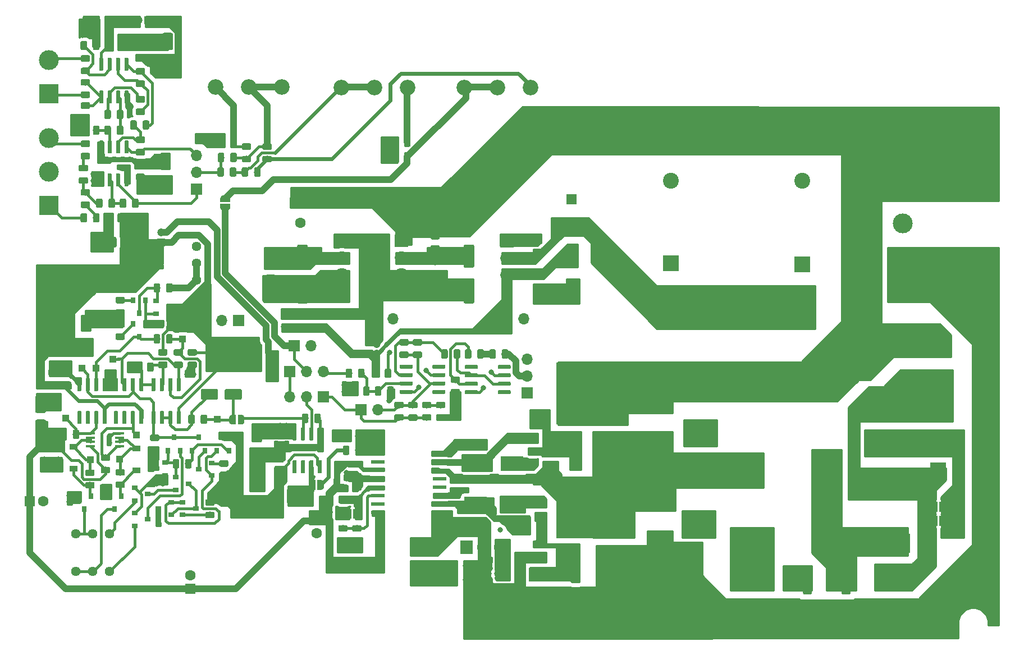
<source format=gtl>
G04 #@! TF.GenerationSoftware,KiCad,Pcbnew,(5.1.2)-2*
G04 #@! TF.CreationDate,2021-06-28T19:19:26-03:00*
G04 #@! TF.ProjectId,Amplificador_v2,416d706c-6966-4696-9361-646f725f7632,rev?*
G04 #@! TF.SameCoordinates,Original*
G04 #@! TF.FileFunction,Copper,L1,Top*
G04 #@! TF.FilePolarity,Positive*
%FSLAX46Y46*%
G04 Gerber Fmt 4.6, Leading zero omitted, Abs format (unit mm)*
G04 Created by KiCad (PCBNEW (5.1.2)-2) date 2021-06-28 19:19:26*
%MOMM*%
%LPD*%
G04 APERTURE LIST*
%ADD10C,1.440000*%
%ADD11C,2.340000*%
%ADD12C,0.500000*%
%ADD13C,0.100000*%
%ADD14C,0.600000*%
%ADD15C,1.600000*%
%ADD16C,1.200000*%
%ADD17R,1.200000X1.200000*%
%ADD18O,1.700000X1.700000*%
%ADD19R,1.700000X1.700000*%
%ADD20C,0.975000*%
%ADD21C,3.000000*%
%ADD22R,3.000000X3.000000*%
%ADD23R,1.600000X1.600000*%
%ADD24R,1.000000X1.000000*%
%ADD25R,1.450000X0.450000*%
%ADD26R,0.900000X0.800000*%
%ADD27R,0.800000X0.900000*%
%ADD28R,1.200000X0.900000*%
%ADD29C,1.350000*%
%ADD30C,2.400000*%
%ADD31R,2.400000X2.400000*%
%ADD32O,2.000000X1.905000*%
%ADD33R,2.000000X1.905000*%
%ADD34O,1.905000X2.000000*%
%ADD35R,1.905000X2.000000*%
%ADD36R,2.060000X0.600000*%
%ADD37R,2.000000X2.000000*%
%ADD38R,10.800000X9.400000*%
%ADD39R,1.100000X4.600000*%
%ADD40R,3.300000X4.500000*%
%ADD41R,3.500000X2.300000*%
%ADD42C,1.250000*%
%ADD43C,0.800000*%
%ADD44C,0.381000*%
%ADD45C,0.600000*%
%ADD46C,0.431800*%
%ADD47C,1.000000*%
%ADD48C,0.254000*%
G04 APERTURE END LIST*
D10*
X73850500Y-123825000D03*
X73850500Y-121285000D03*
X73850500Y-118745000D03*
D11*
X124206000Y-94742000D03*
X119206000Y-94742000D03*
X114206000Y-94742000D03*
X105664000Y-94742000D03*
X100664000Y-94742000D03*
X95664000Y-94742000D03*
X86741000Y-94678500D03*
X81741000Y-94678500D03*
X76741000Y-94678500D03*
D12*
X185087500Y-160147000D03*
D13*
G36*
X185087500Y-160896398D02*
G01*
X185062966Y-160896398D01*
X185014135Y-160891588D01*
X184966010Y-160882016D01*
X184919055Y-160867772D01*
X184873722Y-160848995D01*
X184830449Y-160825864D01*
X184789650Y-160798604D01*
X184751721Y-160767476D01*
X184717024Y-160732779D01*
X184685896Y-160694850D01*
X184658636Y-160654051D01*
X184635505Y-160610778D01*
X184616728Y-160565445D01*
X184602484Y-160518490D01*
X184592912Y-160470365D01*
X184588102Y-160421534D01*
X184588102Y-160397000D01*
X184587500Y-160397000D01*
X184587500Y-159897000D01*
X184588102Y-159897000D01*
X184588102Y-159872466D01*
X184592912Y-159823635D01*
X184602484Y-159775510D01*
X184616728Y-159728555D01*
X184635505Y-159683222D01*
X184658636Y-159639949D01*
X184685896Y-159599150D01*
X184717024Y-159561221D01*
X184751721Y-159526524D01*
X184789650Y-159495396D01*
X184830449Y-159468136D01*
X184873722Y-159445005D01*
X184919055Y-159426228D01*
X184966010Y-159411984D01*
X185014135Y-159402412D01*
X185062966Y-159397602D01*
X185087500Y-159397602D01*
X185087500Y-159397000D01*
X185587500Y-159397000D01*
X185587500Y-160897000D01*
X185087500Y-160897000D01*
X185087500Y-160896398D01*
X185087500Y-160896398D01*
G37*
D12*
X186387500Y-160147000D03*
D13*
G36*
X185887500Y-159397000D02*
G01*
X186387500Y-159397000D01*
X186387500Y-159397602D01*
X186412034Y-159397602D01*
X186460865Y-159402412D01*
X186508990Y-159411984D01*
X186555945Y-159426228D01*
X186601278Y-159445005D01*
X186644551Y-159468136D01*
X186685350Y-159495396D01*
X186723279Y-159526524D01*
X186757976Y-159561221D01*
X186789104Y-159599150D01*
X186816364Y-159639949D01*
X186839495Y-159683222D01*
X186858272Y-159728555D01*
X186872516Y-159775510D01*
X186882088Y-159823635D01*
X186886898Y-159872466D01*
X186886898Y-159897000D01*
X186887500Y-159897000D01*
X186887500Y-160397000D01*
X186886898Y-160397000D01*
X186886898Y-160421534D01*
X186882088Y-160470365D01*
X186872516Y-160518490D01*
X186858272Y-160565445D01*
X186839495Y-160610778D01*
X186816364Y-160654051D01*
X186789104Y-160694850D01*
X186757976Y-160732779D01*
X186723279Y-160767476D01*
X186685350Y-160798604D01*
X186644551Y-160825864D01*
X186601278Y-160848995D01*
X186555945Y-160867772D01*
X186508990Y-160882016D01*
X186460865Y-160891588D01*
X186412034Y-160896398D01*
X186387500Y-160896398D01*
X186387500Y-160897000D01*
X185887500Y-160897000D01*
X185887500Y-159397000D01*
X185887500Y-159397000D01*
G37*
G36*
X63469703Y-107700722D02*
G01*
X63484264Y-107702882D01*
X63498543Y-107706459D01*
X63512403Y-107711418D01*
X63525710Y-107717712D01*
X63538336Y-107725280D01*
X63550159Y-107734048D01*
X63561066Y-107743934D01*
X63570952Y-107754841D01*
X63579720Y-107766664D01*
X63587288Y-107779290D01*
X63593582Y-107792597D01*
X63598541Y-107806457D01*
X63602118Y-107820736D01*
X63604278Y-107835297D01*
X63605000Y-107850000D01*
X63605000Y-109500000D01*
X63604278Y-109514703D01*
X63602118Y-109529264D01*
X63598541Y-109543543D01*
X63593582Y-109557403D01*
X63587288Y-109570710D01*
X63579720Y-109583336D01*
X63570952Y-109595159D01*
X63561066Y-109606066D01*
X63550159Y-109615952D01*
X63538336Y-109624720D01*
X63525710Y-109632288D01*
X63512403Y-109638582D01*
X63498543Y-109643541D01*
X63484264Y-109647118D01*
X63469703Y-109649278D01*
X63455000Y-109650000D01*
X63155000Y-109650000D01*
X63140297Y-109649278D01*
X63125736Y-109647118D01*
X63111457Y-109643541D01*
X63097597Y-109638582D01*
X63084290Y-109632288D01*
X63071664Y-109624720D01*
X63059841Y-109615952D01*
X63048934Y-109606066D01*
X63039048Y-109595159D01*
X63030280Y-109583336D01*
X63022712Y-109570710D01*
X63016418Y-109557403D01*
X63011459Y-109543543D01*
X63007882Y-109529264D01*
X63005722Y-109514703D01*
X63005000Y-109500000D01*
X63005000Y-107850000D01*
X63005722Y-107835297D01*
X63007882Y-107820736D01*
X63011459Y-107806457D01*
X63016418Y-107792597D01*
X63022712Y-107779290D01*
X63030280Y-107766664D01*
X63039048Y-107754841D01*
X63048934Y-107743934D01*
X63059841Y-107734048D01*
X63071664Y-107725280D01*
X63084290Y-107717712D01*
X63097597Y-107711418D01*
X63111457Y-107706459D01*
X63125736Y-107702882D01*
X63140297Y-107700722D01*
X63155000Y-107700000D01*
X63455000Y-107700000D01*
X63469703Y-107700722D01*
X63469703Y-107700722D01*
G37*
D14*
X63305000Y-108675000D03*
D13*
G36*
X62199703Y-107700722D02*
G01*
X62214264Y-107702882D01*
X62228543Y-107706459D01*
X62242403Y-107711418D01*
X62255710Y-107717712D01*
X62268336Y-107725280D01*
X62280159Y-107734048D01*
X62291066Y-107743934D01*
X62300952Y-107754841D01*
X62309720Y-107766664D01*
X62317288Y-107779290D01*
X62323582Y-107792597D01*
X62328541Y-107806457D01*
X62332118Y-107820736D01*
X62334278Y-107835297D01*
X62335000Y-107850000D01*
X62335000Y-109500000D01*
X62334278Y-109514703D01*
X62332118Y-109529264D01*
X62328541Y-109543543D01*
X62323582Y-109557403D01*
X62317288Y-109570710D01*
X62309720Y-109583336D01*
X62300952Y-109595159D01*
X62291066Y-109606066D01*
X62280159Y-109615952D01*
X62268336Y-109624720D01*
X62255710Y-109632288D01*
X62242403Y-109638582D01*
X62228543Y-109643541D01*
X62214264Y-109647118D01*
X62199703Y-109649278D01*
X62185000Y-109650000D01*
X61885000Y-109650000D01*
X61870297Y-109649278D01*
X61855736Y-109647118D01*
X61841457Y-109643541D01*
X61827597Y-109638582D01*
X61814290Y-109632288D01*
X61801664Y-109624720D01*
X61789841Y-109615952D01*
X61778934Y-109606066D01*
X61769048Y-109595159D01*
X61760280Y-109583336D01*
X61752712Y-109570710D01*
X61746418Y-109557403D01*
X61741459Y-109543543D01*
X61737882Y-109529264D01*
X61735722Y-109514703D01*
X61735000Y-109500000D01*
X61735000Y-107850000D01*
X61735722Y-107835297D01*
X61737882Y-107820736D01*
X61741459Y-107806457D01*
X61746418Y-107792597D01*
X61752712Y-107779290D01*
X61760280Y-107766664D01*
X61769048Y-107754841D01*
X61778934Y-107743934D01*
X61789841Y-107734048D01*
X61801664Y-107725280D01*
X61814290Y-107717712D01*
X61827597Y-107711418D01*
X61841457Y-107706459D01*
X61855736Y-107702882D01*
X61870297Y-107700722D01*
X61885000Y-107700000D01*
X62185000Y-107700000D01*
X62199703Y-107700722D01*
X62199703Y-107700722D01*
G37*
D14*
X62035000Y-108675000D03*
D13*
G36*
X60929703Y-107700722D02*
G01*
X60944264Y-107702882D01*
X60958543Y-107706459D01*
X60972403Y-107711418D01*
X60985710Y-107717712D01*
X60998336Y-107725280D01*
X61010159Y-107734048D01*
X61021066Y-107743934D01*
X61030952Y-107754841D01*
X61039720Y-107766664D01*
X61047288Y-107779290D01*
X61053582Y-107792597D01*
X61058541Y-107806457D01*
X61062118Y-107820736D01*
X61064278Y-107835297D01*
X61065000Y-107850000D01*
X61065000Y-109500000D01*
X61064278Y-109514703D01*
X61062118Y-109529264D01*
X61058541Y-109543543D01*
X61053582Y-109557403D01*
X61047288Y-109570710D01*
X61039720Y-109583336D01*
X61030952Y-109595159D01*
X61021066Y-109606066D01*
X61010159Y-109615952D01*
X60998336Y-109624720D01*
X60985710Y-109632288D01*
X60972403Y-109638582D01*
X60958543Y-109643541D01*
X60944264Y-109647118D01*
X60929703Y-109649278D01*
X60915000Y-109650000D01*
X60615000Y-109650000D01*
X60600297Y-109649278D01*
X60585736Y-109647118D01*
X60571457Y-109643541D01*
X60557597Y-109638582D01*
X60544290Y-109632288D01*
X60531664Y-109624720D01*
X60519841Y-109615952D01*
X60508934Y-109606066D01*
X60499048Y-109595159D01*
X60490280Y-109583336D01*
X60482712Y-109570710D01*
X60476418Y-109557403D01*
X60471459Y-109543543D01*
X60467882Y-109529264D01*
X60465722Y-109514703D01*
X60465000Y-109500000D01*
X60465000Y-107850000D01*
X60465722Y-107835297D01*
X60467882Y-107820736D01*
X60471459Y-107806457D01*
X60476418Y-107792597D01*
X60482712Y-107779290D01*
X60490280Y-107766664D01*
X60499048Y-107754841D01*
X60508934Y-107743934D01*
X60519841Y-107734048D01*
X60531664Y-107725280D01*
X60544290Y-107717712D01*
X60557597Y-107711418D01*
X60571457Y-107706459D01*
X60585736Y-107702882D01*
X60600297Y-107700722D01*
X60615000Y-107700000D01*
X60915000Y-107700000D01*
X60929703Y-107700722D01*
X60929703Y-107700722D01*
G37*
D14*
X60765000Y-108675000D03*
D13*
G36*
X59659703Y-107700722D02*
G01*
X59674264Y-107702882D01*
X59688543Y-107706459D01*
X59702403Y-107711418D01*
X59715710Y-107717712D01*
X59728336Y-107725280D01*
X59740159Y-107734048D01*
X59751066Y-107743934D01*
X59760952Y-107754841D01*
X59769720Y-107766664D01*
X59777288Y-107779290D01*
X59783582Y-107792597D01*
X59788541Y-107806457D01*
X59792118Y-107820736D01*
X59794278Y-107835297D01*
X59795000Y-107850000D01*
X59795000Y-109500000D01*
X59794278Y-109514703D01*
X59792118Y-109529264D01*
X59788541Y-109543543D01*
X59783582Y-109557403D01*
X59777288Y-109570710D01*
X59769720Y-109583336D01*
X59760952Y-109595159D01*
X59751066Y-109606066D01*
X59740159Y-109615952D01*
X59728336Y-109624720D01*
X59715710Y-109632288D01*
X59702403Y-109638582D01*
X59688543Y-109643541D01*
X59674264Y-109647118D01*
X59659703Y-109649278D01*
X59645000Y-109650000D01*
X59345000Y-109650000D01*
X59330297Y-109649278D01*
X59315736Y-109647118D01*
X59301457Y-109643541D01*
X59287597Y-109638582D01*
X59274290Y-109632288D01*
X59261664Y-109624720D01*
X59249841Y-109615952D01*
X59238934Y-109606066D01*
X59229048Y-109595159D01*
X59220280Y-109583336D01*
X59212712Y-109570710D01*
X59206418Y-109557403D01*
X59201459Y-109543543D01*
X59197882Y-109529264D01*
X59195722Y-109514703D01*
X59195000Y-109500000D01*
X59195000Y-107850000D01*
X59195722Y-107835297D01*
X59197882Y-107820736D01*
X59201459Y-107806457D01*
X59206418Y-107792597D01*
X59212712Y-107779290D01*
X59220280Y-107766664D01*
X59229048Y-107754841D01*
X59238934Y-107743934D01*
X59249841Y-107734048D01*
X59261664Y-107725280D01*
X59274290Y-107717712D01*
X59287597Y-107711418D01*
X59301457Y-107706459D01*
X59315736Y-107702882D01*
X59330297Y-107700722D01*
X59345000Y-107700000D01*
X59645000Y-107700000D01*
X59659703Y-107700722D01*
X59659703Y-107700722D01*
G37*
D14*
X59495000Y-108675000D03*
D13*
G36*
X59659703Y-102750722D02*
G01*
X59674264Y-102752882D01*
X59688543Y-102756459D01*
X59702403Y-102761418D01*
X59715710Y-102767712D01*
X59728336Y-102775280D01*
X59740159Y-102784048D01*
X59751066Y-102793934D01*
X59760952Y-102804841D01*
X59769720Y-102816664D01*
X59777288Y-102829290D01*
X59783582Y-102842597D01*
X59788541Y-102856457D01*
X59792118Y-102870736D01*
X59794278Y-102885297D01*
X59795000Y-102900000D01*
X59795000Y-104550000D01*
X59794278Y-104564703D01*
X59792118Y-104579264D01*
X59788541Y-104593543D01*
X59783582Y-104607403D01*
X59777288Y-104620710D01*
X59769720Y-104633336D01*
X59760952Y-104645159D01*
X59751066Y-104656066D01*
X59740159Y-104665952D01*
X59728336Y-104674720D01*
X59715710Y-104682288D01*
X59702403Y-104688582D01*
X59688543Y-104693541D01*
X59674264Y-104697118D01*
X59659703Y-104699278D01*
X59645000Y-104700000D01*
X59345000Y-104700000D01*
X59330297Y-104699278D01*
X59315736Y-104697118D01*
X59301457Y-104693541D01*
X59287597Y-104688582D01*
X59274290Y-104682288D01*
X59261664Y-104674720D01*
X59249841Y-104665952D01*
X59238934Y-104656066D01*
X59229048Y-104645159D01*
X59220280Y-104633336D01*
X59212712Y-104620710D01*
X59206418Y-104607403D01*
X59201459Y-104593543D01*
X59197882Y-104579264D01*
X59195722Y-104564703D01*
X59195000Y-104550000D01*
X59195000Y-102900000D01*
X59195722Y-102885297D01*
X59197882Y-102870736D01*
X59201459Y-102856457D01*
X59206418Y-102842597D01*
X59212712Y-102829290D01*
X59220280Y-102816664D01*
X59229048Y-102804841D01*
X59238934Y-102793934D01*
X59249841Y-102784048D01*
X59261664Y-102775280D01*
X59274290Y-102767712D01*
X59287597Y-102761418D01*
X59301457Y-102756459D01*
X59315736Y-102752882D01*
X59330297Y-102750722D01*
X59345000Y-102750000D01*
X59645000Y-102750000D01*
X59659703Y-102750722D01*
X59659703Y-102750722D01*
G37*
D14*
X59495000Y-103725000D03*
D13*
G36*
X60929703Y-102750722D02*
G01*
X60944264Y-102752882D01*
X60958543Y-102756459D01*
X60972403Y-102761418D01*
X60985710Y-102767712D01*
X60998336Y-102775280D01*
X61010159Y-102784048D01*
X61021066Y-102793934D01*
X61030952Y-102804841D01*
X61039720Y-102816664D01*
X61047288Y-102829290D01*
X61053582Y-102842597D01*
X61058541Y-102856457D01*
X61062118Y-102870736D01*
X61064278Y-102885297D01*
X61065000Y-102900000D01*
X61065000Y-104550000D01*
X61064278Y-104564703D01*
X61062118Y-104579264D01*
X61058541Y-104593543D01*
X61053582Y-104607403D01*
X61047288Y-104620710D01*
X61039720Y-104633336D01*
X61030952Y-104645159D01*
X61021066Y-104656066D01*
X61010159Y-104665952D01*
X60998336Y-104674720D01*
X60985710Y-104682288D01*
X60972403Y-104688582D01*
X60958543Y-104693541D01*
X60944264Y-104697118D01*
X60929703Y-104699278D01*
X60915000Y-104700000D01*
X60615000Y-104700000D01*
X60600297Y-104699278D01*
X60585736Y-104697118D01*
X60571457Y-104693541D01*
X60557597Y-104688582D01*
X60544290Y-104682288D01*
X60531664Y-104674720D01*
X60519841Y-104665952D01*
X60508934Y-104656066D01*
X60499048Y-104645159D01*
X60490280Y-104633336D01*
X60482712Y-104620710D01*
X60476418Y-104607403D01*
X60471459Y-104593543D01*
X60467882Y-104579264D01*
X60465722Y-104564703D01*
X60465000Y-104550000D01*
X60465000Y-102900000D01*
X60465722Y-102885297D01*
X60467882Y-102870736D01*
X60471459Y-102856457D01*
X60476418Y-102842597D01*
X60482712Y-102829290D01*
X60490280Y-102816664D01*
X60499048Y-102804841D01*
X60508934Y-102793934D01*
X60519841Y-102784048D01*
X60531664Y-102775280D01*
X60544290Y-102767712D01*
X60557597Y-102761418D01*
X60571457Y-102756459D01*
X60585736Y-102752882D01*
X60600297Y-102750722D01*
X60615000Y-102750000D01*
X60915000Y-102750000D01*
X60929703Y-102750722D01*
X60929703Y-102750722D01*
G37*
D14*
X60765000Y-103725000D03*
D13*
G36*
X62199703Y-102750722D02*
G01*
X62214264Y-102752882D01*
X62228543Y-102756459D01*
X62242403Y-102761418D01*
X62255710Y-102767712D01*
X62268336Y-102775280D01*
X62280159Y-102784048D01*
X62291066Y-102793934D01*
X62300952Y-102804841D01*
X62309720Y-102816664D01*
X62317288Y-102829290D01*
X62323582Y-102842597D01*
X62328541Y-102856457D01*
X62332118Y-102870736D01*
X62334278Y-102885297D01*
X62335000Y-102900000D01*
X62335000Y-104550000D01*
X62334278Y-104564703D01*
X62332118Y-104579264D01*
X62328541Y-104593543D01*
X62323582Y-104607403D01*
X62317288Y-104620710D01*
X62309720Y-104633336D01*
X62300952Y-104645159D01*
X62291066Y-104656066D01*
X62280159Y-104665952D01*
X62268336Y-104674720D01*
X62255710Y-104682288D01*
X62242403Y-104688582D01*
X62228543Y-104693541D01*
X62214264Y-104697118D01*
X62199703Y-104699278D01*
X62185000Y-104700000D01*
X61885000Y-104700000D01*
X61870297Y-104699278D01*
X61855736Y-104697118D01*
X61841457Y-104693541D01*
X61827597Y-104688582D01*
X61814290Y-104682288D01*
X61801664Y-104674720D01*
X61789841Y-104665952D01*
X61778934Y-104656066D01*
X61769048Y-104645159D01*
X61760280Y-104633336D01*
X61752712Y-104620710D01*
X61746418Y-104607403D01*
X61741459Y-104593543D01*
X61737882Y-104579264D01*
X61735722Y-104564703D01*
X61735000Y-104550000D01*
X61735000Y-102900000D01*
X61735722Y-102885297D01*
X61737882Y-102870736D01*
X61741459Y-102856457D01*
X61746418Y-102842597D01*
X61752712Y-102829290D01*
X61760280Y-102816664D01*
X61769048Y-102804841D01*
X61778934Y-102793934D01*
X61789841Y-102784048D01*
X61801664Y-102775280D01*
X61814290Y-102767712D01*
X61827597Y-102761418D01*
X61841457Y-102756459D01*
X61855736Y-102752882D01*
X61870297Y-102750722D01*
X61885000Y-102750000D01*
X62185000Y-102750000D01*
X62199703Y-102750722D01*
X62199703Y-102750722D01*
G37*
D14*
X62035000Y-103725000D03*
D13*
G36*
X63469703Y-102750722D02*
G01*
X63484264Y-102752882D01*
X63498543Y-102756459D01*
X63512403Y-102761418D01*
X63525710Y-102767712D01*
X63538336Y-102775280D01*
X63550159Y-102784048D01*
X63561066Y-102793934D01*
X63570952Y-102804841D01*
X63579720Y-102816664D01*
X63587288Y-102829290D01*
X63593582Y-102842597D01*
X63598541Y-102856457D01*
X63602118Y-102870736D01*
X63604278Y-102885297D01*
X63605000Y-102900000D01*
X63605000Y-104550000D01*
X63604278Y-104564703D01*
X63602118Y-104579264D01*
X63598541Y-104593543D01*
X63593582Y-104607403D01*
X63587288Y-104620710D01*
X63579720Y-104633336D01*
X63570952Y-104645159D01*
X63561066Y-104656066D01*
X63550159Y-104665952D01*
X63538336Y-104674720D01*
X63525710Y-104682288D01*
X63512403Y-104688582D01*
X63498543Y-104693541D01*
X63484264Y-104697118D01*
X63469703Y-104699278D01*
X63455000Y-104700000D01*
X63155000Y-104700000D01*
X63140297Y-104699278D01*
X63125736Y-104697118D01*
X63111457Y-104693541D01*
X63097597Y-104688582D01*
X63084290Y-104682288D01*
X63071664Y-104674720D01*
X63059841Y-104665952D01*
X63048934Y-104656066D01*
X63039048Y-104645159D01*
X63030280Y-104633336D01*
X63022712Y-104620710D01*
X63016418Y-104607403D01*
X63011459Y-104593543D01*
X63007882Y-104579264D01*
X63005722Y-104564703D01*
X63005000Y-104550000D01*
X63005000Y-102900000D01*
X63005722Y-102885297D01*
X63007882Y-102870736D01*
X63011459Y-102856457D01*
X63016418Y-102842597D01*
X63022712Y-102829290D01*
X63030280Y-102816664D01*
X63039048Y-102804841D01*
X63048934Y-102793934D01*
X63059841Y-102784048D01*
X63071664Y-102775280D01*
X63084290Y-102767712D01*
X63097597Y-102761418D01*
X63111457Y-102756459D01*
X63125736Y-102752882D01*
X63140297Y-102750722D01*
X63155000Y-102750000D01*
X63455000Y-102750000D01*
X63469703Y-102750722D01*
X63469703Y-102750722D01*
G37*
D14*
X63305000Y-103725000D03*
D13*
G36*
X63469703Y-95200722D02*
G01*
X63484264Y-95202882D01*
X63498543Y-95206459D01*
X63512403Y-95211418D01*
X63525710Y-95217712D01*
X63538336Y-95225280D01*
X63550159Y-95234048D01*
X63561066Y-95243934D01*
X63570952Y-95254841D01*
X63579720Y-95266664D01*
X63587288Y-95279290D01*
X63593582Y-95292597D01*
X63598541Y-95306457D01*
X63602118Y-95320736D01*
X63604278Y-95335297D01*
X63605000Y-95350000D01*
X63605000Y-97000000D01*
X63604278Y-97014703D01*
X63602118Y-97029264D01*
X63598541Y-97043543D01*
X63593582Y-97057403D01*
X63587288Y-97070710D01*
X63579720Y-97083336D01*
X63570952Y-97095159D01*
X63561066Y-97106066D01*
X63550159Y-97115952D01*
X63538336Y-97124720D01*
X63525710Y-97132288D01*
X63512403Y-97138582D01*
X63498543Y-97143541D01*
X63484264Y-97147118D01*
X63469703Y-97149278D01*
X63455000Y-97150000D01*
X63155000Y-97150000D01*
X63140297Y-97149278D01*
X63125736Y-97147118D01*
X63111457Y-97143541D01*
X63097597Y-97138582D01*
X63084290Y-97132288D01*
X63071664Y-97124720D01*
X63059841Y-97115952D01*
X63048934Y-97106066D01*
X63039048Y-97095159D01*
X63030280Y-97083336D01*
X63022712Y-97070710D01*
X63016418Y-97057403D01*
X63011459Y-97043543D01*
X63007882Y-97029264D01*
X63005722Y-97014703D01*
X63005000Y-97000000D01*
X63005000Y-95350000D01*
X63005722Y-95335297D01*
X63007882Y-95320736D01*
X63011459Y-95306457D01*
X63016418Y-95292597D01*
X63022712Y-95279290D01*
X63030280Y-95266664D01*
X63039048Y-95254841D01*
X63048934Y-95243934D01*
X63059841Y-95234048D01*
X63071664Y-95225280D01*
X63084290Y-95217712D01*
X63097597Y-95211418D01*
X63111457Y-95206459D01*
X63125736Y-95202882D01*
X63140297Y-95200722D01*
X63155000Y-95200000D01*
X63455000Y-95200000D01*
X63469703Y-95200722D01*
X63469703Y-95200722D01*
G37*
D14*
X63305000Y-96175000D03*
D13*
G36*
X62199703Y-95200722D02*
G01*
X62214264Y-95202882D01*
X62228543Y-95206459D01*
X62242403Y-95211418D01*
X62255710Y-95217712D01*
X62268336Y-95225280D01*
X62280159Y-95234048D01*
X62291066Y-95243934D01*
X62300952Y-95254841D01*
X62309720Y-95266664D01*
X62317288Y-95279290D01*
X62323582Y-95292597D01*
X62328541Y-95306457D01*
X62332118Y-95320736D01*
X62334278Y-95335297D01*
X62335000Y-95350000D01*
X62335000Y-97000000D01*
X62334278Y-97014703D01*
X62332118Y-97029264D01*
X62328541Y-97043543D01*
X62323582Y-97057403D01*
X62317288Y-97070710D01*
X62309720Y-97083336D01*
X62300952Y-97095159D01*
X62291066Y-97106066D01*
X62280159Y-97115952D01*
X62268336Y-97124720D01*
X62255710Y-97132288D01*
X62242403Y-97138582D01*
X62228543Y-97143541D01*
X62214264Y-97147118D01*
X62199703Y-97149278D01*
X62185000Y-97150000D01*
X61885000Y-97150000D01*
X61870297Y-97149278D01*
X61855736Y-97147118D01*
X61841457Y-97143541D01*
X61827597Y-97138582D01*
X61814290Y-97132288D01*
X61801664Y-97124720D01*
X61789841Y-97115952D01*
X61778934Y-97106066D01*
X61769048Y-97095159D01*
X61760280Y-97083336D01*
X61752712Y-97070710D01*
X61746418Y-97057403D01*
X61741459Y-97043543D01*
X61737882Y-97029264D01*
X61735722Y-97014703D01*
X61735000Y-97000000D01*
X61735000Y-95350000D01*
X61735722Y-95335297D01*
X61737882Y-95320736D01*
X61741459Y-95306457D01*
X61746418Y-95292597D01*
X61752712Y-95279290D01*
X61760280Y-95266664D01*
X61769048Y-95254841D01*
X61778934Y-95243934D01*
X61789841Y-95234048D01*
X61801664Y-95225280D01*
X61814290Y-95217712D01*
X61827597Y-95211418D01*
X61841457Y-95206459D01*
X61855736Y-95202882D01*
X61870297Y-95200722D01*
X61885000Y-95200000D01*
X62185000Y-95200000D01*
X62199703Y-95200722D01*
X62199703Y-95200722D01*
G37*
D14*
X62035000Y-96175000D03*
D13*
G36*
X60929703Y-95200722D02*
G01*
X60944264Y-95202882D01*
X60958543Y-95206459D01*
X60972403Y-95211418D01*
X60985710Y-95217712D01*
X60998336Y-95225280D01*
X61010159Y-95234048D01*
X61021066Y-95243934D01*
X61030952Y-95254841D01*
X61039720Y-95266664D01*
X61047288Y-95279290D01*
X61053582Y-95292597D01*
X61058541Y-95306457D01*
X61062118Y-95320736D01*
X61064278Y-95335297D01*
X61065000Y-95350000D01*
X61065000Y-97000000D01*
X61064278Y-97014703D01*
X61062118Y-97029264D01*
X61058541Y-97043543D01*
X61053582Y-97057403D01*
X61047288Y-97070710D01*
X61039720Y-97083336D01*
X61030952Y-97095159D01*
X61021066Y-97106066D01*
X61010159Y-97115952D01*
X60998336Y-97124720D01*
X60985710Y-97132288D01*
X60972403Y-97138582D01*
X60958543Y-97143541D01*
X60944264Y-97147118D01*
X60929703Y-97149278D01*
X60915000Y-97150000D01*
X60615000Y-97150000D01*
X60600297Y-97149278D01*
X60585736Y-97147118D01*
X60571457Y-97143541D01*
X60557597Y-97138582D01*
X60544290Y-97132288D01*
X60531664Y-97124720D01*
X60519841Y-97115952D01*
X60508934Y-97106066D01*
X60499048Y-97095159D01*
X60490280Y-97083336D01*
X60482712Y-97070710D01*
X60476418Y-97057403D01*
X60471459Y-97043543D01*
X60467882Y-97029264D01*
X60465722Y-97014703D01*
X60465000Y-97000000D01*
X60465000Y-95350000D01*
X60465722Y-95335297D01*
X60467882Y-95320736D01*
X60471459Y-95306457D01*
X60476418Y-95292597D01*
X60482712Y-95279290D01*
X60490280Y-95266664D01*
X60499048Y-95254841D01*
X60508934Y-95243934D01*
X60519841Y-95234048D01*
X60531664Y-95225280D01*
X60544290Y-95217712D01*
X60557597Y-95211418D01*
X60571457Y-95206459D01*
X60585736Y-95202882D01*
X60600297Y-95200722D01*
X60615000Y-95200000D01*
X60915000Y-95200000D01*
X60929703Y-95200722D01*
X60929703Y-95200722D01*
G37*
D14*
X60765000Y-96175000D03*
D13*
G36*
X59659703Y-95200722D02*
G01*
X59674264Y-95202882D01*
X59688543Y-95206459D01*
X59702403Y-95211418D01*
X59715710Y-95217712D01*
X59728336Y-95225280D01*
X59740159Y-95234048D01*
X59751066Y-95243934D01*
X59760952Y-95254841D01*
X59769720Y-95266664D01*
X59777288Y-95279290D01*
X59783582Y-95292597D01*
X59788541Y-95306457D01*
X59792118Y-95320736D01*
X59794278Y-95335297D01*
X59795000Y-95350000D01*
X59795000Y-97000000D01*
X59794278Y-97014703D01*
X59792118Y-97029264D01*
X59788541Y-97043543D01*
X59783582Y-97057403D01*
X59777288Y-97070710D01*
X59769720Y-97083336D01*
X59760952Y-97095159D01*
X59751066Y-97106066D01*
X59740159Y-97115952D01*
X59728336Y-97124720D01*
X59715710Y-97132288D01*
X59702403Y-97138582D01*
X59688543Y-97143541D01*
X59674264Y-97147118D01*
X59659703Y-97149278D01*
X59645000Y-97150000D01*
X59345000Y-97150000D01*
X59330297Y-97149278D01*
X59315736Y-97147118D01*
X59301457Y-97143541D01*
X59287597Y-97138582D01*
X59274290Y-97132288D01*
X59261664Y-97124720D01*
X59249841Y-97115952D01*
X59238934Y-97106066D01*
X59229048Y-97095159D01*
X59220280Y-97083336D01*
X59212712Y-97070710D01*
X59206418Y-97057403D01*
X59201459Y-97043543D01*
X59197882Y-97029264D01*
X59195722Y-97014703D01*
X59195000Y-97000000D01*
X59195000Y-95350000D01*
X59195722Y-95335297D01*
X59197882Y-95320736D01*
X59201459Y-95306457D01*
X59206418Y-95292597D01*
X59212712Y-95279290D01*
X59220280Y-95266664D01*
X59229048Y-95254841D01*
X59238934Y-95243934D01*
X59249841Y-95234048D01*
X59261664Y-95225280D01*
X59274290Y-95217712D01*
X59287597Y-95211418D01*
X59301457Y-95206459D01*
X59315736Y-95202882D01*
X59330297Y-95200722D01*
X59345000Y-95200000D01*
X59645000Y-95200000D01*
X59659703Y-95200722D01*
X59659703Y-95200722D01*
G37*
D14*
X59495000Y-96175000D03*
D13*
G36*
X59659703Y-90250722D02*
G01*
X59674264Y-90252882D01*
X59688543Y-90256459D01*
X59702403Y-90261418D01*
X59715710Y-90267712D01*
X59728336Y-90275280D01*
X59740159Y-90284048D01*
X59751066Y-90293934D01*
X59760952Y-90304841D01*
X59769720Y-90316664D01*
X59777288Y-90329290D01*
X59783582Y-90342597D01*
X59788541Y-90356457D01*
X59792118Y-90370736D01*
X59794278Y-90385297D01*
X59795000Y-90400000D01*
X59795000Y-92050000D01*
X59794278Y-92064703D01*
X59792118Y-92079264D01*
X59788541Y-92093543D01*
X59783582Y-92107403D01*
X59777288Y-92120710D01*
X59769720Y-92133336D01*
X59760952Y-92145159D01*
X59751066Y-92156066D01*
X59740159Y-92165952D01*
X59728336Y-92174720D01*
X59715710Y-92182288D01*
X59702403Y-92188582D01*
X59688543Y-92193541D01*
X59674264Y-92197118D01*
X59659703Y-92199278D01*
X59645000Y-92200000D01*
X59345000Y-92200000D01*
X59330297Y-92199278D01*
X59315736Y-92197118D01*
X59301457Y-92193541D01*
X59287597Y-92188582D01*
X59274290Y-92182288D01*
X59261664Y-92174720D01*
X59249841Y-92165952D01*
X59238934Y-92156066D01*
X59229048Y-92145159D01*
X59220280Y-92133336D01*
X59212712Y-92120710D01*
X59206418Y-92107403D01*
X59201459Y-92093543D01*
X59197882Y-92079264D01*
X59195722Y-92064703D01*
X59195000Y-92050000D01*
X59195000Y-90400000D01*
X59195722Y-90385297D01*
X59197882Y-90370736D01*
X59201459Y-90356457D01*
X59206418Y-90342597D01*
X59212712Y-90329290D01*
X59220280Y-90316664D01*
X59229048Y-90304841D01*
X59238934Y-90293934D01*
X59249841Y-90284048D01*
X59261664Y-90275280D01*
X59274290Y-90267712D01*
X59287597Y-90261418D01*
X59301457Y-90256459D01*
X59315736Y-90252882D01*
X59330297Y-90250722D01*
X59345000Y-90250000D01*
X59645000Y-90250000D01*
X59659703Y-90250722D01*
X59659703Y-90250722D01*
G37*
D14*
X59495000Y-91225000D03*
D13*
G36*
X60929703Y-90250722D02*
G01*
X60944264Y-90252882D01*
X60958543Y-90256459D01*
X60972403Y-90261418D01*
X60985710Y-90267712D01*
X60998336Y-90275280D01*
X61010159Y-90284048D01*
X61021066Y-90293934D01*
X61030952Y-90304841D01*
X61039720Y-90316664D01*
X61047288Y-90329290D01*
X61053582Y-90342597D01*
X61058541Y-90356457D01*
X61062118Y-90370736D01*
X61064278Y-90385297D01*
X61065000Y-90400000D01*
X61065000Y-92050000D01*
X61064278Y-92064703D01*
X61062118Y-92079264D01*
X61058541Y-92093543D01*
X61053582Y-92107403D01*
X61047288Y-92120710D01*
X61039720Y-92133336D01*
X61030952Y-92145159D01*
X61021066Y-92156066D01*
X61010159Y-92165952D01*
X60998336Y-92174720D01*
X60985710Y-92182288D01*
X60972403Y-92188582D01*
X60958543Y-92193541D01*
X60944264Y-92197118D01*
X60929703Y-92199278D01*
X60915000Y-92200000D01*
X60615000Y-92200000D01*
X60600297Y-92199278D01*
X60585736Y-92197118D01*
X60571457Y-92193541D01*
X60557597Y-92188582D01*
X60544290Y-92182288D01*
X60531664Y-92174720D01*
X60519841Y-92165952D01*
X60508934Y-92156066D01*
X60499048Y-92145159D01*
X60490280Y-92133336D01*
X60482712Y-92120710D01*
X60476418Y-92107403D01*
X60471459Y-92093543D01*
X60467882Y-92079264D01*
X60465722Y-92064703D01*
X60465000Y-92050000D01*
X60465000Y-90400000D01*
X60465722Y-90385297D01*
X60467882Y-90370736D01*
X60471459Y-90356457D01*
X60476418Y-90342597D01*
X60482712Y-90329290D01*
X60490280Y-90316664D01*
X60499048Y-90304841D01*
X60508934Y-90293934D01*
X60519841Y-90284048D01*
X60531664Y-90275280D01*
X60544290Y-90267712D01*
X60557597Y-90261418D01*
X60571457Y-90256459D01*
X60585736Y-90252882D01*
X60600297Y-90250722D01*
X60615000Y-90250000D01*
X60915000Y-90250000D01*
X60929703Y-90250722D01*
X60929703Y-90250722D01*
G37*
D14*
X60765000Y-91225000D03*
D13*
G36*
X62199703Y-90250722D02*
G01*
X62214264Y-90252882D01*
X62228543Y-90256459D01*
X62242403Y-90261418D01*
X62255710Y-90267712D01*
X62268336Y-90275280D01*
X62280159Y-90284048D01*
X62291066Y-90293934D01*
X62300952Y-90304841D01*
X62309720Y-90316664D01*
X62317288Y-90329290D01*
X62323582Y-90342597D01*
X62328541Y-90356457D01*
X62332118Y-90370736D01*
X62334278Y-90385297D01*
X62335000Y-90400000D01*
X62335000Y-92050000D01*
X62334278Y-92064703D01*
X62332118Y-92079264D01*
X62328541Y-92093543D01*
X62323582Y-92107403D01*
X62317288Y-92120710D01*
X62309720Y-92133336D01*
X62300952Y-92145159D01*
X62291066Y-92156066D01*
X62280159Y-92165952D01*
X62268336Y-92174720D01*
X62255710Y-92182288D01*
X62242403Y-92188582D01*
X62228543Y-92193541D01*
X62214264Y-92197118D01*
X62199703Y-92199278D01*
X62185000Y-92200000D01*
X61885000Y-92200000D01*
X61870297Y-92199278D01*
X61855736Y-92197118D01*
X61841457Y-92193541D01*
X61827597Y-92188582D01*
X61814290Y-92182288D01*
X61801664Y-92174720D01*
X61789841Y-92165952D01*
X61778934Y-92156066D01*
X61769048Y-92145159D01*
X61760280Y-92133336D01*
X61752712Y-92120710D01*
X61746418Y-92107403D01*
X61741459Y-92093543D01*
X61737882Y-92079264D01*
X61735722Y-92064703D01*
X61735000Y-92050000D01*
X61735000Y-90400000D01*
X61735722Y-90385297D01*
X61737882Y-90370736D01*
X61741459Y-90356457D01*
X61746418Y-90342597D01*
X61752712Y-90329290D01*
X61760280Y-90316664D01*
X61769048Y-90304841D01*
X61778934Y-90293934D01*
X61789841Y-90284048D01*
X61801664Y-90275280D01*
X61814290Y-90267712D01*
X61827597Y-90261418D01*
X61841457Y-90256459D01*
X61855736Y-90252882D01*
X61870297Y-90250722D01*
X61885000Y-90250000D01*
X62185000Y-90250000D01*
X62199703Y-90250722D01*
X62199703Y-90250722D01*
G37*
D14*
X62035000Y-91225000D03*
D13*
G36*
X63469703Y-90250722D02*
G01*
X63484264Y-90252882D01*
X63498543Y-90256459D01*
X63512403Y-90261418D01*
X63525710Y-90267712D01*
X63538336Y-90275280D01*
X63550159Y-90284048D01*
X63561066Y-90293934D01*
X63570952Y-90304841D01*
X63579720Y-90316664D01*
X63587288Y-90329290D01*
X63593582Y-90342597D01*
X63598541Y-90356457D01*
X63602118Y-90370736D01*
X63604278Y-90385297D01*
X63605000Y-90400000D01*
X63605000Y-92050000D01*
X63604278Y-92064703D01*
X63602118Y-92079264D01*
X63598541Y-92093543D01*
X63593582Y-92107403D01*
X63587288Y-92120710D01*
X63579720Y-92133336D01*
X63570952Y-92145159D01*
X63561066Y-92156066D01*
X63550159Y-92165952D01*
X63538336Y-92174720D01*
X63525710Y-92182288D01*
X63512403Y-92188582D01*
X63498543Y-92193541D01*
X63484264Y-92197118D01*
X63469703Y-92199278D01*
X63455000Y-92200000D01*
X63155000Y-92200000D01*
X63140297Y-92199278D01*
X63125736Y-92197118D01*
X63111457Y-92193541D01*
X63097597Y-92188582D01*
X63084290Y-92182288D01*
X63071664Y-92174720D01*
X63059841Y-92165952D01*
X63048934Y-92156066D01*
X63039048Y-92145159D01*
X63030280Y-92133336D01*
X63022712Y-92120710D01*
X63016418Y-92107403D01*
X63011459Y-92093543D01*
X63007882Y-92079264D01*
X63005722Y-92064703D01*
X63005000Y-92050000D01*
X63005000Y-90400000D01*
X63005722Y-90385297D01*
X63007882Y-90370736D01*
X63011459Y-90356457D01*
X63016418Y-90342597D01*
X63022712Y-90329290D01*
X63030280Y-90316664D01*
X63039048Y-90304841D01*
X63048934Y-90293934D01*
X63059841Y-90284048D01*
X63071664Y-90275280D01*
X63084290Y-90267712D01*
X63097597Y-90261418D01*
X63111457Y-90256459D01*
X63125736Y-90252882D01*
X63140297Y-90250722D01*
X63155000Y-90250000D01*
X63455000Y-90250000D01*
X63469703Y-90250722D01*
X63469703Y-90250722D01*
G37*
D14*
X63305000Y-91225000D03*
D13*
G36*
X69774504Y-104601204D02*
G01*
X69798773Y-104604804D01*
X69822571Y-104610765D01*
X69845671Y-104619030D01*
X69867849Y-104629520D01*
X69888893Y-104642133D01*
X69908598Y-104656747D01*
X69926777Y-104673223D01*
X69943253Y-104691402D01*
X69957867Y-104711107D01*
X69970480Y-104732151D01*
X69980970Y-104754329D01*
X69989235Y-104777429D01*
X69995196Y-104801227D01*
X69998796Y-104825496D01*
X70000000Y-104850000D01*
X70000000Y-106950000D01*
X69998796Y-106974504D01*
X69995196Y-106998773D01*
X69989235Y-107022571D01*
X69980970Y-107045671D01*
X69970480Y-107067849D01*
X69957867Y-107088893D01*
X69943253Y-107108598D01*
X69926777Y-107126777D01*
X69908598Y-107143253D01*
X69888893Y-107157867D01*
X69867849Y-107170480D01*
X69845671Y-107180970D01*
X69822571Y-107189235D01*
X69798773Y-107195196D01*
X69774504Y-107198796D01*
X69750000Y-107200000D01*
X68650000Y-107200000D01*
X68625496Y-107198796D01*
X68601227Y-107195196D01*
X68577429Y-107189235D01*
X68554329Y-107180970D01*
X68532151Y-107170480D01*
X68511107Y-107157867D01*
X68491402Y-107143253D01*
X68473223Y-107126777D01*
X68456747Y-107108598D01*
X68442133Y-107088893D01*
X68429520Y-107067849D01*
X68419030Y-107045671D01*
X68410765Y-107022571D01*
X68404804Y-106998773D01*
X68401204Y-106974504D01*
X68400000Y-106950000D01*
X68400000Y-104850000D01*
X68401204Y-104825496D01*
X68404804Y-104801227D01*
X68410765Y-104777429D01*
X68419030Y-104754329D01*
X68429520Y-104732151D01*
X68442133Y-104711107D01*
X68456747Y-104691402D01*
X68473223Y-104673223D01*
X68491402Y-104656747D01*
X68511107Y-104642133D01*
X68532151Y-104629520D01*
X68554329Y-104619030D01*
X68577429Y-104610765D01*
X68601227Y-104604804D01*
X68625496Y-104601204D01*
X68650000Y-104600000D01*
X69750000Y-104600000D01*
X69774504Y-104601204D01*
X69774504Y-104601204D01*
G37*
D15*
X69200000Y-105900000D03*
D13*
G36*
X69774504Y-108201204D02*
G01*
X69798773Y-108204804D01*
X69822571Y-108210765D01*
X69845671Y-108219030D01*
X69867849Y-108229520D01*
X69888893Y-108242133D01*
X69908598Y-108256747D01*
X69926777Y-108273223D01*
X69943253Y-108291402D01*
X69957867Y-108311107D01*
X69970480Y-108332151D01*
X69980970Y-108354329D01*
X69989235Y-108377429D01*
X69995196Y-108401227D01*
X69998796Y-108425496D01*
X70000000Y-108450000D01*
X70000000Y-110550000D01*
X69998796Y-110574504D01*
X69995196Y-110598773D01*
X69989235Y-110622571D01*
X69980970Y-110645671D01*
X69970480Y-110667849D01*
X69957867Y-110688893D01*
X69943253Y-110708598D01*
X69926777Y-110726777D01*
X69908598Y-110743253D01*
X69888893Y-110757867D01*
X69867849Y-110770480D01*
X69845671Y-110780970D01*
X69822571Y-110789235D01*
X69798773Y-110795196D01*
X69774504Y-110798796D01*
X69750000Y-110800000D01*
X68650000Y-110800000D01*
X68625496Y-110798796D01*
X68601227Y-110795196D01*
X68577429Y-110789235D01*
X68554329Y-110780970D01*
X68532151Y-110770480D01*
X68511107Y-110757867D01*
X68491402Y-110743253D01*
X68473223Y-110726777D01*
X68456747Y-110708598D01*
X68442133Y-110688893D01*
X68429520Y-110667849D01*
X68419030Y-110645671D01*
X68410765Y-110622571D01*
X68404804Y-110598773D01*
X68401204Y-110574504D01*
X68400000Y-110550000D01*
X68400000Y-108450000D01*
X68401204Y-108425496D01*
X68404804Y-108401227D01*
X68410765Y-108377429D01*
X68419030Y-108354329D01*
X68429520Y-108332151D01*
X68442133Y-108311107D01*
X68456747Y-108291402D01*
X68473223Y-108273223D01*
X68491402Y-108256747D01*
X68511107Y-108242133D01*
X68532151Y-108229520D01*
X68554329Y-108219030D01*
X68577429Y-108210765D01*
X68601227Y-108204804D01*
X68625496Y-108201204D01*
X68650000Y-108200000D01*
X69750000Y-108200000D01*
X69774504Y-108201204D01*
X69774504Y-108201204D01*
G37*
D15*
X69200000Y-109500000D03*
D16*
X68500000Y-116600000D03*
D17*
X68500000Y-118100000D03*
D13*
G36*
X61574504Y-117301204D02*
G01*
X61598773Y-117304804D01*
X61622571Y-117310765D01*
X61645671Y-117319030D01*
X61667849Y-117329520D01*
X61688893Y-117342133D01*
X61708598Y-117356747D01*
X61726777Y-117373223D01*
X61743253Y-117391402D01*
X61757867Y-117411107D01*
X61770480Y-117432151D01*
X61780970Y-117454329D01*
X61789235Y-117477429D01*
X61795196Y-117501227D01*
X61798796Y-117525496D01*
X61800000Y-117550000D01*
X61800000Y-118650000D01*
X61798796Y-118674504D01*
X61795196Y-118698773D01*
X61789235Y-118722571D01*
X61780970Y-118745671D01*
X61770480Y-118767849D01*
X61757867Y-118788893D01*
X61743253Y-118808598D01*
X61726777Y-118826777D01*
X61708598Y-118843253D01*
X61688893Y-118857867D01*
X61667849Y-118870480D01*
X61645671Y-118880970D01*
X61622571Y-118889235D01*
X61598773Y-118895196D01*
X61574504Y-118898796D01*
X61550000Y-118900000D01*
X59450000Y-118900000D01*
X59425496Y-118898796D01*
X59401227Y-118895196D01*
X59377429Y-118889235D01*
X59354329Y-118880970D01*
X59332151Y-118870480D01*
X59311107Y-118857867D01*
X59291402Y-118843253D01*
X59273223Y-118826777D01*
X59256747Y-118808598D01*
X59242133Y-118788893D01*
X59229520Y-118767849D01*
X59219030Y-118745671D01*
X59210765Y-118722571D01*
X59204804Y-118698773D01*
X59201204Y-118674504D01*
X59200000Y-118650000D01*
X59200000Y-117550000D01*
X59201204Y-117525496D01*
X59204804Y-117501227D01*
X59210765Y-117477429D01*
X59219030Y-117454329D01*
X59229520Y-117432151D01*
X59242133Y-117411107D01*
X59256747Y-117391402D01*
X59273223Y-117373223D01*
X59291402Y-117356747D01*
X59311107Y-117342133D01*
X59332151Y-117329520D01*
X59354329Y-117319030D01*
X59377429Y-117310765D01*
X59401227Y-117304804D01*
X59425496Y-117301204D01*
X59450000Y-117300000D01*
X61550000Y-117300000D01*
X61574504Y-117301204D01*
X61574504Y-117301204D01*
G37*
D15*
X60500000Y-118100000D03*
D13*
G36*
X65174504Y-117301204D02*
G01*
X65198773Y-117304804D01*
X65222571Y-117310765D01*
X65245671Y-117319030D01*
X65267849Y-117329520D01*
X65288893Y-117342133D01*
X65308598Y-117356747D01*
X65326777Y-117373223D01*
X65343253Y-117391402D01*
X65357867Y-117411107D01*
X65370480Y-117432151D01*
X65380970Y-117454329D01*
X65389235Y-117477429D01*
X65395196Y-117501227D01*
X65398796Y-117525496D01*
X65400000Y-117550000D01*
X65400000Y-118650000D01*
X65398796Y-118674504D01*
X65395196Y-118698773D01*
X65389235Y-118722571D01*
X65380970Y-118745671D01*
X65370480Y-118767849D01*
X65357867Y-118788893D01*
X65343253Y-118808598D01*
X65326777Y-118826777D01*
X65308598Y-118843253D01*
X65288893Y-118857867D01*
X65267849Y-118870480D01*
X65245671Y-118880970D01*
X65222571Y-118889235D01*
X65198773Y-118895196D01*
X65174504Y-118898796D01*
X65150000Y-118900000D01*
X63050000Y-118900000D01*
X63025496Y-118898796D01*
X63001227Y-118895196D01*
X62977429Y-118889235D01*
X62954329Y-118880970D01*
X62932151Y-118870480D01*
X62911107Y-118857867D01*
X62891402Y-118843253D01*
X62873223Y-118826777D01*
X62856747Y-118808598D01*
X62842133Y-118788893D01*
X62829520Y-118767849D01*
X62819030Y-118745671D01*
X62810765Y-118722571D01*
X62804804Y-118698773D01*
X62801204Y-118674504D01*
X62800000Y-118650000D01*
X62800000Y-117550000D01*
X62801204Y-117525496D01*
X62804804Y-117501227D01*
X62810765Y-117477429D01*
X62819030Y-117454329D01*
X62829520Y-117432151D01*
X62842133Y-117411107D01*
X62856747Y-117391402D01*
X62873223Y-117373223D01*
X62891402Y-117356747D01*
X62911107Y-117342133D01*
X62932151Y-117329520D01*
X62954329Y-117319030D01*
X62977429Y-117310765D01*
X63001227Y-117304804D01*
X63025496Y-117301204D01*
X63050000Y-117300000D01*
X65150000Y-117300000D01*
X65174504Y-117301204D01*
X65174504Y-117301204D01*
G37*
D15*
X64100000Y-118100000D03*
D18*
X73900000Y-104960000D03*
X73900000Y-107500000D03*
D19*
X73900000Y-110040000D03*
D13*
G36*
X81430142Y-106801174D02*
G01*
X81453803Y-106804684D01*
X81477007Y-106810496D01*
X81499529Y-106818554D01*
X81521153Y-106828782D01*
X81541670Y-106841079D01*
X81560883Y-106855329D01*
X81578607Y-106871393D01*
X81594671Y-106889117D01*
X81608921Y-106908330D01*
X81621218Y-106928847D01*
X81631446Y-106950471D01*
X81639504Y-106972993D01*
X81645316Y-106996197D01*
X81648826Y-107019858D01*
X81650000Y-107043750D01*
X81650000Y-107956250D01*
X81648826Y-107980142D01*
X81645316Y-108003803D01*
X81639504Y-108027007D01*
X81631446Y-108049529D01*
X81621218Y-108071153D01*
X81608921Y-108091670D01*
X81594671Y-108110883D01*
X81578607Y-108128607D01*
X81560883Y-108144671D01*
X81541670Y-108158921D01*
X81521153Y-108171218D01*
X81499529Y-108181446D01*
X81477007Y-108189504D01*
X81453803Y-108195316D01*
X81430142Y-108198826D01*
X81406250Y-108200000D01*
X80918750Y-108200000D01*
X80894858Y-108198826D01*
X80871197Y-108195316D01*
X80847993Y-108189504D01*
X80825471Y-108181446D01*
X80803847Y-108171218D01*
X80783330Y-108158921D01*
X80764117Y-108144671D01*
X80746393Y-108128607D01*
X80730329Y-108110883D01*
X80716079Y-108091670D01*
X80703782Y-108071153D01*
X80693554Y-108049529D01*
X80685496Y-108027007D01*
X80679684Y-108003803D01*
X80676174Y-107980142D01*
X80675000Y-107956250D01*
X80675000Y-107043750D01*
X80676174Y-107019858D01*
X80679684Y-106996197D01*
X80685496Y-106972993D01*
X80693554Y-106950471D01*
X80703782Y-106928847D01*
X80716079Y-106908330D01*
X80730329Y-106889117D01*
X80746393Y-106871393D01*
X80764117Y-106855329D01*
X80783330Y-106841079D01*
X80803847Y-106828782D01*
X80825471Y-106818554D01*
X80847993Y-106810496D01*
X80871197Y-106804684D01*
X80894858Y-106801174D01*
X80918750Y-106800000D01*
X81406250Y-106800000D01*
X81430142Y-106801174D01*
X81430142Y-106801174D01*
G37*
D20*
X81162500Y-107500000D03*
D13*
G36*
X83305142Y-106801174D02*
G01*
X83328803Y-106804684D01*
X83352007Y-106810496D01*
X83374529Y-106818554D01*
X83396153Y-106828782D01*
X83416670Y-106841079D01*
X83435883Y-106855329D01*
X83453607Y-106871393D01*
X83469671Y-106889117D01*
X83483921Y-106908330D01*
X83496218Y-106928847D01*
X83506446Y-106950471D01*
X83514504Y-106972993D01*
X83520316Y-106996197D01*
X83523826Y-107019858D01*
X83525000Y-107043750D01*
X83525000Y-107956250D01*
X83523826Y-107980142D01*
X83520316Y-108003803D01*
X83514504Y-108027007D01*
X83506446Y-108049529D01*
X83496218Y-108071153D01*
X83483921Y-108091670D01*
X83469671Y-108110883D01*
X83453607Y-108128607D01*
X83435883Y-108144671D01*
X83416670Y-108158921D01*
X83396153Y-108171218D01*
X83374529Y-108181446D01*
X83352007Y-108189504D01*
X83328803Y-108195316D01*
X83305142Y-108198826D01*
X83281250Y-108200000D01*
X82793750Y-108200000D01*
X82769858Y-108198826D01*
X82746197Y-108195316D01*
X82722993Y-108189504D01*
X82700471Y-108181446D01*
X82678847Y-108171218D01*
X82658330Y-108158921D01*
X82639117Y-108144671D01*
X82621393Y-108128607D01*
X82605329Y-108110883D01*
X82591079Y-108091670D01*
X82578782Y-108071153D01*
X82568554Y-108049529D01*
X82560496Y-108027007D01*
X82554684Y-108003803D01*
X82551174Y-107980142D01*
X82550000Y-107956250D01*
X82550000Y-107043750D01*
X82551174Y-107019858D01*
X82554684Y-106996197D01*
X82560496Y-106972993D01*
X82568554Y-106950471D01*
X82578782Y-106928847D01*
X82591079Y-106908330D01*
X82605329Y-106889117D01*
X82621393Y-106871393D01*
X82639117Y-106855329D01*
X82658330Y-106841079D01*
X82678847Y-106828782D01*
X82700471Y-106818554D01*
X82722993Y-106810496D01*
X82746197Y-106804684D01*
X82769858Y-106801174D01*
X82793750Y-106800000D01*
X83281250Y-106800000D01*
X83305142Y-106801174D01*
X83305142Y-106801174D01*
G37*
D20*
X83037500Y-107500000D03*
D13*
G36*
X104030142Y-104501174D02*
G01*
X104053803Y-104504684D01*
X104077007Y-104510496D01*
X104099529Y-104518554D01*
X104121153Y-104528782D01*
X104141670Y-104541079D01*
X104160883Y-104555329D01*
X104178607Y-104571393D01*
X104194671Y-104589117D01*
X104208921Y-104608330D01*
X104221218Y-104628847D01*
X104231446Y-104650471D01*
X104239504Y-104672993D01*
X104245316Y-104696197D01*
X104248826Y-104719858D01*
X104250000Y-104743750D01*
X104250000Y-105656250D01*
X104248826Y-105680142D01*
X104245316Y-105703803D01*
X104239504Y-105727007D01*
X104231446Y-105749529D01*
X104221218Y-105771153D01*
X104208921Y-105791670D01*
X104194671Y-105810883D01*
X104178607Y-105828607D01*
X104160883Y-105844671D01*
X104141670Y-105858921D01*
X104121153Y-105871218D01*
X104099529Y-105881446D01*
X104077007Y-105889504D01*
X104053803Y-105895316D01*
X104030142Y-105898826D01*
X104006250Y-105900000D01*
X103518750Y-105900000D01*
X103494858Y-105898826D01*
X103471197Y-105895316D01*
X103447993Y-105889504D01*
X103425471Y-105881446D01*
X103403847Y-105871218D01*
X103383330Y-105858921D01*
X103364117Y-105844671D01*
X103346393Y-105828607D01*
X103330329Y-105810883D01*
X103316079Y-105791670D01*
X103303782Y-105771153D01*
X103293554Y-105749529D01*
X103285496Y-105727007D01*
X103279684Y-105703803D01*
X103276174Y-105680142D01*
X103275000Y-105656250D01*
X103275000Y-104743750D01*
X103276174Y-104719858D01*
X103279684Y-104696197D01*
X103285496Y-104672993D01*
X103293554Y-104650471D01*
X103303782Y-104628847D01*
X103316079Y-104608330D01*
X103330329Y-104589117D01*
X103346393Y-104571393D01*
X103364117Y-104555329D01*
X103383330Y-104541079D01*
X103403847Y-104528782D01*
X103425471Y-104518554D01*
X103447993Y-104510496D01*
X103471197Y-104504684D01*
X103494858Y-104501174D01*
X103518750Y-104500000D01*
X104006250Y-104500000D01*
X104030142Y-104501174D01*
X104030142Y-104501174D01*
G37*
D20*
X103762500Y-105200000D03*
D13*
G36*
X105905142Y-104501174D02*
G01*
X105928803Y-104504684D01*
X105952007Y-104510496D01*
X105974529Y-104518554D01*
X105996153Y-104528782D01*
X106016670Y-104541079D01*
X106035883Y-104555329D01*
X106053607Y-104571393D01*
X106069671Y-104589117D01*
X106083921Y-104608330D01*
X106096218Y-104628847D01*
X106106446Y-104650471D01*
X106114504Y-104672993D01*
X106120316Y-104696197D01*
X106123826Y-104719858D01*
X106125000Y-104743750D01*
X106125000Y-105656250D01*
X106123826Y-105680142D01*
X106120316Y-105703803D01*
X106114504Y-105727007D01*
X106106446Y-105749529D01*
X106096218Y-105771153D01*
X106083921Y-105791670D01*
X106069671Y-105810883D01*
X106053607Y-105828607D01*
X106035883Y-105844671D01*
X106016670Y-105858921D01*
X105996153Y-105871218D01*
X105974529Y-105881446D01*
X105952007Y-105889504D01*
X105928803Y-105895316D01*
X105905142Y-105898826D01*
X105881250Y-105900000D01*
X105393750Y-105900000D01*
X105369858Y-105898826D01*
X105346197Y-105895316D01*
X105322993Y-105889504D01*
X105300471Y-105881446D01*
X105278847Y-105871218D01*
X105258330Y-105858921D01*
X105239117Y-105844671D01*
X105221393Y-105828607D01*
X105205329Y-105810883D01*
X105191079Y-105791670D01*
X105178782Y-105771153D01*
X105168554Y-105749529D01*
X105160496Y-105727007D01*
X105154684Y-105703803D01*
X105151174Y-105680142D01*
X105150000Y-105656250D01*
X105150000Y-104743750D01*
X105151174Y-104719858D01*
X105154684Y-104696197D01*
X105160496Y-104672993D01*
X105168554Y-104650471D01*
X105178782Y-104628847D01*
X105191079Y-104608330D01*
X105205329Y-104589117D01*
X105221393Y-104571393D01*
X105239117Y-104555329D01*
X105258330Y-104541079D01*
X105278847Y-104528782D01*
X105300471Y-104518554D01*
X105322993Y-104510496D01*
X105346197Y-104504684D01*
X105369858Y-104501174D01*
X105393750Y-104500000D01*
X105881250Y-104500000D01*
X105905142Y-104501174D01*
X105905142Y-104501174D01*
G37*
D20*
X105637500Y-105200000D03*
D13*
G36*
X84980142Y-105051174D02*
G01*
X85003803Y-105054684D01*
X85027007Y-105060496D01*
X85049529Y-105068554D01*
X85071153Y-105078782D01*
X85091670Y-105091079D01*
X85110883Y-105105329D01*
X85128607Y-105121393D01*
X85144671Y-105139117D01*
X85158921Y-105158330D01*
X85171218Y-105178847D01*
X85181446Y-105200471D01*
X85189504Y-105222993D01*
X85195316Y-105246197D01*
X85198826Y-105269858D01*
X85200000Y-105293750D01*
X85200000Y-105781250D01*
X85198826Y-105805142D01*
X85195316Y-105828803D01*
X85189504Y-105852007D01*
X85181446Y-105874529D01*
X85171218Y-105896153D01*
X85158921Y-105916670D01*
X85144671Y-105935883D01*
X85128607Y-105953607D01*
X85110883Y-105969671D01*
X85091670Y-105983921D01*
X85071153Y-105996218D01*
X85049529Y-106006446D01*
X85027007Y-106014504D01*
X85003803Y-106020316D01*
X84980142Y-106023826D01*
X84956250Y-106025000D01*
X84043750Y-106025000D01*
X84019858Y-106023826D01*
X83996197Y-106020316D01*
X83972993Y-106014504D01*
X83950471Y-106006446D01*
X83928847Y-105996218D01*
X83908330Y-105983921D01*
X83889117Y-105969671D01*
X83871393Y-105953607D01*
X83855329Y-105935883D01*
X83841079Y-105916670D01*
X83828782Y-105896153D01*
X83818554Y-105874529D01*
X83810496Y-105852007D01*
X83804684Y-105828803D01*
X83801174Y-105805142D01*
X83800000Y-105781250D01*
X83800000Y-105293750D01*
X83801174Y-105269858D01*
X83804684Y-105246197D01*
X83810496Y-105222993D01*
X83818554Y-105200471D01*
X83828782Y-105178847D01*
X83841079Y-105158330D01*
X83855329Y-105139117D01*
X83871393Y-105121393D01*
X83889117Y-105105329D01*
X83908330Y-105091079D01*
X83928847Y-105078782D01*
X83950471Y-105068554D01*
X83972993Y-105060496D01*
X83996197Y-105054684D01*
X84019858Y-105051174D01*
X84043750Y-105050000D01*
X84956250Y-105050000D01*
X84980142Y-105051174D01*
X84980142Y-105051174D01*
G37*
D20*
X84500000Y-105537500D03*
D13*
G36*
X84980142Y-103176174D02*
G01*
X85003803Y-103179684D01*
X85027007Y-103185496D01*
X85049529Y-103193554D01*
X85071153Y-103203782D01*
X85091670Y-103216079D01*
X85110883Y-103230329D01*
X85128607Y-103246393D01*
X85144671Y-103264117D01*
X85158921Y-103283330D01*
X85171218Y-103303847D01*
X85181446Y-103325471D01*
X85189504Y-103347993D01*
X85195316Y-103371197D01*
X85198826Y-103394858D01*
X85200000Y-103418750D01*
X85200000Y-103906250D01*
X85198826Y-103930142D01*
X85195316Y-103953803D01*
X85189504Y-103977007D01*
X85181446Y-103999529D01*
X85171218Y-104021153D01*
X85158921Y-104041670D01*
X85144671Y-104060883D01*
X85128607Y-104078607D01*
X85110883Y-104094671D01*
X85091670Y-104108921D01*
X85071153Y-104121218D01*
X85049529Y-104131446D01*
X85027007Y-104139504D01*
X85003803Y-104145316D01*
X84980142Y-104148826D01*
X84956250Y-104150000D01*
X84043750Y-104150000D01*
X84019858Y-104148826D01*
X83996197Y-104145316D01*
X83972993Y-104139504D01*
X83950471Y-104131446D01*
X83928847Y-104121218D01*
X83908330Y-104108921D01*
X83889117Y-104094671D01*
X83871393Y-104078607D01*
X83855329Y-104060883D01*
X83841079Y-104041670D01*
X83828782Y-104021153D01*
X83818554Y-103999529D01*
X83810496Y-103977007D01*
X83804684Y-103953803D01*
X83801174Y-103930142D01*
X83800000Y-103906250D01*
X83800000Y-103418750D01*
X83801174Y-103394858D01*
X83804684Y-103371197D01*
X83810496Y-103347993D01*
X83818554Y-103325471D01*
X83828782Y-103303847D01*
X83841079Y-103283330D01*
X83855329Y-103264117D01*
X83871393Y-103246393D01*
X83889117Y-103230329D01*
X83908330Y-103216079D01*
X83928847Y-103203782D01*
X83950471Y-103193554D01*
X83972993Y-103185496D01*
X83996197Y-103179684D01*
X84019858Y-103176174D01*
X84043750Y-103175000D01*
X84956250Y-103175000D01*
X84980142Y-103176174D01*
X84980142Y-103176174D01*
G37*
D20*
X84500000Y-103662500D03*
D13*
G36*
X77830142Y-102501174D02*
G01*
X77853803Y-102504684D01*
X77877007Y-102510496D01*
X77899529Y-102518554D01*
X77921153Y-102528782D01*
X77941670Y-102541079D01*
X77960883Y-102555329D01*
X77978607Y-102571393D01*
X77994671Y-102589117D01*
X78008921Y-102608330D01*
X78021218Y-102628847D01*
X78031446Y-102650471D01*
X78039504Y-102672993D01*
X78045316Y-102696197D01*
X78048826Y-102719858D01*
X78050000Y-102743750D01*
X78050000Y-103656250D01*
X78048826Y-103680142D01*
X78045316Y-103703803D01*
X78039504Y-103727007D01*
X78031446Y-103749529D01*
X78021218Y-103771153D01*
X78008921Y-103791670D01*
X77994671Y-103810883D01*
X77978607Y-103828607D01*
X77960883Y-103844671D01*
X77941670Y-103858921D01*
X77921153Y-103871218D01*
X77899529Y-103881446D01*
X77877007Y-103889504D01*
X77853803Y-103895316D01*
X77830142Y-103898826D01*
X77806250Y-103900000D01*
X77318750Y-103900000D01*
X77294858Y-103898826D01*
X77271197Y-103895316D01*
X77247993Y-103889504D01*
X77225471Y-103881446D01*
X77203847Y-103871218D01*
X77183330Y-103858921D01*
X77164117Y-103844671D01*
X77146393Y-103828607D01*
X77130329Y-103810883D01*
X77116079Y-103791670D01*
X77103782Y-103771153D01*
X77093554Y-103749529D01*
X77085496Y-103727007D01*
X77079684Y-103703803D01*
X77076174Y-103680142D01*
X77075000Y-103656250D01*
X77075000Y-102743750D01*
X77076174Y-102719858D01*
X77079684Y-102696197D01*
X77085496Y-102672993D01*
X77093554Y-102650471D01*
X77103782Y-102628847D01*
X77116079Y-102608330D01*
X77130329Y-102589117D01*
X77146393Y-102571393D01*
X77164117Y-102555329D01*
X77183330Y-102541079D01*
X77203847Y-102528782D01*
X77225471Y-102518554D01*
X77247993Y-102510496D01*
X77271197Y-102504684D01*
X77294858Y-102501174D01*
X77318750Y-102500000D01*
X77806250Y-102500000D01*
X77830142Y-102501174D01*
X77830142Y-102501174D01*
G37*
D20*
X77562500Y-103200000D03*
D13*
G36*
X79705142Y-102501174D02*
G01*
X79728803Y-102504684D01*
X79752007Y-102510496D01*
X79774529Y-102518554D01*
X79796153Y-102528782D01*
X79816670Y-102541079D01*
X79835883Y-102555329D01*
X79853607Y-102571393D01*
X79869671Y-102589117D01*
X79883921Y-102608330D01*
X79896218Y-102628847D01*
X79906446Y-102650471D01*
X79914504Y-102672993D01*
X79920316Y-102696197D01*
X79923826Y-102719858D01*
X79925000Y-102743750D01*
X79925000Y-103656250D01*
X79923826Y-103680142D01*
X79920316Y-103703803D01*
X79914504Y-103727007D01*
X79906446Y-103749529D01*
X79896218Y-103771153D01*
X79883921Y-103791670D01*
X79869671Y-103810883D01*
X79853607Y-103828607D01*
X79835883Y-103844671D01*
X79816670Y-103858921D01*
X79796153Y-103871218D01*
X79774529Y-103881446D01*
X79752007Y-103889504D01*
X79728803Y-103895316D01*
X79705142Y-103898826D01*
X79681250Y-103900000D01*
X79193750Y-103900000D01*
X79169858Y-103898826D01*
X79146197Y-103895316D01*
X79122993Y-103889504D01*
X79100471Y-103881446D01*
X79078847Y-103871218D01*
X79058330Y-103858921D01*
X79039117Y-103844671D01*
X79021393Y-103828607D01*
X79005329Y-103810883D01*
X78991079Y-103791670D01*
X78978782Y-103771153D01*
X78968554Y-103749529D01*
X78960496Y-103727007D01*
X78954684Y-103703803D01*
X78951174Y-103680142D01*
X78950000Y-103656250D01*
X78950000Y-102743750D01*
X78951174Y-102719858D01*
X78954684Y-102696197D01*
X78960496Y-102672993D01*
X78968554Y-102650471D01*
X78978782Y-102628847D01*
X78991079Y-102608330D01*
X79005329Y-102589117D01*
X79021393Y-102571393D01*
X79039117Y-102555329D01*
X79058330Y-102541079D01*
X79078847Y-102528782D01*
X79100471Y-102518554D01*
X79122993Y-102510496D01*
X79146197Y-102504684D01*
X79169858Y-102501174D01*
X79193750Y-102500000D01*
X79681250Y-102500000D01*
X79705142Y-102501174D01*
X79705142Y-102501174D01*
G37*
D20*
X79437500Y-103200000D03*
D13*
G36*
X79705142Y-104601174D02*
G01*
X79728803Y-104604684D01*
X79752007Y-104610496D01*
X79774529Y-104618554D01*
X79796153Y-104628782D01*
X79816670Y-104641079D01*
X79835883Y-104655329D01*
X79853607Y-104671393D01*
X79869671Y-104689117D01*
X79883921Y-104708330D01*
X79896218Y-104728847D01*
X79906446Y-104750471D01*
X79914504Y-104772993D01*
X79920316Y-104796197D01*
X79923826Y-104819858D01*
X79925000Y-104843750D01*
X79925000Y-105756250D01*
X79923826Y-105780142D01*
X79920316Y-105803803D01*
X79914504Y-105827007D01*
X79906446Y-105849529D01*
X79896218Y-105871153D01*
X79883921Y-105891670D01*
X79869671Y-105910883D01*
X79853607Y-105928607D01*
X79835883Y-105944671D01*
X79816670Y-105958921D01*
X79796153Y-105971218D01*
X79774529Y-105981446D01*
X79752007Y-105989504D01*
X79728803Y-105995316D01*
X79705142Y-105998826D01*
X79681250Y-106000000D01*
X79193750Y-106000000D01*
X79169858Y-105998826D01*
X79146197Y-105995316D01*
X79122993Y-105989504D01*
X79100471Y-105981446D01*
X79078847Y-105971218D01*
X79058330Y-105958921D01*
X79039117Y-105944671D01*
X79021393Y-105928607D01*
X79005329Y-105910883D01*
X78991079Y-105891670D01*
X78978782Y-105871153D01*
X78968554Y-105849529D01*
X78960496Y-105827007D01*
X78954684Y-105803803D01*
X78951174Y-105780142D01*
X78950000Y-105756250D01*
X78950000Y-104843750D01*
X78951174Y-104819858D01*
X78954684Y-104796197D01*
X78960496Y-104772993D01*
X78968554Y-104750471D01*
X78978782Y-104728847D01*
X78991079Y-104708330D01*
X79005329Y-104689117D01*
X79021393Y-104671393D01*
X79039117Y-104655329D01*
X79058330Y-104641079D01*
X79078847Y-104628782D01*
X79100471Y-104618554D01*
X79122993Y-104610496D01*
X79146197Y-104604684D01*
X79169858Y-104601174D01*
X79193750Y-104600000D01*
X79681250Y-104600000D01*
X79705142Y-104601174D01*
X79705142Y-104601174D01*
G37*
D20*
X79437500Y-105300000D03*
D13*
G36*
X77830142Y-104601174D02*
G01*
X77853803Y-104604684D01*
X77877007Y-104610496D01*
X77899529Y-104618554D01*
X77921153Y-104628782D01*
X77941670Y-104641079D01*
X77960883Y-104655329D01*
X77978607Y-104671393D01*
X77994671Y-104689117D01*
X78008921Y-104708330D01*
X78021218Y-104728847D01*
X78031446Y-104750471D01*
X78039504Y-104772993D01*
X78045316Y-104796197D01*
X78048826Y-104819858D01*
X78050000Y-104843750D01*
X78050000Y-105756250D01*
X78048826Y-105780142D01*
X78045316Y-105803803D01*
X78039504Y-105827007D01*
X78031446Y-105849529D01*
X78021218Y-105871153D01*
X78008921Y-105891670D01*
X77994671Y-105910883D01*
X77978607Y-105928607D01*
X77960883Y-105944671D01*
X77941670Y-105958921D01*
X77921153Y-105971218D01*
X77899529Y-105981446D01*
X77877007Y-105989504D01*
X77853803Y-105995316D01*
X77830142Y-105998826D01*
X77806250Y-106000000D01*
X77318750Y-106000000D01*
X77294858Y-105998826D01*
X77271197Y-105995316D01*
X77247993Y-105989504D01*
X77225471Y-105981446D01*
X77203847Y-105971218D01*
X77183330Y-105958921D01*
X77164117Y-105944671D01*
X77146393Y-105928607D01*
X77130329Y-105910883D01*
X77116079Y-105891670D01*
X77103782Y-105871153D01*
X77093554Y-105849529D01*
X77085496Y-105827007D01*
X77079684Y-105803803D01*
X77076174Y-105780142D01*
X77075000Y-105756250D01*
X77075000Y-104843750D01*
X77076174Y-104819858D01*
X77079684Y-104796197D01*
X77085496Y-104772993D01*
X77093554Y-104750471D01*
X77103782Y-104728847D01*
X77116079Y-104708330D01*
X77130329Y-104689117D01*
X77146393Y-104671393D01*
X77164117Y-104655329D01*
X77183330Y-104641079D01*
X77203847Y-104628782D01*
X77225471Y-104618554D01*
X77247993Y-104610496D01*
X77271197Y-104604684D01*
X77294858Y-104601174D01*
X77318750Y-104600000D01*
X77806250Y-104600000D01*
X77830142Y-104601174D01*
X77830142Y-104601174D01*
G37*
D20*
X77562500Y-105300000D03*
D13*
G36*
X65880142Y-104013674D02*
G01*
X65903803Y-104017184D01*
X65927007Y-104022996D01*
X65949529Y-104031054D01*
X65971153Y-104041282D01*
X65991670Y-104053579D01*
X66010883Y-104067829D01*
X66028607Y-104083893D01*
X66044671Y-104101617D01*
X66058921Y-104120830D01*
X66071218Y-104141347D01*
X66081446Y-104162971D01*
X66089504Y-104185493D01*
X66095316Y-104208697D01*
X66098826Y-104232358D01*
X66100000Y-104256250D01*
X66100000Y-104743750D01*
X66098826Y-104767642D01*
X66095316Y-104791303D01*
X66089504Y-104814507D01*
X66081446Y-104837029D01*
X66071218Y-104858653D01*
X66058921Y-104879170D01*
X66044671Y-104898383D01*
X66028607Y-104916107D01*
X66010883Y-104932171D01*
X65991670Y-104946421D01*
X65971153Y-104958718D01*
X65949529Y-104968946D01*
X65927007Y-104977004D01*
X65903803Y-104982816D01*
X65880142Y-104986326D01*
X65856250Y-104987500D01*
X64943750Y-104987500D01*
X64919858Y-104986326D01*
X64896197Y-104982816D01*
X64872993Y-104977004D01*
X64850471Y-104968946D01*
X64828847Y-104958718D01*
X64808330Y-104946421D01*
X64789117Y-104932171D01*
X64771393Y-104916107D01*
X64755329Y-104898383D01*
X64741079Y-104879170D01*
X64728782Y-104858653D01*
X64718554Y-104837029D01*
X64710496Y-104814507D01*
X64704684Y-104791303D01*
X64701174Y-104767642D01*
X64700000Y-104743750D01*
X64700000Y-104256250D01*
X64701174Y-104232358D01*
X64704684Y-104208697D01*
X64710496Y-104185493D01*
X64718554Y-104162971D01*
X64728782Y-104141347D01*
X64741079Y-104120830D01*
X64755329Y-104101617D01*
X64771393Y-104083893D01*
X64789117Y-104067829D01*
X64808330Y-104053579D01*
X64828847Y-104041282D01*
X64850471Y-104031054D01*
X64872993Y-104022996D01*
X64896197Y-104017184D01*
X64919858Y-104013674D01*
X64943750Y-104012500D01*
X65856250Y-104012500D01*
X65880142Y-104013674D01*
X65880142Y-104013674D01*
G37*
D20*
X65400000Y-104500000D03*
D13*
G36*
X65880142Y-102138674D02*
G01*
X65903803Y-102142184D01*
X65927007Y-102147996D01*
X65949529Y-102156054D01*
X65971153Y-102166282D01*
X65991670Y-102178579D01*
X66010883Y-102192829D01*
X66028607Y-102208893D01*
X66044671Y-102226617D01*
X66058921Y-102245830D01*
X66071218Y-102266347D01*
X66081446Y-102287971D01*
X66089504Y-102310493D01*
X66095316Y-102333697D01*
X66098826Y-102357358D01*
X66100000Y-102381250D01*
X66100000Y-102868750D01*
X66098826Y-102892642D01*
X66095316Y-102916303D01*
X66089504Y-102939507D01*
X66081446Y-102962029D01*
X66071218Y-102983653D01*
X66058921Y-103004170D01*
X66044671Y-103023383D01*
X66028607Y-103041107D01*
X66010883Y-103057171D01*
X65991670Y-103071421D01*
X65971153Y-103083718D01*
X65949529Y-103093946D01*
X65927007Y-103102004D01*
X65903803Y-103107816D01*
X65880142Y-103111326D01*
X65856250Y-103112500D01*
X64943750Y-103112500D01*
X64919858Y-103111326D01*
X64896197Y-103107816D01*
X64872993Y-103102004D01*
X64850471Y-103093946D01*
X64828847Y-103083718D01*
X64808330Y-103071421D01*
X64789117Y-103057171D01*
X64771393Y-103041107D01*
X64755329Y-103023383D01*
X64741079Y-103004170D01*
X64728782Y-102983653D01*
X64718554Y-102962029D01*
X64710496Y-102939507D01*
X64704684Y-102916303D01*
X64701174Y-102892642D01*
X64700000Y-102868750D01*
X64700000Y-102381250D01*
X64701174Y-102357358D01*
X64704684Y-102333697D01*
X64710496Y-102310493D01*
X64718554Y-102287971D01*
X64728782Y-102266347D01*
X64741079Y-102245830D01*
X64755329Y-102226617D01*
X64771393Y-102208893D01*
X64789117Y-102192829D01*
X64808330Y-102178579D01*
X64828847Y-102166282D01*
X64850471Y-102156054D01*
X64872993Y-102147996D01*
X64896197Y-102142184D01*
X64919858Y-102138674D01*
X64943750Y-102137500D01*
X65856250Y-102137500D01*
X65880142Y-102138674D01*
X65880142Y-102138674D01*
G37*
D20*
X65400000Y-102625000D03*
D13*
G36*
X59005142Y-100501174D02*
G01*
X59028803Y-100504684D01*
X59052007Y-100510496D01*
X59074529Y-100518554D01*
X59096153Y-100528782D01*
X59116670Y-100541079D01*
X59135883Y-100555329D01*
X59153607Y-100571393D01*
X59169671Y-100589117D01*
X59183921Y-100608330D01*
X59196218Y-100628847D01*
X59206446Y-100650471D01*
X59214504Y-100672993D01*
X59220316Y-100696197D01*
X59223826Y-100719858D01*
X59225000Y-100743750D01*
X59225000Y-101656250D01*
X59223826Y-101680142D01*
X59220316Y-101703803D01*
X59214504Y-101727007D01*
X59206446Y-101749529D01*
X59196218Y-101771153D01*
X59183921Y-101791670D01*
X59169671Y-101810883D01*
X59153607Y-101828607D01*
X59135883Y-101844671D01*
X59116670Y-101858921D01*
X59096153Y-101871218D01*
X59074529Y-101881446D01*
X59052007Y-101889504D01*
X59028803Y-101895316D01*
X59005142Y-101898826D01*
X58981250Y-101900000D01*
X58493750Y-101900000D01*
X58469858Y-101898826D01*
X58446197Y-101895316D01*
X58422993Y-101889504D01*
X58400471Y-101881446D01*
X58378847Y-101871218D01*
X58358330Y-101858921D01*
X58339117Y-101844671D01*
X58321393Y-101828607D01*
X58305329Y-101810883D01*
X58291079Y-101791670D01*
X58278782Y-101771153D01*
X58268554Y-101749529D01*
X58260496Y-101727007D01*
X58254684Y-101703803D01*
X58251174Y-101680142D01*
X58250000Y-101656250D01*
X58250000Y-100743750D01*
X58251174Y-100719858D01*
X58254684Y-100696197D01*
X58260496Y-100672993D01*
X58268554Y-100650471D01*
X58278782Y-100628847D01*
X58291079Y-100608330D01*
X58305329Y-100589117D01*
X58321393Y-100571393D01*
X58339117Y-100555329D01*
X58358330Y-100541079D01*
X58378847Y-100528782D01*
X58400471Y-100518554D01*
X58422993Y-100510496D01*
X58446197Y-100504684D01*
X58469858Y-100501174D01*
X58493750Y-100500000D01*
X58981250Y-100500000D01*
X59005142Y-100501174D01*
X59005142Y-100501174D01*
G37*
D20*
X58737500Y-101200000D03*
D13*
G36*
X57130142Y-100501174D02*
G01*
X57153803Y-100504684D01*
X57177007Y-100510496D01*
X57199529Y-100518554D01*
X57221153Y-100528782D01*
X57241670Y-100541079D01*
X57260883Y-100555329D01*
X57278607Y-100571393D01*
X57294671Y-100589117D01*
X57308921Y-100608330D01*
X57321218Y-100628847D01*
X57331446Y-100650471D01*
X57339504Y-100672993D01*
X57345316Y-100696197D01*
X57348826Y-100719858D01*
X57350000Y-100743750D01*
X57350000Y-101656250D01*
X57348826Y-101680142D01*
X57345316Y-101703803D01*
X57339504Y-101727007D01*
X57331446Y-101749529D01*
X57321218Y-101771153D01*
X57308921Y-101791670D01*
X57294671Y-101810883D01*
X57278607Y-101828607D01*
X57260883Y-101844671D01*
X57241670Y-101858921D01*
X57221153Y-101871218D01*
X57199529Y-101881446D01*
X57177007Y-101889504D01*
X57153803Y-101895316D01*
X57130142Y-101898826D01*
X57106250Y-101900000D01*
X56618750Y-101900000D01*
X56594858Y-101898826D01*
X56571197Y-101895316D01*
X56547993Y-101889504D01*
X56525471Y-101881446D01*
X56503847Y-101871218D01*
X56483330Y-101858921D01*
X56464117Y-101844671D01*
X56446393Y-101828607D01*
X56430329Y-101810883D01*
X56416079Y-101791670D01*
X56403782Y-101771153D01*
X56393554Y-101749529D01*
X56385496Y-101727007D01*
X56379684Y-101703803D01*
X56376174Y-101680142D01*
X56375000Y-101656250D01*
X56375000Y-100743750D01*
X56376174Y-100719858D01*
X56379684Y-100696197D01*
X56385496Y-100672993D01*
X56393554Y-100650471D01*
X56403782Y-100628847D01*
X56416079Y-100608330D01*
X56430329Y-100589117D01*
X56446393Y-100571393D01*
X56464117Y-100555329D01*
X56483330Y-100541079D01*
X56503847Y-100528782D01*
X56525471Y-100518554D01*
X56547993Y-100510496D01*
X56571197Y-100504684D01*
X56594858Y-100501174D01*
X56618750Y-100500000D01*
X57106250Y-100500000D01*
X57130142Y-100501174D01*
X57130142Y-100501174D01*
G37*
D20*
X56862500Y-101200000D03*
D13*
G36*
X60730142Y-100501174D02*
G01*
X60753803Y-100504684D01*
X60777007Y-100510496D01*
X60799529Y-100518554D01*
X60821153Y-100528782D01*
X60841670Y-100541079D01*
X60860883Y-100555329D01*
X60878607Y-100571393D01*
X60894671Y-100589117D01*
X60908921Y-100608330D01*
X60921218Y-100628847D01*
X60931446Y-100650471D01*
X60939504Y-100672993D01*
X60945316Y-100696197D01*
X60948826Y-100719858D01*
X60950000Y-100743750D01*
X60950000Y-101656250D01*
X60948826Y-101680142D01*
X60945316Y-101703803D01*
X60939504Y-101727007D01*
X60931446Y-101749529D01*
X60921218Y-101771153D01*
X60908921Y-101791670D01*
X60894671Y-101810883D01*
X60878607Y-101828607D01*
X60860883Y-101844671D01*
X60841670Y-101858921D01*
X60821153Y-101871218D01*
X60799529Y-101881446D01*
X60777007Y-101889504D01*
X60753803Y-101895316D01*
X60730142Y-101898826D01*
X60706250Y-101900000D01*
X60218750Y-101900000D01*
X60194858Y-101898826D01*
X60171197Y-101895316D01*
X60147993Y-101889504D01*
X60125471Y-101881446D01*
X60103847Y-101871218D01*
X60083330Y-101858921D01*
X60064117Y-101844671D01*
X60046393Y-101828607D01*
X60030329Y-101810883D01*
X60016079Y-101791670D01*
X60003782Y-101771153D01*
X59993554Y-101749529D01*
X59985496Y-101727007D01*
X59979684Y-101703803D01*
X59976174Y-101680142D01*
X59975000Y-101656250D01*
X59975000Y-100743750D01*
X59976174Y-100719858D01*
X59979684Y-100696197D01*
X59985496Y-100672993D01*
X59993554Y-100650471D01*
X60003782Y-100628847D01*
X60016079Y-100608330D01*
X60030329Y-100589117D01*
X60046393Y-100571393D01*
X60064117Y-100555329D01*
X60083330Y-100541079D01*
X60103847Y-100528782D01*
X60125471Y-100518554D01*
X60147993Y-100510496D01*
X60171197Y-100504684D01*
X60194858Y-100501174D01*
X60218750Y-100500000D01*
X60706250Y-100500000D01*
X60730142Y-100501174D01*
X60730142Y-100501174D01*
G37*
D20*
X60462500Y-101200000D03*
D13*
G36*
X62605142Y-100501174D02*
G01*
X62628803Y-100504684D01*
X62652007Y-100510496D01*
X62674529Y-100518554D01*
X62696153Y-100528782D01*
X62716670Y-100541079D01*
X62735883Y-100555329D01*
X62753607Y-100571393D01*
X62769671Y-100589117D01*
X62783921Y-100608330D01*
X62796218Y-100628847D01*
X62806446Y-100650471D01*
X62814504Y-100672993D01*
X62820316Y-100696197D01*
X62823826Y-100719858D01*
X62825000Y-100743750D01*
X62825000Y-101656250D01*
X62823826Y-101680142D01*
X62820316Y-101703803D01*
X62814504Y-101727007D01*
X62806446Y-101749529D01*
X62796218Y-101771153D01*
X62783921Y-101791670D01*
X62769671Y-101810883D01*
X62753607Y-101828607D01*
X62735883Y-101844671D01*
X62716670Y-101858921D01*
X62696153Y-101871218D01*
X62674529Y-101881446D01*
X62652007Y-101889504D01*
X62628803Y-101895316D01*
X62605142Y-101898826D01*
X62581250Y-101900000D01*
X62093750Y-101900000D01*
X62069858Y-101898826D01*
X62046197Y-101895316D01*
X62022993Y-101889504D01*
X62000471Y-101881446D01*
X61978847Y-101871218D01*
X61958330Y-101858921D01*
X61939117Y-101844671D01*
X61921393Y-101828607D01*
X61905329Y-101810883D01*
X61891079Y-101791670D01*
X61878782Y-101771153D01*
X61868554Y-101749529D01*
X61860496Y-101727007D01*
X61854684Y-101703803D01*
X61851174Y-101680142D01*
X61850000Y-101656250D01*
X61850000Y-100743750D01*
X61851174Y-100719858D01*
X61854684Y-100696197D01*
X61860496Y-100672993D01*
X61868554Y-100650471D01*
X61878782Y-100628847D01*
X61891079Y-100608330D01*
X61905329Y-100589117D01*
X61921393Y-100571393D01*
X61939117Y-100555329D01*
X61958330Y-100541079D01*
X61978847Y-100528782D01*
X62000471Y-100518554D01*
X62022993Y-100510496D01*
X62046197Y-100504684D01*
X62069858Y-100501174D01*
X62093750Y-100500000D01*
X62581250Y-100500000D01*
X62605142Y-100501174D01*
X62605142Y-100501174D01*
G37*
D20*
X62337500Y-101200000D03*
D13*
G36*
X64630142Y-99701174D02*
G01*
X64653803Y-99704684D01*
X64677007Y-99710496D01*
X64699529Y-99718554D01*
X64721153Y-99728782D01*
X64741670Y-99741079D01*
X64760883Y-99755329D01*
X64778607Y-99771393D01*
X64794671Y-99789117D01*
X64808921Y-99808330D01*
X64821218Y-99828847D01*
X64831446Y-99850471D01*
X64839504Y-99872993D01*
X64845316Y-99896197D01*
X64848826Y-99919858D01*
X64850000Y-99943750D01*
X64850000Y-100856250D01*
X64848826Y-100880142D01*
X64845316Y-100903803D01*
X64839504Y-100927007D01*
X64831446Y-100949529D01*
X64821218Y-100971153D01*
X64808921Y-100991670D01*
X64794671Y-101010883D01*
X64778607Y-101028607D01*
X64760883Y-101044671D01*
X64741670Y-101058921D01*
X64721153Y-101071218D01*
X64699529Y-101081446D01*
X64677007Y-101089504D01*
X64653803Y-101095316D01*
X64630142Y-101098826D01*
X64606250Y-101100000D01*
X64118750Y-101100000D01*
X64094858Y-101098826D01*
X64071197Y-101095316D01*
X64047993Y-101089504D01*
X64025471Y-101081446D01*
X64003847Y-101071218D01*
X63983330Y-101058921D01*
X63964117Y-101044671D01*
X63946393Y-101028607D01*
X63930329Y-101010883D01*
X63916079Y-100991670D01*
X63903782Y-100971153D01*
X63893554Y-100949529D01*
X63885496Y-100927007D01*
X63879684Y-100903803D01*
X63876174Y-100880142D01*
X63875000Y-100856250D01*
X63875000Y-99943750D01*
X63876174Y-99919858D01*
X63879684Y-99896197D01*
X63885496Y-99872993D01*
X63893554Y-99850471D01*
X63903782Y-99828847D01*
X63916079Y-99808330D01*
X63930329Y-99789117D01*
X63946393Y-99771393D01*
X63964117Y-99755329D01*
X63983330Y-99741079D01*
X64003847Y-99728782D01*
X64025471Y-99718554D01*
X64047993Y-99710496D01*
X64071197Y-99704684D01*
X64094858Y-99701174D01*
X64118750Y-99700000D01*
X64606250Y-99700000D01*
X64630142Y-99701174D01*
X64630142Y-99701174D01*
G37*
D20*
X64362500Y-100400000D03*
D13*
G36*
X66505142Y-99701174D02*
G01*
X66528803Y-99704684D01*
X66552007Y-99710496D01*
X66574529Y-99718554D01*
X66596153Y-99728782D01*
X66616670Y-99741079D01*
X66635883Y-99755329D01*
X66653607Y-99771393D01*
X66669671Y-99789117D01*
X66683921Y-99808330D01*
X66696218Y-99828847D01*
X66706446Y-99850471D01*
X66714504Y-99872993D01*
X66720316Y-99896197D01*
X66723826Y-99919858D01*
X66725000Y-99943750D01*
X66725000Y-100856250D01*
X66723826Y-100880142D01*
X66720316Y-100903803D01*
X66714504Y-100927007D01*
X66706446Y-100949529D01*
X66696218Y-100971153D01*
X66683921Y-100991670D01*
X66669671Y-101010883D01*
X66653607Y-101028607D01*
X66635883Y-101044671D01*
X66616670Y-101058921D01*
X66596153Y-101071218D01*
X66574529Y-101081446D01*
X66552007Y-101089504D01*
X66528803Y-101095316D01*
X66505142Y-101098826D01*
X66481250Y-101100000D01*
X65993750Y-101100000D01*
X65969858Y-101098826D01*
X65946197Y-101095316D01*
X65922993Y-101089504D01*
X65900471Y-101081446D01*
X65878847Y-101071218D01*
X65858330Y-101058921D01*
X65839117Y-101044671D01*
X65821393Y-101028607D01*
X65805329Y-101010883D01*
X65791079Y-100991670D01*
X65778782Y-100971153D01*
X65768554Y-100949529D01*
X65760496Y-100927007D01*
X65754684Y-100903803D01*
X65751174Y-100880142D01*
X65750000Y-100856250D01*
X65750000Y-99943750D01*
X65751174Y-99919858D01*
X65754684Y-99896197D01*
X65760496Y-99872993D01*
X65768554Y-99850471D01*
X65778782Y-99828847D01*
X65791079Y-99808330D01*
X65805329Y-99789117D01*
X65821393Y-99771393D01*
X65839117Y-99755329D01*
X65858330Y-99741079D01*
X65878847Y-99728782D01*
X65900471Y-99718554D01*
X65922993Y-99710496D01*
X65946197Y-99704684D01*
X65969858Y-99701174D01*
X65993750Y-99700000D01*
X66481250Y-99700000D01*
X66505142Y-99701174D01*
X66505142Y-99701174D01*
G37*
D20*
X66237500Y-100400000D03*
D13*
G36*
X64905142Y-111501174D02*
G01*
X64928803Y-111504684D01*
X64952007Y-111510496D01*
X64974529Y-111518554D01*
X64996153Y-111528782D01*
X65016670Y-111541079D01*
X65035883Y-111555329D01*
X65053607Y-111571393D01*
X65069671Y-111589117D01*
X65083921Y-111608330D01*
X65096218Y-111628847D01*
X65106446Y-111650471D01*
X65114504Y-111672993D01*
X65120316Y-111696197D01*
X65123826Y-111719858D01*
X65125000Y-111743750D01*
X65125000Y-112656250D01*
X65123826Y-112680142D01*
X65120316Y-112703803D01*
X65114504Y-112727007D01*
X65106446Y-112749529D01*
X65096218Y-112771153D01*
X65083921Y-112791670D01*
X65069671Y-112810883D01*
X65053607Y-112828607D01*
X65035883Y-112844671D01*
X65016670Y-112858921D01*
X64996153Y-112871218D01*
X64974529Y-112881446D01*
X64952007Y-112889504D01*
X64928803Y-112895316D01*
X64905142Y-112898826D01*
X64881250Y-112900000D01*
X64393750Y-112900000D01*
X64369858Y-112898826D01*
X64346197Y-112895316D01*
X64322993Y-112889504D01*
X64300471Y-112881446D01*
X64278847Y-112871218D01*
X64258330Y-112858921D01*
X64239117Y-112844671D01*
X64221393Y-112828607D01*
X64205329Y-112810883D01*
X64191079Y-112791670D01*
X64178782Y-112771153D01*
X64168554Y-112749529D01*
X64160496Y-112727007D01*
X64154684Y-112703803D01*
X64151174Y-112680142D01*
X64150000Y-112656250D01*
X64150000Y-111743750D01*
X64151174Y-111719858D01*
X64154684Y-111696197D01*
X64160496Y-111672993D01*
X64168554Y-111650471D01*
X64178782Y-111628847D01*
X64191079Y-111608330D01*
X64205329Y-111589117D01*
X64221393Y-111571393D01*
X64239117Y-111555329D01*
X64258330Y-111541079D01*
X64278847Y-111528782D01*
X64300471Y-111518554D01*
X64322993Y-111510496D01*
X64346197Y-111504684D01*
X64369858Y-111501174D01*
X64393750Y-111500000D01*
X64881250Y-111500000D01*
X64905142Y-111501174D01*
X64905142Y-111501174D01*
G37*
D20*
X64637500Y-112200000D03*
D13*
G36*
X63030142Y-111501174D02*
G01*
X63053803Y-111504684D01*
X63077007Y-111510496D01*
X63099529Y-111518554D01*
X63121153Y-111528782D01*
X63141670Y-111541079D01*
X63160883Y-111555329D01*
X63178607Y-111571393D01*
X63194671Y-111589117D01*
X63208921Y-111608330D01*
X63221218Y-111628847D01*
X63231446Y-111650471D01*
X63239504Y-111672993D01*
X63245316Y-111696197D01*
X63248826Y-111719858D01*
X63250000Y-111743750D01*
X63250000Y-112656250D01*
X63248826Y-112680142D01*
X63245316Y-112703803D01*
X63239504Y-112727007D01*
X63231446Y-112749529D01*
X63221218Y-112771153D01*
X63208921Y-112791670D01*
X63194671Y-112810883D01*
X63178607Y-112828607D01*
X63160883Y-112844671D01*
X63141670Y-112858921D01*
X63121153Y-112871218D01*
X63099529Y-112881446D01*
X63077007Y-112889504D01*
X63053803Y-112895316D01*
X63030142Y-112898826D01*
X63006250Y-112900000D01*
X62518750Y-112900000D01*
X62494858Y-112898826D01*
X62471197Y-112895316D01*
X62447993Y-112889504D01*
X62425471Y-112881446D01*
X62403847Y-112871218D01*
X62383330Y-112858921D01*
X62364117Y-112844671D01*
X62346393Y-112828607D01*
X62330329Y-112810883D01*
X62316079Y-112791670D01*
X62303782Y-112771153D01*
X62293554Y-112749529D01*
X62285496Y-112727007D01*
X62279684Y-112703803D01*
X62276174Y-112680142D01*
X62275000Y-112656250D01*
X62275000Y-111743750D01*
X62276174Y-111719858D01*
X62279684Y-111696197D01*
X62285496Y-111672993D01*
X62293554Y-111650471D01*
X62303782Y-111628847D01*
X62316079Y-111608330D01*
X62330329Y-111589117D01*
X62346393Y-111571393D01*
X62364117Y-111555329D01*
X62383330Y-111541079D01*
X62403847Y-111528782D01*
X62425471Y-111518554D01*
X62447993Y-111510496D01*
X62471197Y-111504684D01*
X62494858Y-111501174D01*
X62518750Y-111500000D01*
X63006250Y-111500000D01*
X63030142Y-111501174D01*
X63030142Y-111501174D01*
G37*
D20*
X62762500Y-112200000D03*
D13*
G36*
X62605142Y-98101174D02*
G01*
X62628803Y-98104684D01*
X62652007Y-98110496D01*
X62674529Y-98118554D01*
X62696153Y-98128782D01*
X62716670Y-98141079D01*
X62735883Y-98155329D01*
X62753607Y-98171393D01*
X62769671Y-98189117D01*
X62783921Y-98208330D01*
X62796218Y-98228847D01*
X62806446Y-98250471D01*
X62814504Y-98272993D01*
X62820316Y-98296197D01*
X62823826Y-98319858D01*
X62825000Y-98343750D01*
X62825000Y-99256250D01*
X62823826Y-99280142D01*
X62820316Y-99303803D01*
X62814504Y-99327007D01*
X62806446Y-99349529D01*
X62796218Y-99371153D01*
X62783921Y-99391670D01*
X62769671Y-99410883D01*
X62753607Y-99428607D01*
X62735883Y-99444671D01*
X62716670Y-99458921D01*
X62696153Y-99471218D01*
X62674529Y-99481446D01*
X62652007Y-99489504D01*
X62628803Y-99495316D01*
X62605142Y-99498826D01*
X62581250Y-99500000D01*
X62093750Y-99500000D01*
X62069858Y-99498826D01*
X62046197Y-99495316D01*
X62022993Y-99489504D01*
X62000471Y-99481446D01*
X61978847Y-99471218D01*
X61958330Y-99458921D01*
X61939117Y-99444671D01*
X61921393Y-99428607D01*
X61905329Y-99410883D01*
X61891079Y-99391670D01*
X61878782Y-99371153D01*
X61868554Y-99349529D01*
X61860496Y-99327007D01*
X61854684Y-99303803D01*
X61851174Y-99280142D01*
X61850000Y-99256250D01*
X61850000Y-98343750D01*
X61851174Y-98319858D01*
X61854684Y-98296197D01*
X61860496Y-98272993D01*
X61868554Y-98250471D01*
X61878782Y-98228847D01*
X61891079Y-98208330D01*
X61905329Y-98189117D01*
X61921393Y-98171393D01*
X61939117Y-98155329D01*
X61958330Y-98141079D01*
X61978847Y-98128782D01*
X62000471Y-98118554D01*
X62022993Y-98110496D01*
X62046197Y-98104684D01*
X62069858Y-98101174D01*
X62093750Y-98100000D01*
X62581250Y-98100000D01*
X62605142Y-98101174D01*
X62605142Y-98101174D01*
G37*
D20*
X62337500Y-98800000D03*
D13*
G36*
X60730142Y-98101174D02*
G01*
X60753803Y-98104684D01*
X60777007Y-98110496D01*
X60799529Y-98118554D01*
X60821153Y-98128782D01*
X60841670Y-98141079D01*
X60860883Y-98155329D01*
X60878607Y-98171393D01*
X60894671Y-98189117D01*
X60908921Y-98208330D01*
X60921218Y-98228847D01*
X60931446Y-98250471D01*
X60939504Y-98272993D01*
X60945316Y-98296197D01*
X60948826Y-98319858D01*
X60950000Y-98343750D01*
X60950000Y-99256250D01*
X60948826Y-99280142D01*
X60945316Y-99303803D01*
X60939504Y-99327007D01*
X60931446Y-99349529D01*
X60921218Y-99371153D01*
X60908921Y-99391670D01*
X60894671Y-99410883D01*
X60878607Y-99428607D01*
X60860883Y-99444671D01*
X60841670Y-99458921D01*
X60821153Y-99471218D01*
X60799529Y-99481446D01*
X60777007Y-99489504D01*
X60753803Y-99495316D01*
X60730142Y-99498826D01*
X60706250Y-99500000D01*
X60218750Y-99500000D01*
X60194858Y-99498826D01*
X60171197Y-99495316D01*
X60147993Y-99489504D01*
X60125471Y-99481446D01*
X60103847Y-99471218D01*
X60083330Y-99458921D01*
X60064117Y-99444671D01*
X60046393Y-99428607D01*
X60030329Y-99410883D01*
X60016079Y-99391670D01*
X60003782Y-99371153D01*
X59993554Y-99349529D01*
X59985496Y-99327007D01*
X59979684Y-99303803D01*
X59976174Y-99280142D01*
X59975000Y-99256250D01*
X59975000Y-98343750D01*
X59976174Y-98319858D01*
X59979684Y-98296197D01*
X59985496Y-98272993D01*
X59993554Y-98250471D01*
X60003782Y-98228847D01*
X60016079Y-98208330D01*
X60030329Y-98189117D01*
X60046393Y-98171393D01*
X60064117Y-98155329D01*
X60083330Y-98141079D01*
X60103847Y-98128782D01*
X60125471Y-98118554D01*
X60147993Y-98110496D01*
X60171197Y-98104684D01*
X60194858Y-98101174D01*
X60218750Y-98100000D01*
X60706250Y-98100000D01*
X60730142Y-98101174D01*
X60730142Y-98101174D01*
G37*
D20*
X60462500Y-98800000D03*
D13*
G36*
X65880142Y-91813674D02*
G01*
X65903803Y-91817184D01*
X65927007Y-91822996D01*
X65949529Y-91831054D01*
X65971153Y-91841282D01*
X65991670Y-91853579D01*
X66010883Y-91867829D01*
X66028607Y-91883893D01*
X66044671Y-91901617D01*
X66058921Y-91920830D01*
X66071218Y-91941347D01*
X66081446Y-91962971D01*
X66089504Y-91985493D01*
X66095316Y-92008697D01*
X66098826Y-92032358D01*
X66100000Y-92056250D01*
X66100000Y-92543750D01*
X66098826Y-92567642D01*
X66095316Y-92591303D01*
X66089504Y-92614507D01*
X66081446Y-92637029D01*
X66071218Y-92658653D01*
X66058921Y-92679170D01*
X66044671Y-92698383D01*
X66028607Y-92716107D01*
X66010883Y-92732171D01*
X65991670Y-92746421D01*
X65971153Y-92758718D01*
X65949529Y-92768946D01*
X65927007Y-92777004D01*
X65903803Y-92782816D01*
X65880142Y-92786326D01*
X65856250Y-92787500D01*
X64943750Y-92787500D01*
X64919858Y-92786326D01*
X64896197Y-92782816D01*
X64872993Y-92777004D01*
X64850471Y-92768946D01*
X64828847Y-92758718D01*
X64808330Y-92746421D01*
X64789117Y-92732171D01*
X64771393Y-92716107D01*
X64755329Y-92698383D01*
X64741079Y-92679170D01*
X64728782Y-92658653D01*
X64718554Y-92637029D01*
X64710496Y-92614507D01*
X64704684Y-92591303D01*
X64701174Y-92567642D01*
X64700000Y-92543750D01*
X64700000Y-92056250D01*
X64701174Y-92032358D01*
X64704684Y-92008697D01*
X64710496Y-91985493D01*
X64718554Y-91962971D01*
X64728782Y-91941347D01*
X64741079Y-91920830D01*
X64755329Y-91901617D01*
X64771393Y-91883893D01*
X64789117Y-91867829D01*
X64808330Y-91853579D01*
X64828847Y-91841282D01*
X64850471Y-91831054D01*
X64872993Y-91822996D01*
X64896197Y-91817184D01*
X64919858Y-91813674D01*
X64943750Y-91812500D01*
X65856250Y-91812500D01*
X65880142Y-91813674D01*
X65880142Y-91813674D01*
G37*
D20*
X65400000Y-92300000D03*
D13*
G36*
X65880142Y-93688674D02*
G01*
X65903803Y-93692184D01*
X65927007Y-93697996D01*
X65949529Y-93706054D01*
X65971153Y-93716282D01*
X65991670Y-93728579D01*
X66010883Y-93742829D01*
X66028607Y-93758893D01*
X66044671Y-93776617D01*
X66058921Y-93795830D01*
X66071218Y-93816347D01*
X66081446Y-93837971D01*
X66089504Y-93860493D01*
X66095316Y-93883697D01*
X66098826Y-93907358D01*
X66100000Y-93931250D01*
X66100000Y-94418750D01*
X66098826Y-94442642D01*
X66095316Y-94466303D01*
X66089504Y-94489507D01*
X66081446Y-94512029D01*
X66071218Y-94533653D01*
X66058921Y-94554170D01*
X66044671Y-94573383D01*
X66028607Y-94591107D01*
X66010883Y-94607171D01*
X65991670Y-94621421D01*
X65971153Y-94633718D01*
X65949529Y-94643946D01*
X65927007Y-94652004D01*
X65903803Y-94657816D01*
X65880142Y-94661326D01*
X65856250Y-94662500D01*
X64943750Y-94662500D01*
X64919858Y-94661326D01*
X64896197Y-94657816D01*
X64872993Y-94652004D01*
X64850471Y-94643946D01*
X64828847Y-94633718D01*
X64808330Y-94621421D01*
X64789117Y-94607171D01*
X64771393Y-94591107D01*
X64755329Y-94573383D01*
X64741079Y-94554170D01*
X64728782Y-94533653D01*
X64718554Y-94512029D01*
X64710496Y-94489507D01*
X64704684Y-94466303D01*
X64701174Y-94442642D01*
X64700000Y-94418750D01*
X64700000Y-93931250D01*
X64701174Y-93907358D01*
X64704684Y-93883697D01*
X64710496Y-93860493D01*
X64718554Y-93837971D01*
X64728782Y-93816347D01*
X64741079Y-93795830D01*
X64755329Y-93776617D01*
X64771393Y-93758893D01*
X64789117Y-93742829D01*
X64808330Y-93728579D01*
X64828847Y-93716282D01*
X64850471Y-93706054D01*
X64872993Y-93697996D01*
X64896197Y-93692184D01*
X64919858Y-93688674D01*
X64943750Y-93687500D01*
X65856250Y-93687500D01*
X65880142Y-93688674D01*
X65880142Y-93688674D01*
G37*
D20*
X65400000Y-94175000D03*
D13*
G36*
X61342642Y-111501174D02*
G01*
X61366303Y-111504684D01*
X61389507Y-111510496D01*
X61412029Y-111518554D01*
X61433653Y-111528782D01*
X61454170Y-111541079D01*
X61473383Y-111555329D01*
X61491107Y-111571393D01*
X61507171Y-111589117D01*
X61521421Y-111608330D01*
X61533718Y-111628847D01*
X61543946Y-111650471D01*
X61552004Y-111672993D01*
X61557816Y-111696197D01*
X61561326Y-111719858D01*
X61562500Y-111743750D01*
X61562500Y-112656250D01*
X61561326Y-112680142D01*
X61557816Y-112703803D01*
X61552004Y-112727007D01*
X61543946Y-112749529D01*
X61533718Y-112771153D01*
X61521421Y-112791670D01*
X61507171Y-112810883D01*
X61491107Y-112828607D01*
X61473383Y-112844671D01*
X61454170Y-112858921D01*
X61433653Y-112871218D01*
X61412029Y-112881446D01*
X61389507Y-112889504D01*
X61366303Y-112895316D01*
X61342642Y-112898826D01*
X61318750Y-112900000D01*
X60831250Y-112900000D01*
X60807358Y-112898826D01*
X60783697Y-112895316D01*
X60760493Y-112889504D01*
X60737971Y-112881446D01*
X60716347Y-112871218D01*
X60695830Y-112858921D01*
X60676617Y-112844671D01*
X60658893Y-112828607D01*
X60642829Y-112810883D01*
X60628579Y-112791670D01*
X60616282Y-112771153D01*
X60606054Y-112749529D01*
X60597996Y-112727007D01*
X60592184Y-112703803D01*
X60588674Y-112680142D01*
X60587500Y-112656250D01*
X60587500Y-111743750D01*
X60588674Y-111719858D01*
X60592184Y-111696197D01*
X60597996Y-111672993D01*
X60606054Y-111650471D01*
X60616282Y-111628847D01*
X60628579Y-111608330D01*
X60642829Y-111589117D01*
X60658893Y-111571393D01*
X60676617Y-111555329D01*
X60695830Y-111541079D01*
X60716347Y-111528782D01*
X60737971Y-111518554D01*
X60760493Y-111510496D01*
X60783697Y-111504684D01*
X60807358Y-111501174D01*
X60831250Y-111500000D01*
X61318750Y-111500000D01*
X61342642Y-111501174D01*
X61342642Y-111501174D01*
G37*
D20*
X61075000Y-112200000D03*
D13*
G36*
X59467642Y-111501174D02*
G01*
X59491303Y-111504684D01*
X59514507Y-111510496D01*
X59537029Y-111518554D01*
X59558653Y-111528782D01*
X59579170Y-111541079D01*
X59598383Y-111555329D01*
X59616107Y-111571393D01*
X59632171Y-111589117D01*
X59646421Y-111608330D01*
X59658718Y-111628847D01*
X59668946Y-111650471D01*
X59677004Y-111672993D01*
X59682816Y-111696197D01*
X59686326Y-111719858D01*
X59687500Y-111743750D01*
X59687500Y-112656250D01*
X59686326Y-112680142D01*
X59682816Y-112703803D01*
X59677004Y-112727007D01*
X59668946Y-112749529D01*
X59658718Y-112771153D01*
X59646421Y-112791670D01*
X59632171Y-112810883D01*
X59616107Y-112828607D01*
X59598383Y-112844671D01*
X59579170Y-112858921D01*
X59558653Y-112871218D01*
X59537029Y-112881446D01*
X59514507Y-112889504D01*
X59491303Y-112895316D01*
X59467642Y-112898826D01*
X59443750Y-112900000D01*
X58956250Y-112900000D01*
X58932358Y-112898826D01*
X58908697Y-112895316D01*
X58885493Y-112889504D01*
X58862971Y-112881446D01*
X58841347Y-112871218D01*
X58820830Y-112858921D01*
X58801617Y-112844671D01*
X58783893Y-112828607D01*
X58767829Y-112810883D01*
X58753579Y-112791670D01*
X58741282Y-112771153D01*
X58731054Y-112749529D01*
X58722996Y-112727007D01*
X58717184Y-112703803D01*
X58713674Y-112680142D01*
X58712500Y-112656250D01*
X58712500Y-111743750D01*
X58713674Y-111719858D01*
X58717184Y-111696197D01*
X58722996Y-111672993D01*
X58731054Y-111650471D01*
X58741282Y-111628847D01*
X58753579Y-111608330D01*
X58767829Y-111589117D01*
X58783893Y-111571393D01*
X58801617Y-111555329D01*
X58820830Y-111541079D01*
X58841347Y-111528782D01*
X58862971Y-111518554D01*
X58885493Y-111510496D01*
X58908697Y-111504684D01*
X58932358Y-111501174D01*
X58956250Y-111500000D01*
X59443750Y-111500000D01*
X59467642Y-111501174D01*
X59467642Y-111501174D01*
G37*
D20*
X59200000Y-112200000D03*
D13*
G36*
X65880142Y-96038674D02*
G01*
X65903803Y-96042184D01*
X65927007Y-96047996D01*
X65949529Y-96056054D01*
X65971153Y-96066282D01*
X65991670Y-96078579D01*
X66010883Y-96092829D01*
X66028607Y-96108893D01*
X66044671Y-96126617D01*
X66058921Y-96145830D01*
X66071218Y-96166347D01*
X66081446Y-96187971D01*
X66089504Y-96210493D01*
X66095316Y-96233697D01*
X66098826Y-96257358D01*
X66100000Y-96281250D01*
X66100000Y-96768750D01*
X66098826Y-96792642D01*
X66095316Y-96816303D01*
X66089504Y-96839507D01*
X66081446Y-96862029D01*
X66071218Y-96883653D01*
X66058921Y-96904170D01*
X66044671Y-96923383D01*
X66028607Y-96941107D01*
X66010883Y-96957171D01*
X65991670Y-96971421D01*
X65971153Y-96983718D01*
X65949529Y-96993946D01*
X65927007Y-97002004D01*
X65903803Y-97007816D01*
X65880142Y-97011326D01*
X65856250Y-97012500D01*
X64943750Y-97012500D01*
X64919858Y-97011326D01*
X64896197Y-97007816D01*
X64872993Y-97002004D01*
X64850471Y-96993946D01*
X64828847Y-96983718D01*
X64808330Y-96971421D01*
X64789117Y-96957171D01*
X64771393Y-96941107D01*
X64755329Y-96923383D01*
X64741079Y-96904170D01*
X64728782Y-96883653D01*
X64718554Y-96862029D01*
X64710496Y-96839507D01*
X64704684Y-96816303D01*
X64701174Y-96792642D01*
X64700000Y-96768750D01*
X64700000Y-96281250D01*
X64701174Y-96257358D01*
X64704684Y-96233697D01*
X64710496Y-96210493D01*
X64718554Y-96187971D01*
X64728782Y-96166347D01*
X64741079Y-96145830D01*
X64755329Y-96126617D01*
X64771393Y-96108893D01*
X64789117Y-96092829D01*
X64808330Y-96078579D01*
X64828847Y-96066282D01*
X64850471Y-96056054D01*
X64872993Y-96047996D01*
X64896197Y-96042184D01*
X64919858Y-96038674D01*
X64943750Y-96037500D01*
X65856250Y-96037500D01*
X65880142Y-96038674D01*
X65880142Y-96038674D01*
G37*
D20*
X65400000Y-96525000D03*
D13*
G36*
X65880142Y-97913674D02*
G01*
X65903803Y-97917184D01*
X65927007Y-97922996D01*
X65949529Y-97931054D01*
X65971153Y-97941282D01*
X65991670Y-97953579D01*
X66010883Y-97967829D01*
X66028607Y-97983893D01*
X66044671Y-98001617D01*
X66058921Y-98020830D01*
X66071218Y-98041347D01*
X66081446Y-98062971D01*
X66089504Y-98085493D01*
X66095316Y-98108697D01*
X66098826Y-98132358D01*
X66100000Y-98156250D01*
X66100000Y-98643750D01*
X66098826Y-98667642D01*
X66095316Y-98691303D01*
X66089504Y-98714507D01*
X66081446Y-98737029D01*
X66071218Y-98758653D01*
X66058921Y-98779170D01*
X66044671Y-98798383D01*
X66028607Y-98816107D01*
X66010883Y-98832171D01*
X65991670Y-98846421D01*
X65971153Y-98858718D01*
X65949529Y-98868946D01*
X65927007Y-98877004D01*
X65903803Y-98882816D01*
X65880142Y-98886326D01*
X65856250Y-98887500D01*
X64943750Y-98887500D01*
X64919858Y-98886326D01*
X64896197Y-98882816D01*
X64872993Y-98877004D01*
X64850471Y-98868946D01*
X64828847Y-98858718D01*
X64808330Y-98846421D01*
X64789117Y-98832171D01*
X64771393Y-98816107D01*
X64755329Y-98798383D01*
X64741079Y-98779170D01*
X64728782Y-98758653D01*
X64718554Y-98737029D01*
X64710496Y-98714507D01*
X64704684Y-98691303D01*
X64701174Y-98667642D01*
X64700000Y-98643750D01*
X64700000Y-98156250D01*
X64701174Y-98132358D01*
X64704684Y-98108697D01*
X64710496Y-98085493D01*
X64718554Y-98062971D01*
X64728782Y-98041347D01*
X64741079Y-98020830D01*
X64755329Y-98001617D01*
X64771393Y-97983893D01*
X64789117Y-97967829D01*
X64808330Y-97953579D01*
X64828847Y-97941282D01*
X64850471Y-97931054D01*
X64872993Y-97922996D01*
X64896197Y-97917184D01*
X64919858Y-97913674D01*
X64943750Y-97912500D01*
X65856250Y-97912500D01*
X65880142Y-97913674D01*
X65880142Y-97913674D01*
G37*
D20*
X65400000Y-98400000D03*
D13*
G36*
X57580142Y-98851174D02*
G01*
X57603803Y-98854684D01*
X57627007Y-98860496D01*
X57649529Y-98868554D01*
X57671153Y-98878782D01*
X57691670Y-98891079D01*
X57710883Y-98905329D01*
X57728607Y-98921393D01*
X57744671Y-98939117D01*
X57758921Y-98958330D01*
X57771218Y-98978847D01*
X57781446Y-99000471D01*
X57789504Y-99022993D01*
X57795316Y-99046197D01*
X57798826Y-99069858D01*
X57800000Y-99093750D01*
X57800000Y-99581250D01*
X57798826Y-99605142D01*
X57795316Y-99628803D01*
X57789504Y-99652007D01*
X57781446Y-99674529D01*
X57771218Y-99696153D01*
X57758921Y-99716670D01*
X57744671Y-99735883D01*
X57728607Y-99753607D01*
X57710883Y-99769671D01*
X57691670Y-99783921D01*
X57671153Y-99796218D01*
X57649529Y-99806446D01*
X57627007Y-99814504D01*
X57603803Y-99820316D01*
X57580142Y-99823826D01*
X57556250Y-99825000D01*
X56643750Y-99825000D01*
X56619858Y-99823826D01*
X56596197Y-99820316D01*
X56572993Y-99814504D01*
X56550471Y-99806446D01*
X56528847Y-99796218D01*
X56508330Y-99783921D01*
X56489117Y-99769671D01*
X56471393Y-99753607D01*
X56455329Y-99735883D01*
X56441079Y-99716670D01*
X56428782Y-99696153D01*
X56418554Y-99674529D01*
X56410496Y-99652007D01*
X56404684Y-99628803D01*
X56401174Y-99605142D01*
X56400000Y-99581250D01*
X56400000Y-99093750D01*
X56401174Y-99069858D01*
X56404684Y-99046197D01*
X56410496Y-99022993D01*
X56418554Y-99000471D01*
X56428782Y-98978847D01*
X56441079Y-98958330D01*
X56455329Y-98939117D01*
X56471393Y-98921393D01*
X56489117Y-98905329D01*
X56508330Y-98891079D01*
X56528847Y-98878782D01*
X56550471Y-98868554D01*
X56572993Y-98860496D01*
X56596197Y-98854684D01*
X56619858Y-98851174D01*
X56643750Y-98850000D01*
X57556250Y-98850000D01*
X57580142Y-98851174D01*
X57580142Y-98851174D01*
G37*
D20*
X57100000Y-99337500D03*
D13*
G36*
X57580142Y-96976174D02*
G01*
X57603803Y-96979684D01*
X57627007Y-96985496D01*
X57649529Y-96993554D01*
X57671153Y-97003782D01*
X57691670Y-97016079D01*
X57710883Y-97030329D01*
X57728607Y-97046393D01*
X57744671Y-97064117D01*
X57758921Y-97083330D01*
X57771218Y-97103847D01*
X57781446Y-97125471D01*
X57789504Y-97147993D01*
X57795316Y-97171197D01*
X57798826Y-97194858D01*
X57800000Y-97218750D01*
X57800000Y-97706250D01*
X57798826Y-97730142D01*
X57795316Y-97753803D01*
X57789504Y-97777007D01*
X57781446Y-97799529D01*
X57771218Y-97821153D01*
X57758921Y-97841670D01*
X57744671Y-97860883D01*
X57728607Y-97878607D01*
X57710883Y-97894671D01*
X57691670Y-97908921D01*
X57671153Y-97921218D01*
X57649529Y-97931446D01*
X57627007Y-97939504D01*
X57603803Y-97945316D01*
X57580142Y-97948826D01*
X57556250Y-97950000D01*
X56643750Y-97950000D01*
X56619858Y-97948826D01*
X56596197Y-97945316D01*
X56572993Y-97939504D01*
X56550471Y-97931446D01*
X56528847Y-97921218D01*
X56508330Y-97908921D01*
X56489117Y-97894671D01*
X56471393Y-97878607D01*
X56455329Y-97860883D01*
X56441079Y-97841670D01*
X56428782Y-97821153D01*
X56418554Y-97799529D01*
X56410496Y-97777007D01*
X56404684Y-97753803D01*
X56401174Y-97730142D01*
X56400000Y-97706250D01*
X56400000Y-97218750D01*
X56401174Y-97194858D01*
X56404684Y-97171197D01*
X56410496Y-97147993D01*
X56418554Y-97125471D01*
X56428782Y-97103847D01*
X56441079Y-97083330D01*
X56455329Y-97064117D01*
X56471393Y-97046393D01*
X56489117Y-97030329D01*
X56508330Y-97016079D01*
X56528847Y-97003782D01*
X56550471Y-96993554D01*
X56572993Y-96985496D01*
X56596197Y-96979684D01*
X56619858Y-96976174D01*
X56643750Y-96975000D01*
X57556250Y-96975000D01*
X57580142Y-96976174D01*
X57580142Y-96976174D01*
G37*
D20*
X57100000Y-97462500D03*
D13*
G36*
X59005142Y-87701174D02*
G01*
X59028803Y-87704684D01*
X59052007Y-87710496D01*
X59074529Y-87718554D01*
X59096153Y-87728782D01*
X59116670Y-87741079D01*
X59135883Y-87755329D01*
X59153607Y-87771393D01*
X59169671Y-87789117D01*
X59183921Y-87808330D01*
X59196218Y-87828847D01*
X59206446Y-87850471D01*
X59214504Y-87872993D01*
X59220316Y-87896197D01*
X59223826Y-87919858D01*
X59225000Y-87943750D01*
X59225000Y-88856250D01*
X59223826Y-88880142D01*
X59220316Y-88903803D01*
X59214504Y-88927007D01*
X59206446Y-88949529D01*
X59196218Y-88971153D01*
X59183921Y-88991670D01*
X59169671Y-89010883D01*
X59153607Y-89028607D01*
X59135883Y-89044671D01*
X59116670Y-89058921D01*
X59096153Y-89071218D01*
X59074529Y-89081446D01*
X59052007Y-89089504D01*
X59028803Y-89095316D01*
X59005142Y-89098826D01*
X58981250Y-89100000D01*
X58493750Y-89100000D01*
X58469858Y-89098826D01*
X58446197Y-89095316D01*
X58422993Y-89089504D01*
X58400471Y-89081446D01*
X58378847Y-89071218D01*
X58358330Y-89058921D01*
X58339117Y-89044671D01*
X58321393Y-89028607D01*
X58305329Y-89010883D01*
X58291079Y-88991670D01*
X58278782Y-88971153D01*
X58268554Y-88949529D01*
X58260496Y-88927007D01*
X58254684Y-88903803D01*
X58251174Y-88880142D01*
X58250000Y-88856250D01*
X58250000Y-87943750D01*
X58251174Y-87919858D01*
X58254684Y-87896197D01*
X58260496Y-87872993D01*
X58268554Y-87850471D01*
X58278782Y-87828847D01*
X58291079Y-87808330D01*
X58305329Y-87789117D01*
X58321393Y-87771393D01*
X58339117Y-87755329D01*
X58358330Y-87741079D01*
X58378847Y-87728782D01*
X58400471Y-87718554D01*
X58422993Y-87710496D01*
X58446197Y-87704684D01*
X58469858Y-87701174D01*
X58493750Y-87700000D01*
X58981250Y-87700000D01*
X59005142Y-87701174D01*
X59005142Y-87701174D01*
G37*
D20*
X58737500Y-88400000D03*
D13*
G36*
X57130142Y-87701174D02*
G01*
X57153803Y-87704684D01*
X57177007Y-87710496D01*
X57199529Y-87718554D01*
X57221153Y-87728782D01*
X57241670Y-87741079D01*
X57260883Y-87755329D01*
X57278607Y-87771393D01*
X57294671Y-87789117D01*
X57308921Y-87808330D01*
X57321218Y-87828847D01*
X57331446Y-87850471D01*
X57339504Y-87872993D01*
X57345316Y-87896197D01*
X57348826Y-87919858D01*
X57350000Y-87943750D01*
X57350000Y-88856250D01*
X57348826Y-88880142D01*
X57345316Y-88903803D01*
X57339504Y-88927007D01*
X57331446Y-88949529D01*
X57321218Y-88971153D01*
X57308921Y-88991670D01*
X57294671Y-89010883D01*
X57278607Y-89028607D01*
X57260883Y-89044671D01*
X57241670Y-89058921D01*
X57221153Y-89071218D01*
X57199529Y-89081446D01*
X57177007Y-89089504D01*
X57153803Y-89095316D01*
X57130142Y-89098826D01*
X57106250Y-89100000D01*
X56618750Y-89100000D01*
X56594858Y-89098826D01*
X56571197Y-89095316D01*
X56547993Y-89089504D01*
X56525471Y-89081446D01*
X56503847Y-89071218D01*
X56483330Y-89058921D01*
X56464117Y-89044671D01*
X56446393Y-89028607D01*
X56430329Y-89010883D01*
X56416079Y-88991670D01*
X56403782Y-88971153D01*
X56393554Y-88949529D01*
X56385496Y-88927007D01*
X56379684Y-88903803D01*
X56376174Y-88880142D01*
X56375000Y-88856250D01*
X56375000Y-87943750D01*
X56376174Y-87919858D01*
X56379684Y-87896197D01*
X56385496Y-87872993D01*
X56393554Y-87850471D01*
X56403782Y-87828847D01*
X56416079Y-87808330D01*
X56430329Y-87789117D01*
X56446393Y-87771393D01*
X56464117Y-87755329D01*
X56483330Y-87741079D01*
X56503847Y-87728782D01*
X56525471Y-87718554D01*
X56547993Y-87710496D01*
X56571197Y-87704684D01*
X56594858Y-87701174D01*
X56618750Y-87700000D01*
X57106250Y-87700000D01*
X57130142Y-87701174D01*
X57130142Y-87701174D01*
G37*
D20*
X56862500Y-88400000D03*
D13*
G36*
X57580142Y-110076174D02*
G01*
X57603803Y-110079684D01*
X57627007Y-110085496D01*
X57649529Y-110093554D01*
X57671153Y-110103782D01*
X57691670Y-110116079D01*
X57710883Y-110130329D01*
X57728607Y-110146393D01*
X57744671Y-110164117D01*
X57758921Y-110183330D01*
X57771218Y-110203847D01*
X57781446Y-110225471D01*
X57789504Y-110247993D01*
X57795316Y-110271197D01*
X57798826Y-110294858D01*
X57800000Y-110318750D01*
X57800000Y-110806250D01*
X57798826Y-110830142D01*
X57795316Y-110853803D01*
X57789504Y-110877007D01*
X57781446Y-110899529D01*
X57771218Y-110921153D01*
X57758921Y-110941670D01*
X57744671Y-110960883D01*
X57728607Y-110978607D01*
X57710883Y-110994671D01*
X57691670Y-111008921D01*
X57671153Y-111021218D01*
X57649529Y-111031446D01*
X57627007Y-111039504D01*
X57603803Y-111045316D01*
X57580142Y-111048826D01*
X57556250Y-111050000D01*
X56643750Y-111050000D01*
X56619858Y-111048826D01*
X56596197Y-111045316D01*
X56572993Y-111039504D01*
X56550471Y-111031446D01*
X56528847Y-111021218D01*
X56508330Y-111008921D01*
X56489117Y-110994671D01*
X56471393Y-110978607D01*
X56455329Y-110960883D01*
X56441079Y-110941670D01*
X56428782Y-110921153D01*
X56418554Y-110899529D01*
X56410496Y-110877007D01*
X56404684Y-110853803D01*
X56401174Y-110830142D01*
X56400000Y-110806250D01*
X56400000Y-110318750D01*
X56401174Y-110294858D01*
X56404684Y-110271197D01*
X56410496Y-110247993D01*
X56418554Y-110225471D01*
X56428782Y-110203847D01*
X56441079Y-110183330D01*
X56455329Y-110164117D01*
X56471393Y-110146393D01*
X56489117Y-110130329D01*
X56508330Y-110116079D01*
X56528847Y-110103782D01*
X56550471Y-110093554D01*
X56572993Y-110085496D01*
X56596197Y-110079684D01*
X56619858Y-110076174D01*
X56643750Y-110075000D01*
X57556250Y-110075000D01*
X57580142Y-110076174D01*
X57580142Y-110076174D01*
G37*
D20*
X57100000Y-110562500D03*
D13*
G36*
X57580142Y-111951174D02*
G01*
X57603803Y-111954684D01*
X57627007Y-111960496D01*
X57649529Y-111968554D01*
X57671153Y-111978782D01*
X57691670Y-111991079D01*
X57710883Y-112005329D01*
X57728607Y-112021393D01*
X57744671Y-112039117D01*
X57758921Y-112058330D01*
X57771218Y-112078847D01*
X57781446Y-112100471D01*
X57789504Y-112122993D01*
X57795316Y-112146197D01*
X57798826Y-112169858D01*
X57800000Y-112193750D01*
X57800000Y-112681250D01*
X57798826Y-112705142D01*
X57795316Y-112728803D01*
X57789504Y-112752007D01*
X57781446Y-112774529D01*
X57771218Y-112796153D01*
X57758921Y-112816670D01*
X57744671Y-112835883D01*
X57728607Y-112853607D01*
X57710883Y-112869671D01*
X57691670Y-112883921D01*
X57671153Y-112896218D01*
X57649529Y-112906446D01*
X57627007Y-112914504D01*
X57603803Y-112920316D01*
X57580142Y-112923826D01*
X57556250Y-112925000D01*
X56643750Y-112925000D01*
X56619858Y-112923826D01*
X56596197Y-112920316D01*
X56572993Y-112914504D01*
X56550471Y-112906446D01*
X56528847Y-112896218D01*
X56508330Y-112883921D01*
X56489117Y-112869671D01*
X56471393Y-112853607D01*
X56455329Y-112835883D01*
X56441079Y-112816670D01*
X56428782Y-112796153D01*
X56418554Y-112774529D01*
X56410496Y-112752007D01*
X56404684Y-112728803D01*
X56401174Y-112705142D01*
X56400000Y-112681250D01*
X56400000Y-112193750D01*
X56401174Y-112169858D01*
X56404684Y-112146197D01*
X56410496Y-112122993D01*
X56418554Y-112100471D01*
X56428782Y-112078847D01*
X56441079Y-112058330D01*
X56455329Y-112039117D01*
X56471393Y-112021393D01*
X56489117Y-112005329D01*
X56508330Y-111991079D01*
X56528847Y-111978782D01*
X56550471Y-111968554D01*
X56572993Y-111960496D01*
X56596197Y-111954684D01*
X56619858Y-111951174D01*
X56643750Y-111950000D01*
X57556250Y-111950000D01*
X57580142Y-111951174D01*
X57580142Y-111951174D01*
G37*
D20*
X57100000Y-112437500D03*
D13*
G36*
X57280142Y-108288674D02*
G01*
X57303803Y-108292184D01*
X57327007Y-108297996D01*
X57349529Y-108306054D01*
X57371153Y-108316282D01*
X57391670Y-108328579D01*
X57410883Y-108342829D01*
X57428607Y-108358893D01*
X57444671Y-108376617D01*
X57458921Y-108395830D01*
X57471218Y-108416347D01*
X57481446Y-108437971D01*
X57489504Y-108460493D01*
X57495316Y-108483697D01*
X57498826Y-108507358D01*
X57500000Y-108531250D01*
X57500000Y-109018750D01*
X57498826Y-109042642D01*
X57495316Y-109066303D01*
X57489504Y-109089507D01*
X57481446Y-109112029D01*
X57471218Y-109133653D01*
X57458921Y-109154170D01*
X57444671Y-109173383D01*
X57428607Y-109191107D01*
X57410883Y-109207171D01*
X57391670Y-109221421D01*
X57371153Y-109233718D01*
X57349529Y-109243946D01*
X57327007Y-109252004D01*
X57303803Y-109257816D01*
X57280142Y-109261326D01*
X57256250Y-109262500D01*
X56343750Y-109262500D01*
X56319858Y-109261326D01*
X56296197Y-109257816D01*
X56272993Y-109252004D01*
X56250471Y-109243946D01*
X56228847Y-109233718D01*
X56208330Y-109221421D01*
X56189117Y-109207171D01*
X56171393Y-109191107D01*
X56155329Y-109173383D01*
X56141079Y-109154170D01*
X56128782Y-109133653D01*
X56118554Y-109112029D01*
X56110496Y-109089507D01*
X56104684Y-109066303D01*
X56101174Y-109042642D01*
X56100000Y-109018750D01*
X56100000Y-108531250D01*
X56101174Y-108507358D01*
X56104684Y-108483697D01*
X56110496Y-108460493D01*
X56118554Y-108437971D01*
X56128782Y-108416347D01*
X56141079Y-108395830D01*
X56155329Y-108376617D01*
X56171393Y-108358893D01*
X56189117Y-108342829D01*
X56208330Y-108328579D01*
X56228847Y-108316282D01*
X56250471Y-108306054D01*
X56272993Y-108297996D01*
X56296197Y-108292184D01*
X56319858Y-108288674D01*
X56343750Y-108287500D01*
X57256250Y-108287500D01*
X57280142Y-108288674D01*
X57280142Y-108288674D01*
G37*
D20*
X56800000Y-108775000D03*
D13*
G36*
X57280142Y-106413674D02*
G01*
X57303803Y-106417184D01*
X57327007Y-106422996D01*
X57349529Y-106431054D01*
X57371153Y-106441282D01*
X57391670Y-106453579D01*
X57410883Y-106467829D01*
X57428607Y-106483893D01*
X57444671Y-106501617D01*
X57458921Y-106520830D01*
X57471218Y-106541347D01*
X57481446Y-106562971D01*
X57489504Y-106585493D01*
X57495316Y-106608697D01*
X57498826Y-106632358D01*
X57500000Y-106656250D01*
X57500000Y-107143750D01*
X57498826Y-107167642D01*
X57495316Y-107191303D01*
X57489504Y-107214507D01*
X57481446Y-107237029D01*
X57471218Y-107258653D01*
X57458921Y-107279170D01*
X57444671Y-107298383D01*
X57428607Y-107316107D01*
X57410883Y-107332171D01*
X57391670Y-107346421D01*
X57371153Y-107358718D01*
X57349529Y-107368946D01*
X57327007Y-107377004D01*
X57303803Y-107382816D01*
X57280142Y-107386326D01*
X57256250Y-107387500D01*
X56343750Y-107387500D01*
X56319858Y-107386326D01*
X56296197Y-107382816D01*
X56272993Y-107377004D01*
X56250471Y-107368946D01*
X56228847Y-107358718D01*
X56208330Y-107346421D01*
X56189117Y-107332171D01*
X56171393Y-107316107D01*
X56155329Y-107298383D01*
X56141079Y-107279170D01*
X56128782Y-107258653D01*
X56118554Y-107237029D01*
X56110496Y-107214507D01*
X56104684Y-107191303D01*
X56101174Y-107167642D01*
X56100000Y-107143750D01*
X56100000Y-106656250D01*
X56101174Y-106632358D01*
X56104684Y-106608697D01*
X56110496Y-106585493D01*
X56118554Y-106562971D01*
X56128782Y-106541347D01*
X56141079Y-106520830D01*
X56155329Y-106501617D01*
X56171393Y-106483893D01*
X56189117Y-106467829D01*
X56208330Y-106453579D01*
X56228847Y-106441282D01*
X56250471Y-106431054D01*
X56272993Y-106422996D01*
X56296197Y-106417184D01*
X56319858Y-106413674D01*
X56343750Y-106412500D01*
X57256250Y-106412500D01*
X57280142Y-106413674D01*
X57280142Y-106413674D01*
G37*
D20*
X56800000Y-106900000D03*
D12*
X78200000Y-112800000D03*
D13*
G36*
X78949398Y-112800000D02*
G01*
X78949398Y-112824534D01*
X78944588Y-112873365D01*
X78935016Y-112921490D01*
X78920772Y-112968445D01*
X78901995Y-113013778D01*
X78878864Y-113057051D01*
X78851604Y-113097850D01*
X78820476Y-113135779D01*
X78785779Y-113170476D01*
X78747850Y-113201604D01*
X78707051Y-113228864D01*
X78663778Y-113251995D01*
X78618445Y-113270772D01*
X78571490Y-113285016D01*
X78523365Y-113294588D01*
X78474534Y-113299398D01*
X78450000Y-113299398D01*
X78450000Y-113300000D01*
X77950000Y-113300000D01*
X77950000Y-113299398D01*
X77925466Y-113299398D01*
X77876635Y-113294588D01*
X77828510Y-113285016D01*
X77781555Y-113270772D01*
X77736222Y-113251995D01*
X77692949Y-113228864D01*
X77652150Y-113201604D01*
X77614221Y-113170476D01*
X77579524Y-113135779D01*
X77548396Y-113097850D01*
X77521136Y-113057051D01*
X77498005Y-113013778D01*
X77479228Y-112968445D01*
X77464984Y-112921490D01*
X77455412Y-112873365D01*
X77450602Y-112824534D01*
X77450602Y-112800000D01*
X77450000Y-112800000D01*
X77450000Y-112300000D01*
X78950000Y-112300000D01*
X78950000Y-112800000D01*
X78949398Y-112800000D01*
X78949398Y-112800000D01*
G37*
D12*
X78200000Y-111500000D03*
D13*
G36*
X77450000Y-112000000D02*
G01*
X77450000Y-111500000D01*
X77450602Y-111500000D01*
X77450602Y-111475466D01*
X77455412Y-111426635D01*
X77464984Y-111378510D01*
X77479228Y-111331555D01*
X77498005Y-111286222D01*
X77521136Y-111242949D01*
X77548396Y-111202150D01*
X77579524Y-111164221D01*
X77614221Y-111129524D01*
X77652150Y-111098396D01*
X77692949Y-111071136D01*
X77736222Y-111048005D01*
X77781555Y-111029228D01*
X77828510Y-111014984D01*
X77876635Y-111005412D01*
X77925466Y-111000602D01*
X77950000Y-111000602D01*
X77950000Y-111000000D01*
X78450000Y-111000000D01*
X78450000Y-111000602D01*
X78474534Y-111000602D01*
X78523365Y-111005412D01*
X78571490Y-111014984D01*
X78618445Y-111029228D01*
X78663778Y-111048005D01*
X78707051Y-111071136D01*
X78747850Y-111098396D01*
X78785779Y-111129524D01*
X78820476Y-111164221D01*
X78851604Y-111202150D01*
X78878864Y-111242949D01*
X78901995Y-111286222D01*
X78920772Y-111331555D01*
X78935016Y-111378510D01*
X78944588Y-111426635D01*
X78949398Y-111475466D01*
X78949398Y-111500000D01*
X78950000Y-111500000D01*
X78950000Y-112000000D01*
X77450000Y-112000000D01*
X77450000Y-112000000D01*
G37*
D21*
X51600000Y-90620000D03*
D22*
X51600000Y-95700000D03*
D21*
X51600000Y-102340000D03*
X51600000Y-107420000D03*
D22*
X51600000Y-112500000D03*
D13*
G36*
X104030142Y-102301174D02*
G01*
X104053803Y-102304684D01*
X104077007Y-102310496D01*
X104099529Y-102318554D01*
X104121153Y-102328782D01*
X104141670Y-102341079D01*
X104160883Y-102355329D01*
X104178607Y-102371393D01*
X104194671Y-102389117D01*
X104208921Y-102408330D01*
X104221218Y-102428847D01*
X104231446Y-102450471D01*
X104239504Y-102472993D01*
X104245316Y-102496197D01*
X104248826Y-102519858D01*
X104250000Y-102543750D01*
X104250000Y-103456250D01*
X104248826Y-103480142D01*
X104245316Y-103503803D01*
X104239504Y-103527007D01*
X104231446Y-103549529D01*
X104221218Y-103571153D01*
X104208921Y-103591670D01*
X104194671Y-103610883D01*
X104178607Y-103628607D01*
X104160883Y-103644671D01*
X104141670Y-103658921D01*
X104121153Y-103671218D01*
X104099529Y-103681446D01*
X104077007Y-103689504D01*
X104053803Y-103695316D01*
X104030142Y-103698826D01*
X104006250Y-103700000D01*
X103518750Y-103700000D01*
X103494858Y-103698826D01*
X103471197Y-103695316D01*
X103447993Y-103689504D01*
X103425471Y-103681446D01*
X103403847Y-103671218D01*
X103383330Y-103658921D01*
X103364117Y-103644671D01*
X103346393Y-103628607D01*
X103330329Y-103610883D01*
X103316079Y-103591670D01*
X103303782Y-103571153D01*
X103293554Y-103549529D01*
X103285496Y-103527007D01*
X103279684Y-103503803D01*
X103276174Y-103480142D01*
X103275000Y-103456250D01*
X103275000Y-102543750D01*
X103276174Y-102519858D01*
X103279684Y-102496197D01*
X103285496Y-102472993D01*
X103293554Y-102450471D01*
X103303782Y-102428847D01*
X103316079Y-102408330D01*
X103330329Y-102389117D01*
X103346393Y-102371393D01*
X103364117Y-102355329D01*
X103383330Y-102341079D01*
X103403847Y-102328782D01*
X103425471Y-102318554D01*
X103447993Y-102310496D01*
X103471197Y-102304684D01*
X103494858Y-102301174D01*
X103518750Y-102300000D01*
X104006250Y-102300000D01*
X104030142Y-102301174D01*
X104030142Y-102301174D01*
G37*
D20*
X103762500Y-103000000D03*
D13*
G36*
X105905142Y-102301174D02*
G01*
X105928803Y-102304684D01*
X105952007Y-102310496D01*
X105974529Y-102318554D01*
X105996153Y-102328782D01*
X106016670Y-102341079D01*
X106035883Y-102355329D01*
X106053607Y-102371393D01*
X106069671Y-102389117D01*
X106083921Y-102408330D01*
X106096218Y-102428847D01*
X106106446Y-102450471D01*
X106114504Y-102472993D01*
X106120316Y-102496197D01*
X106123826Y-102519858D01*
X106125000Y-102543750D01*
X106125000Y-103456250D01*
X106123826Y-103480142D01*
X106120316Y-103503803D01*
X106114504Y-103527007D01*
X106106446Y-103549529D01*
X106096218Y-103571153D01*
X106083921Y-103591670D01*
X106069671Y-103610883D01*
X106053607Y-103628607D01*
X106035883Y-103644671D01*
X106016670Y-103658921D01*
X105996153Y-103671218D01*
X105974529Y-103681446D01*
X105952007Y-103689504D01*
X105928803Y-103695316D01*
X105905142Y-103698826D01*
X105881250Y-103700000D01*
X105393750Y-103700000D01*
X105369858Y-103698826D01*
X105346197Y-103695316D01*
X105322993Y-103689504D01*
X105300471Y-103681446D01*
X105278847Y-103671218D01*
X105258330Y-103658921D01*
X105239117Y-103644671D01*
X105221393Y-103628607D01*
X105205329Y-103610883D01*
X105191079Y-103591670D01*
X105178782Y-103571153D01*
X105168554Y-103549529D01*
X105160496Y-103527007D01*
X105154684Y-103503803D01*
X105151174Y-103480142D01*
X105150000Y-103456250D01*
X105150000Y-102543750D01*
X105151174Y-102519858D01*
X105154684Y-102496197D01*
X105160496Y-102472993D01*
X105168554Y-102450471D01*
X105178782Y-102428847D01*
X105191079Y-102408330D01*
X105205329Y-102389117D01*
X105221393Y-102371393D01*
X105239117Y-102355329D01*
X105258330Y-102341079D01*
X105278847Y-102328782D01*
X105300471Y-102318554D01*
X105322993Y-102310496D01*
X105346197Y-102304684D01*
X105369858Y-102301174D01*
X105393750Y-102300000D01*
X105881250Y-102300000D01*
X105905142Y-102301174D01*
X105905142Y-102301174D01*
G37*
D20*
X105637500Y-103000000D03*
D13*
G36*
X79642642Y-106801174D02*
G01*
X79666303Y-106804684D01*
X79689507Y-106810496D01*
X79712029Y-106818554D01*
X79733653Y-106828782D01*
X79754170Y-106841079D01*
X79773383Y-106855329D01*
X79791107Y-106871393D01*
X79807171Y-106889117D01*
X79821421Y-106908330D01*
X79833718Y-106928847D01*
X79843946Y-106950471D01*
X79852004Y-106972993D01*
X79857816Y-106996197D01*
X79861326Y-107019858D01*
X79862500Y-107043750D01*
X79862500Y-107956250D01*
X79861326Y-107980142D01*
X79857816Y-108003803D01*
X79852004Y-108027007D01*
X79843946Y-108049529D01*
X79833718Y-108071153D01*
X79821421Y-108091670D01*
X79807171Y-108110883D01*
X79791107Y-108128607D01*
X79773383Y-108144671D01*
X79754170Y-108158921D01*
X79733653Y-108171218D01*
X79712029Y-108181446D01*
X79689507Y-108189504D01*
X79666303Y-108195316D01*
X79642642Y-108198826D01*
X79618750Y-108200000D01*
X79131250Y-108200000D01*
X79107358Y-108198826D01*
X79083697Y-108195316D01*
X79060493Y-108189504D01*
X79037971Y-108181446D01*
X79016347Y-108171218D01*
X78995830Y-108158921D01*
X78976617Y-108144671D01*
X78958893Y-108128607D01*
X78942829Y-108110883D01*
X78928579Y-108091670D01*
X78916282Y-108071153D01*
X78906054Y-108049529D01*
X78897996Y-108027007D01*
X78892184Y-108003803D01*
X78888674Y-107980142D01*
X78887500Y-107956250D01*
X78887500Y-107043750D01*
X78888674Y-107019858D01*
X78892184Y-106996197D01*
X78897996Y-106972993D01*
X78906054Y-106950471D01*
X78916282Y-106928847D01*
X78928579Y-106908330D01*
X78942829Y-106889117D01*
X78958893Y-106871393D01*
X78976617Y-106855329D01*
X78995830Y-106841079D01*
X79016347Y-106828782D01*
X79037971Y-106818554D01*
X79060493Y-106810496D01*
X79083697Y-106804684D01*
X79107358Y-106801174D01*
X79131250Y-106800000D01*
X79618750Y-106800000D01*
X79642642Y-106801174D01*
X79642642Y-106801174D01*
G37*
D20*
X79375000Y-107500000D03*
D13*
G36*
X77767642Y-106801174D02*
G01*
X77791303Y-106804684D01*
X77814507Y-106810496D01*
X77837029Y-106818554D01*
X77858653Y-106828782D01*
X77879170Y-106841079D01*
X77898383Y-106855329D01*
X77916107Y-106871393D01*
X77932171Y-106889117D01*
X77946421Y-106908330D01*
X77958718Y-106928847D01*
X77968946Y-106950471D01*
X77977004Y-106972993D01*
X77982816Y-106996197D01*
X77986326Y-107019858D01*
X77987500Y-107043750D01*
X77987500Y-107956250D01*
X77986326Y-107980142D01*
X77982816Y-108003803D01*
X77977004Y-108027007D01*
X77968946Y-108049529D01*
X77958718Y-108071153D01*
X77946421Y-108091670D01*
X77932171Y-108110883D01*
X77916107Y-108128607D01*
X77898383Y-108144671D01*
X77879170Y-108158921D01*
X77858653Y-108171218D01*
X77837029Y-108181446D01*
X77814507Y-108189504D01*
X77791303Y-108195316D01*
X77767642Y-108198826D01*
X77743750Y-108200000D01*
X77256250Y-108200000D01*
X77232358Y-108198826D01*
X77208697Y-108195316D01*
X77185493Y-108189504D01*
X77162971Y-108181446D01*
X77141347Y-108171218D01*
X77120830Y-108158921D01*
X77101617Y-108144671D01*
X77083893Y-108128607D01*
X77067829Y-108110883D01*
X77053579Y-108091670D01*
X77041282Y-108071153D01*
X77031054Y-108049529D01*
X77022996Y-108027007D01*
X77017184Y-108003803D01*
X77013674Y-107980142D01*
X77012500Y-107956250D01*
X77012500Y-107043750D01*
X77013674Y-107019858D01*
X77017184Y-106996197D01*
X77022996Y-106972993D01*
X77031054Y-106950471D01*
X77041282Y-106928847D01*
X77053579Y-106908330D01*
X77067829Y-106889117D01*
X77083893Y-106871393D01*
X77101617Y-106855329D01*
X77120830Y-106841079D01*
X77141347Y-106828782D01*
X77162971Y-106818554D01*
X77185493Y-106810496D01*
X77208697Y-106804684D01*
X77232358Y-106801174D01*
X77256250Y-106800000D01*
X77743750Y-106800000D01*
X77767642Y-106801174D01*
X77767642Y-106801174D01*
G37*
D20*
X77500000Y-107500000D03*
D13*
G36*
X81880142Y-105051174D02*
G01*
X81903803Y-105054684D01*
X81927007Y-105060496D01*
X81949529Y-105068554D01*
X81971153Y-105078782D01*
X81991670Y-105091079D01*
X82010883Y-105105329D01*
X82028607Y-105121393D01*
X82044671Y-105139117D01*
X82058921Y-105158330D01*
X82071218Y-105178847D01*
X82081446Y-105200471D01*
X82089504Y-105222993D01*
X82095316Y-105246197D01*
X82098826Y-105269858D01*
X82100000Y-105293750D01*
X82100000Y-105781250D01*
X82098826Y-105805142D01*
X82095316Y-105828803D01*
X82089504Y-105852007D01*
X82081446Y-105874529D01*
X82071218Y-105896153D01*
X82058921Y-105916670D01*
X82044671Y-105935883D01*
X82028607Y-105953607D01*
X82010883Y-105969671D01*
X81991670Y-105983921D01*
X81971153Y-105996218D01*
X81949529Y-106006446D01*
X81927007Y-106014504D01*
X81903803Y-106020316D01*
X81880142Y-106023826D01*
X81856250Y-106025000D01*
X80943750Y-106025000D01*
X80919858Y-106023826D01*
X80896197Y-106020316D01*
X80872993Y-106014504D01*
X80850471Y-106006446D01*
X80828847Y-105996218D01*
X80808330Y-105983921D01*
X80789117Y-105969671D01*
X80771393Y-105953607D01*
X80755329Y-105935883D01*
X80741079Y-105916670D01*
X80728782Y-105896153D01*
X80718554Y-105874529D01*
X80710496Y-105852007D01*
X80704684Y-105828803D01*
X80701174Y-105805142D01*
X80700000Y-105781250D01*
X80700000Y-105293750D01*
X80701174Y-105269858D01*
X80704684Y-105246197D01*
X80710496Y-105222993D01*
X80718554Y-105200471D01*
X80728782Y-105178847D01*
X80741079Y-105158330D01*
X80755329Y-105139117D01*
X80771393Y-105121393D01*
X80789117Y-105105329D01*
X80808330Y-105091079D01*
X80828847Y-105078782D01*
X80850471Y-105068554D01*
X80872993Y-105060496D01*
X80896197Y-105054684D01*
X80919858Y-105051174D01*
X80943750Y-105050000D01*
X81856250Y-105050000D01*
X81880142Y-105051174D01*
X81880142Y-105051174D01*
G37*
D20*
X81400000Y-105537500D03*
D13*
G36*
X81880142Y-103176174D02*
G01*
X81903803Y-103179684D01*
X81927007Y-103185496D01*
X81949529Y-103193554D01*
X81971153Y-103203782D01*
X81991670Y-103216079D01*
X82010883Y-103230329D01*
X82028607Y-103246393D01*
X82044671Y-103264117D01*
X82058921Y-103283330D01*
X82071218Y-103303847D01*
X82081446Y-103325471D01*
X82089504Y-103347993D01*
X82095316Y-103371197D01*
X82098826Y-103394858D01*
X82100000Y-103418750D01*
X82100000Y-103906250D01*
X82098826Y-103930142D01*
X82095316Y-103953803D01*
X82089504Y-103977007D01*
X82081446Y-103999529D01*
X82071218Y-104021153D01*
X82058921Y-104041670D01*
X82044671Y-104060883D01*
X82028607Y-104078607D01*
X82010883Y-104094671D01*
X81991670Y-104108921D01*
X81971153Y-104121218D01*
X81949529Y-104131446D01*
X81927007Y-104139504D01*
X81903803Y-104145316D01*
X81880142Y-104148826D01*
X81856250Y-104150000D01*
X80943750Y-104150000D01*
X80919858Y-104148826D01*
X80896197Y-104145316D01*
X80872993Y-104139504D01*
X80850471Y-104131446D01*
X80828847Y-104121218D01*
X80808330Y-104108921D01*
X80789117Y-104094671D01*
X80771393Y-104078607D01*
X80755329Y-104060883D01*
X80741079Y-104041670D01*
X80728782Y-104021153D01*
X80718554Y-103999529D01*
X80710496Y-103977007D01*
X80704684Y-103953803D01*
X80701174Y-103930142D01*
X80700000Y-103906250D01*
X80700000Y-103418750D01*
X80701174Y-103394858D01*
X80704684Y-103371197D01*
X80710496Y-103347993D01*
X80718554Y-103325471D01*
X80728782Y-103303847D01*
X80741079Y-103283330D01*
X80755329Y-103264117D01*
X80771393Y-103246393D01*
X80789117Y-103230329D01*
X80808330Y-103216079D01*
X80828847Y-103203782D01*
X80850471Y-103193554D01*
X80872993Y-103185496D01*
X80896197Y-103179684D01*
X80919858Y-103176174D01*
X80943750Y-103175000D01*
X81856250Y-103175000D01*
X81880142Y-103176174D01*
X81880142Y-103176174D01*
G37*
D20*
X81400000Y-103662500D03*
D13*
G36*
X65880142Y-107751174D02*
G01*
X65903803Y-107754684D01*
X65927007Y-107760496D01*
X65949529Y-107768554D01*
X65971153Y-107778782D01*
X65991670Y-107791079D01*
X66010883Y-107805329D01*
X66028607Y-107821393D01*
X66044671Y-107839117D01*
X66058921Y-107858330D01*
X66071218Y-107878847D01*
X66081446Y-107900471D01*
X66089504Y-107922993D01*
X66095316Y-107946197D01*
X66098826Y-107969858D01*
X66100000Y-107993750D01*
X66100000Y-108481250D01*
X66098826Y-108505142D01*
X66095316Y-108528803D01*
X66089504Y-108552007D01*
X66081446Y-108574529D01*
X66071218Y-108596153D01*
X66058921Y-108616670D01*
X66044671Y-108635883D01*
X66028607Y-108653607D01*
X66010883Y-108669671D01*
X65991670Y-108683921D01*
X65971153Y-108696218D01*
X65949529Y-108706446D01*
X65927007Y-108714504D01*
X65903803Y-108720316D01*
X65880142Y-108723826D01*
X65856250Y-108725000D01*
X64943750Y-108725000D01*
X64919858Y-108723826D01*
X64896197Y-108720316D01*
X64872993Y-108714504D01*
X64850471Y-108706446D01*
X64828847Y-108696218D01*
X64808330Y-108683921D01*
X64789117Y-108669671D01*
X64771393Y-108653607D01*
X64755329Y-108635883D01*
X64741079Y-108616670D01*
X64728782Y-108596153D01*
X64718554Y-108574529D01*
X64710496Y-108552007D01*
X64704684Y-108528803D01*
X64701174Y-108505142D01*
X64700000Y-108481250D01*
X64700000Y-107993750D01*
X64701174Y-107969858D01*
X64704684Y-107946197D01*
X64710496Y-107922993D01*
X64718554Y-107900471D01*
X64728782Y-107878847D01*
X64741079Y-107858330D01*
X64755329Y-107839117D01*
X64771393Y-107821393D01*
X64789117Y-107805329D01*
X64808330Y-107791079D01*
X64828847Y-107778782D01*
X64850471Y-107768554D01*
X64872993Y-107760496D01*
X64896197Y-107754684D01*
X64919858Y-107751174D01*
X64943750Y-107750000D01*
X65856250Y-107750000D01*
X65880142Y-107751174D01*
X65880142Y-107751174D01*
G37*
D20*
X65400000Y-108237500D03*
D13*
G36*
X65880142Y-105876174D02*
G01*
X65903803Y-105879684D01*
X65927007Y-105885496D01*
X65949529Y-105893554D01*
X65971153Y-105903782D01*
X65991670Y-105916079D01*
X66010883Y-105930329D01*
X66028607Y-105946393D01*
X66044671Y-105964117D01*
X66058921Y-105983330D01*
X66071218Y-106003847D01*
X66081446Y-106025471D01*
X66089504Y-106047993D01*
X66095316Y-106071197D01*
X66098826Y-106094858D01*
X66100000Y-106118750D01*
X66100000Y-106606250D01*
X66098826Y-106630142D01*
X66095316Y-106653803D01*
X66089504Y-106677007D01*
X66081446Y-106699529D01*
X66071218Y-106721153D01*
X66058921Y-106741670D01*
X66044671Y-106760883D01*
X66028607Y-106778607D01*
X66010883Y-106794671D01*
X65991670Y-106808921D01*
X65971153Y-106821218D01*
X65949529Y-106831446D01*
X65927007Y-106839504D01*
X65903803Y-106845316D01*
X65880142Y-106848826D01*
X65856250Y-106850000D01*
X64943750Y-106850000D01*
X64919858Y-106848826D01*
X64896197Y-106845316D01*
X64872993Y-106839504D01*
X64850471Y-106831446D01*
X64828847Y-106821218D01*
X64808330Y-106808921D01*
X64789117Y-106794671D01*
X64771393Y-106778607D01*
X64755329Y-106760883D01*
X64741079Y-106741670D01*
X64728782Y-106721153D01*
X64718554Y-106699529D01*
X64710496Y-106677007D01*
X64704684Y-106653803D01*
X64701174Y-106630142D01*
X64700000Y-106606250D01*
X64700000Y-106118750D01*
X64701174Y-106094858D01*
X64704684Y-106071197D01*
X64710496Y-106047993D01*
X64718554Y-106025471D01*
X64728782Y-106003847D01*
X64741079Y-105983330D01*
X64755329Y-105964117D01*
X64771393Y-105946393D01*
X64789117Y-105930329D01*
X64808330Y-105916079D01*
X64828847Y-105903782D01*
X64850471Y-105893554D01*
X64872993Y-105885496D01*
X64896197Y-105879684D01*
X64919858Y-105876174D01*
X64943750Y-105875000D01*
X65856250Y-105875000D01*
X65880142Y-105876174D01*
X65880142Y-105876174D01*
G37*
D20*
X65400000Y-106362500D03*
D13*
G36*
X60830142Y-113701174D02*
G01*
X60853803Y-113704684D01*
X60877007Y-113710496D01*
X60899529Y-113718554D01*
X60921153Y-113728782D01*
X60941670Y-113741079D01*
X60960883Y-113755329D01*
X60978607Y-113771393D01*
X60994671Y-113789117D01*
X61008921Y-113808330D01*
X61021218Y-113828847D01*
X61031446Y-113850471D01*
X61039504Y-113872993D01*
X61045316Y-113896197D01*
X61048826Y-113919858D01*
X61050000Y-113943750D01*
X61050000Y-114856250D01*
X61048826Y-114880142D01*
X61045316Y-114903803D01*
X61039504Y-114927007D01*
X61031446Y-114949529D01*
X61021218Y-114971153D01*
X61008921Y-114991670D01*
X60994671Y-115010883D01*
X60978607Y-115028607D01*
X60960883Y-115044671D01*
X60941670Y-115058921D01*
X60921153Y-115071218D01*
X60899529Y-115081446D01*
X60877007Y-115089504D01*
X60853803Y-115095316D01*
X60830142Y-115098826D01*
X60806250Y-115100000D01*
X60318750Y-115100000D01*
X60294858Y-115098826D01*
X60271197Y-115095316D01*
X60247993Y-115089504D01*
X60225471Y-115081446D01*
X60203847Y-115071218D01*
X60183330Y-115058921D01*
X60164117Y-115044671D01*
X60146393Y-115028607D01*
X60130329Y-115010883D01*
X60116079Y-114991670D01*
X60103782Y-114971153D01*
X60093554Y-114949529D01*
X60085496Y-114927007D01*
X60079684Y-114903803D01*
X60076174Y-114880142D01*
X60075000Y-114856250D01*
X60075000Y-113943750D01*
X60076174Y-113919858D01*
X60079684Y-113896197D01*
X60085496Y-113872993D01*
X60093554Y-113850471D01*
X60103782Y-113828847D01*
X60116079Y-113808330D01*
X60130329Y-113789117D01*
X60146393Y-113771393D01*
X60164117Y-113755329D01*
X60183330Y-113741079D01*
X60203847Y-113728782D01*
X60225471Y-113718554D01*
X60247993Y-113710496D01*
X60271197Y-113704684D01*
X60294858Y-113701174D01*
X60318750Y-113700000D01*
X60806250Y-113700000D01*
X60830142Y-113701174D01*
X60830142Y-113701174D01*
G37*
D20*
X60562500Y-114400000D03*
D13*
G36*
X62705142Y-113701174D02*
G01*
X62728803Y-113704684D01*
X62752007Y-113710496D01*
X62774529Y-113718554D01*
X62796153Y-113728782D01*
X62816670Y-113741079D01*
X62835883Y-113755329D01*
X62853607Y-113771393D01*
X62869671Y-113789117D01*
X62883921Y-113808330D01*
X62896218Y-113828847D01*
X62906446Y-113850471D01*
X62914504Y-113872993D01*
X62920316Y-113896197D01*
X62923826Y-113919858D01*
X62925000Y-113943750D01*
X62925000Y-114856250D01*
X62923826Y-114880142D01*
X62920316Y-114903803D01*
X62914504Y-114927007D01*
X62906446Y-114949529D01*
X62896218Y-114971153D01*
X62883921Y-114991670D01*
X62869671Y-115010883D01*
X62853607Y-115028607D01*
X62835883Y-115044671D01*
X62816670Y-115058921D01*
X62796153Y-115071218D01*
X62774529Y-115081446D01*
X62752007Y-115089504D01*
X62728803Y-115095316D01*
X62705142Y-115098826D01*
X62681250Y-115100000D01*
X62193750Y-115100000D01*
X62169858Y-115098826D01*
X62146197Y-115095316D01*
X62122993Y-115089504D01*
X62100471Y-115081446D01*
X62078847Y-115071218D01*
X62058330Y-115058921D01*
X62039117Y-115044671D01*
X62021393Y-115028607D01*
X62005329Y-115010883D01*
X61991079Y-114991670D01*
X61978782Y-114971153D01*
X61968554Y-114949529D01*
X61960496Y-114927007D01*
X61954684Y-114903803D01*
X61951174Y-114880142D01*
X61950000Y-114856250D01*
X61950000Y-113943750D01*
X61951174Y-113919858D01*
X61954684Y-113896197D01*
X61960496Y-113872993D01*
X61968554Y-113850471D01*
X61978782Y-113828847D01*
X61991079Y-113808330D01*
X62005329Y-113789117D01*
X62021393Y-113771393D01*
X62039117Y-113755329D01*
X62058330Y-113741079D01*
X62078847Y-113728782D01*
X62100471Y-113718554D01*
X62122993Y-113710496D01*
X62146197Y-113704684D01*
X62169858Y-113701174D01*
X62193750Y-113700000D01*
X62681250Y-113700000D01*
X62705142Y-113701174D01*
X62705142Y-113701174D01*
G37*
D20*
X62437500Y-114400000D03*
D13*
G36*
X62705142Y-87701174D02*
G01*
X62728803Y-87704684D01*
X62752007Y-87710496D01*
X62774529Y-87718554D01*
X62796153Y-87728782D01*
X62816670Y-87741079D01*
X62835883Y-87755329D01*
X62853607Y-87771393D01*
X62869671Y-87789117D01*
X62883921Y-87808330D01*
X62896218Y-87828847D01*
X62906446Y-87850471D01*
X62914504Y-87872993D01*
X62920316Y-87896197D01*
X62923826Y-87919858D01*
X62925000Y-87943750D01*
X62925000Y-88856250D01*
X62923826Y-88880142D01*
X62920316Y-88903803D01*
X62914504Y-88927007D01*
X62906446Y-88949529D01*
X62896218Y-88971153D01*
X62883921Y-88991670D01*
X62869671Y-89010883D01*
X62853607Y-89028607D01*
X62835883Y-89044671D01*
X62816670Y-89058921D01*
X62796153Y-89071218D01*
X62774529Y-89081446D01*
X62752007Y-89089504D01*
X62728803Y-89095316D01*
X62705142Y-89098826D01*
X62681250Y-89100000D01*
X62193750Y-89100000D01*
X62169858Y-89098826D01*
X62146197Y-89095316D01*
X62122993Y-89089504D01*
X62100471Y-89081446D01*
X62078847Y-89071218D01*
X62058330Y-89058921D01*
X62039117Y-89044671D01*
X62021393Y-89028607D01*
X62005329Y-89010883D01*
X61991079Y-88991670D01*
X61978782Y-88971153D01*
X61968554Y-88949529D01*
X61960496Y-88927007D01*
X61954684Y-88903803D01*
X61951174Y-88880142D01*
X61950000Y-88856250D01*
X61950000Y-87943750D01*
X61951174Y-87919858D01*
X61954684Y-87896197D01*
X61960496Y-87872993D01*
X61968554Y-87850471D01*
X61978782Y-87828847D01*
X61991079Y-87808330D01*
X62005329Y-87789117D01*
X62021393Y-87771393D01*
X62039117Y-87755329D01*
X62058330Y-87741079D01*
X62078847Y-87728782D01*
X62100471Y-87718554D01*
X62122993Y-87710496D01*
X62146197Y-87704684D01*
X62169858Y-87701174D01*
X62193750Y-87700000D01*
X62681250Y-87700000D01*
X62705142Y-87701174D01*
X62705142Y-87701174D01*
G37*
D20*
X62437500Y-88400000D03*
D13*
G36*
X60830142Y-87701174D02*
G01*
X60853803Y-87704684D01*
X60877007Y-87710496D01*
X60899529Y-87718554D01*
X60921153Y-87728782D01*
X60941670Y-87741079D01*
X60960883Y-87755329D01*
X60978607Y-87771393D01*
X60994671Y-87789117D01*
X61008921Y-87808330D01*
X61021218Y-87828847D01*
X61031446Y-87850471D01*
X61039504Y-87872993D01*
X61045316Y-87896197D01*
X61048826Y-87919858D01*
X61050000Y-87943750D01*
X61050000Y-88856250D01*
X61048826Y-88880142D01*
X61045316Y-88903803D01*
X61039504Y-88927007D01*
X61031446Y-88949529D01*
X61021218Y-88971153D01*
X61008921Y-88991670D01*
X60994671Y-89010883D01*
X60978607Y-89028607D01*
X60960883Y-89044671D01*
X60941670Y-89058921D01*
X60921153Y-89071218D01*
X60899529Y-89081446D01*
X60877007Y-89089504D01*
X60853803Y-89095316D01*
X60830142Y-89098826D01*
X60806250Y-89100000D01*
X60318750Y-89100000D01*
X60294858Y-89098826D01*
X60271197Y-89095316D01*
X60247993Y-89089504D01*
X60225471Y-89081446D01*
X60203847Y-89071218D01*
X60183330Y-89058921D01*
X60164117Y-89044671D01*
X60146393Y-89028607D01*
X60130329Y-89010883D01*
X60116079Y-88991670D01*
X60103782Y-88971153D01*
X60093554Y-88949529D01*
X60085496Y-88927007D01*
X60079684Y-88903803D01*
X60076174Y-88880142D01*
X60075000Y-88856250D01*
X60075000Y-87943750D01*
X60076174Y-87919858D01*
X60079684Y-87896197D01*
X60085496Y-87872993D01*
X60093554Y-87850471D01*
X60103782Y-87828847D01*
X60116079Y-87808330D01*
X60130329Y-87789117D01*
X60146393Y-87771393D01*
X60164117Y-87755329D01*
X60183330Y-87741079D01*
X60203847Y-87728782D01*
X60225471Y-87718554D01*
X60247993Y-87710496D01*
X60271197Y-87704684D01*
X60294858Y-87701174D01*
X60318750Y-87700000D01*
X60806250Y-87700000D01*
X60830142Y-87701174D01*
X60830142Y-87701174D01*
G37*
D20*
X60562500Y-88400000D03*
D13*
G36*
X62674504Y-83901204D02*
G01*
X62698773Y-83904804D01*
X62722571Y-83910765D01*
X62745671Y-83919030D01*
X62767849Y-83929520D01*
X62788893Y-83942133D01*
X62808598Y-83956747D01*
X62826777Y-83973223D01*
X62843253Y-83991402D01*
X62857867Y-84011107D01*
X62870480Y-84032151D01*
X62880970Y-84054329D01*
X62889235Y-84077429D01*
X62895196Y-84101227D01*
X62898796Y-84125496D01*
X62900000Y-84150000D01*
X62900000Y-85250000D01*
X62898796Y-85274504D01*
X62895196Y-85298773D01*
X62889235Y-85322571D01*
X62880970Y-85345671D01*
X62870480Y-85367849D01*
X62857867Y-85388893D01*
X62843253Y-85408598D01*
X62826777Y-85426777D01*
X62808598Y-85443253D01*
X62788893Y-85457867D01*
X62767849Y-85470480D01*
X62745671Y-85480970D01*
X62722571Y-85489235D01*
X62698773Y-85495196D01*
X62674504Y-85498796D01*
X62650000Y-85500000D01*
X60550000Y-85500000D01*
X60525496Y-85498796D01*
X60501227Y-85495196D01*
X60477429Y-85489235D01*
X60454329Y-85480970D01*
X60432151Y-85470480D01*
X60411107Y-85457867D01*
X60391402Y-85443253D01*
X60373223Y-85426777D01*
X60356747Y-85408598D01*
X60342133Y-85388893D01*
X60329520Y-85367849D01*
X60319030Y-85345671D01*
X60310765Y-85322571D01*
X60304804Y-85298773D01*
X60301204Y-85274504D01*
X60300000Y-85250000D01*
X60300000Y-84150000D01*
X60301204Y-84125496D01*
X60304804Y-84101227D01*
X60310765Y-84077429D01*
X60319030Y-84054329D01*
X60329520Y-84032151D01*
X60342133Y-84011107D01*
X60356747Y-83991402D01*
X60373223Y-83973223D01*
X60391402Y-83956747D01*
X60411107Y-83942133D01*
X60432151Y-83929520D01*
X60454329Y-83919030D01*
X60477429Y-83910765D01*
X60501227Y-83904804D01*
X60525496Y-83901204D01*
X60550000Y-83900000D01*
X62650000Y-83900000D01*
X62674504Y-83901204D01*
X62674504Y-83901204D01*
G37*
D15*
X61600000Y-84700000D03*
D13*
G36*
X59074504Y-83901204D02*
G01*
X59098773Y-83904804D01*
X59122571Y-83910765D01*
X59145671Y-83919030D01*
X59167849Y-83929520D01*
X59188893Y-83942133D01*
X59208598Y-83956747D01*
X59226777Y-83973223D01*
X59243253Y-83991402D01*
X59257867Y-84011107D01*
X59270480Y-84032151D01*
X59280970Y-84054329D01*
X59289235Y-84077429D01*
X59295196Y-84101227D01*
X59298796Y-84125496D01*
X59300000Y-84150000D01*
X59300000Y-85250000D01*
X59298796Y-85274504D01*
X59295196Y-85298773D01*
X59289235Y-85322571D01*
X59280970Y-85345671D01*
X59270480Y-85367849D01*
X59257867Y-85388893D01*
X59243253Y-85408598D01*
X59226777Y-85426777D01*
X59208598Y-85443253D01*
X59188893Y-85457867D01*
X59167849Y-85470480D01*
X59145671Y-85480970D01*
X59122571Y-85489235D01*
X59098773Y-85495196D01*
X59074504Y-85498796D01*
X59050000Y-85500000D01*
X56950000Y-85500000D01*
X56925496Y-85498796D01*
X56901227Y-85495196D01*
X56877429Y-85489235D01*
X56854329Y-85480970D01*
X56832151Y-85470480D01*
X56811107Y-85457867D01*
X56791402Y-85443253D01*
X56773223Y-85426777D01*
X56756747Y-85408598D01*
X56742133Y-85388893D01*
X56729520Y-85367849D01*
X56719030Y-85345671D01*
X56710765Y-85322571D01*
X56704804Y-85298773D01*
X56701204Y-85274504D01*
X56700000Y-85250000D01*
X56700000Y-84150000D01*
X56701204Y-84125496D01*
X56704804Y-84101227D01*
X56710765Y-84077429D01*
X56719030Y-84054329D01*
X56729520Y-84032151D01*
X56742133Y-84011107D01*
X56756747Y-83991402D01*
X56773223Y-83973223D01*
X56791402Y-83956747D01*
X56811107Y-83942133D01*
X56832151Y-83929520D01*
X56854329Y-83919030D01*
X56877429Y-83910765D01*
X56901227Y-83904804D01*
X56925496Y-83901204D01*
X56950000Y-83900000D01*
X59050000Y-83900000D01*
X59074504Y-83901204D01*
X59074504Y-83901204D01*
G37*
D15*
X58000000Y-84700000D03*
D16*
X65100000Y-84600000D03*
D17*
X66600000Y-84600000D03*
D13*
G36*
X65880142Y-87876174D02*
G01*
X65903803Y-87879684D01*
X65927007Y-87885496D01*
X65949529Y-87893554D01*
X65971153Y-87903782D01*
X65991670Y-87916079D01*
X66010883Y-87930329D01*
X66028607Y-87946393D01*
X66044671Y-87964117D01*
X66058921Y-87983330D01*
X66071218Y-88003847D01*
X66081446Y-88025471D01*
X66089504Y-88047993D01*
X66095316Y-88071197D01*
X66098826Y-88094858D01*
X66100000Y-88118750D01*
X66100000Y-88606250D01*
X66098826Y-88630142D01*
X66095316Y-88653803D01*
X66089504Y-88677007D01*
X66081446Y-88699529D01*
X66071218Y-88721153D01*
X66058921Y-88741670D01*
X66044671Y-88760883D01*
X66028607Y-88778607D01*
X66010883Y-88794671D01*
X65991670Y-88808921D01*
X65971153Y-88821218D01*
X65949529Y-88831446D01*
X65927007Y-88839504D01*
X65903803Y-88845316D01*
X65880142Y-88848826D01*
X65856250Y-88850000D01*
X64943750Y-88850000D01*
X64919858Y-88848826D01*
X64896197Y-88845316D01*
X64872993Y-88839504D01*
X64850471Y-88831446D01*
X64828847Y-88821218D01*
X64808330Y-88808921D01*
X64789117Y-88794671D01*
X64771393Y-88778607D01*
X64755329Y-88760883D01*
X64741079Y-88741670D01*
X64728782Y-88721153D01*
X64718554Y-88699529D01*
X64710496Y-88677007D01*
X64704684Y-88653803D01*
X64701174Y-88630142D01*
X64700000Y-88606250D01*
X64700000Y-88118750D01*
X64701174Y-88094858D01*
X64704684Y-88071197D01*
X64710496Y-88047993D01*
X64718554Y-88025471D01*
X64728782Y-88003847D01*
X64741079Y-87983330D01*
X64755329Y-87964117D01*
X64771393Y-87946393D01*
X64789117Y-87930329D01*
X64808330Y-87916079D01*
X64828847Y-87903782D01*
X64850471Y-87893554D01*
X64872993Y-87885496D01*
X64896197Y-87879684D01*
X64919858Y-87876174D01*
X64943750Y-87875000D01*
X65856250Y-87875000D01*
X65880142Y-87876174D01*
X65880142Y-87876174D01*
G37*
D20*
X65400000Y-88362500D03*
D13*
G36*
X65880142Y-89751174D02*
G01*
X65903803Y-89754684D01*
X65927007Y-89760496D01*
X65949529Y-89768554D01*
X65971153Y-89778782D01*
X65991670Y-89791079D01*
X66010883Y-89805329D01*
X66028607Y-89821393D01*
X66044671Y-89839117D01*
X66058921Y-89858330D01*
X66071218Y-89878847D01*
X66081446Y-89900471D01*
X66089504Y-89922993D01*
X66095316Y-89946197D01*
X66098826Y-89969858D01*
X66100000Y-89993750D01*
X66100000Y-90481250D01*
X66098826Y-90505142D01*
X66095316Y-90528803D01*
X66089504Y-90552007D01*
X66081446Y-90574529D01*
X66071218Y-90596153D01*
X66058921Y-90616670D01*
X66044671Y-90635883D01*
X66028607Y-90653607D01*
X66010883Y-90669671D01*
X65991670Y-90683921D01*
X65971153Y-90696218D01*
X65949529Y-90706446D01*
X65927007Y-90714504D01*
X65903803Y-90720316D01*
X65880142Y-90723826D01*
X65856250Y-90725000D01*
X64943750Y-90725000D01*
X64919858Y-90723826D01*
X64896197Y-90720316D01*
X64872993Y-90714504D01*
X64850471Y-90706446D01*
X64828847Y-90696218D01*
X64808330Y-90683921D01*
X64789117Y-90669671D01*
X64771393Y-90653607D01*
X64755329Y-90635883D01*
X64741079Y-90616670D01*
X64728782Y-90596153D01*
X64718554Y-90574529D01*
X64710496Y-90552007D01*
X64704684Y-90528803D01*
X64701174Y-90505142D01*
X64700000Y-90481250D01*
X64700000Y-89993750D01*
X64701174Y-89969858D01*
X64704684Y-89946197D01*
X64710496Y-89922993D01*
X64718554Y-89900471D01*
X64728782Y-89878847D01*
X64741079Y-89858330D01*
X64755329Y-89839117D01*
X64771393Y-89821393D01*
X64789117Y-89805329D01*
X64808330Y-89791079D01*
X64828847Y-89778782D01*
X64850471Y-89768554D01*
X64872993Y-89760496D01*
X64896197Y-89754684D01*
X64919858Y-89751174D01*
X64943750Y-89750000D01*
X65856250Y-89750000D01*
X65880142Y-89751174D01*
X65880142Y-89751174D01*
G37*
D20*
X65400000Y-90237500D03*
D13*
G36*
X70074504Y-86501204D02*
G01*
X70098773Y-86504804D01*
X70122571Y-86510765D01*
X70145671Y-86519030D01*
X70167849Y-86529520D01*
X70188893Y-86542133D01*
X70208598Y-86556747D01*
X70226777Y-86573223D01*
X70243253Y-86591402D01*
X70257867Y-86611107D01*
X70270480Y-86632151D01*
X70280970Y-86654329D01*
X70289235Y-86677429D01*
X70295196Y-86701227D01*
X70298796Y-86725496D01*
X70300000Y-86750000D01*
X70300000Y-88850000D01*
X70298796Y-88874504D01*
X70295196Y-88898773D01*
X70289235Y-88922571D01*
X70280970Y-88945671D01*
X70270480Y-88967849D01*
X70257867Y-88988893D01*
X70243253Y-89008598D01*
X70226777Y-89026777D01*
X70208598Y-89043253D01*
X70188893Y-89057867D01*
X70167849Y-89070480D01*
X70145671Y-89080970D01*
X70122571Y-89089235D01*
X70098773Y-89095196D01*
X70074504Y-89098796D01*
X70050000Y-89100000D01*
X68950000Y-89100000D01*
X68925496Y-89098796D01*
X68901227Y-89095196D01*
X68877429Y-89089235D01*
X68854329Y-89080970D01*
X68832151Y-89070480D01*
X68811107Y-89057867D01*
X68791402Y-89043253D01*
X68773223Y-89026777D01*
X68756747Y-89008598D01*
X68742133Y-88988893D01*
X68729520Y-88967849D01*
X68719030Y-88945671D01*
X68710765Y-88922571D01*
X68704804Y-88898773D01*
X68701204Y-88874504D01*
X68700000Y-88850000D01*
X68700000Y-86750000D01*
X68701204Y-86725496D01*
X68704804Y-86701227D01*
X68710765Y-86677429D01*
X68719030Y-86654329D01*
X68729520Y-86632151D01*
X68742133Y-86611107D01*
X68756747Y-86591402D01*
X68773223Y-86573223D01*
X68791402Y-86556747D01*
X68811107Y-86542133D01*
X68832151Y-86529520D01*
X68854329Y-86519030D01*
X68877429Y-86510765D01*
X68901227Y-86504804D01*
X68925496Y-86501204D01*
X68950000Y-86500000D01*
X70050000Y-86500000D01*
X70074504Y-86501204D01*
X70074504Y-86501204D01*
G37*
D15*
X69500000Y-87800000D03*
D13*
G36*
X70074504Y-90101204D02*
G01*
X70098773Y-90104804D01*
X70122571Y-90110765D01*
X70145671Y-90119030D01*
X70167849Y-90129520D01*
X70188893Y-90142133D01*
X70208598Y-90156747D01*
X70226777Y-90173223D01*
X70243253Y-90191402D01*
X70257867Y-90211107D01*
X70270480Y-90232151D01*
X70280970Y-90254329D01*
X70289235Y-90277429D01*
X70295196Y-90301227D01*
X70298796Y-90325496D01*
X70300000Y-90350000D01*
X70300000Y-92450000D01*
X70298796Y-92474504D01*
X70295196Y-92498773D01*
X70289235Y-92522571D01*
X70280970Y-92545671D01*
X70270480Y-92567849D01*
X70257867Y-92588893D01*
X70243253Y-92608598D01*
X70226777Y-92626777D01*
X70208598Y-92643253D01*
X70188893Y-92657867D01*
X70167849Y-92670480D01*
X70145671Y-92680970D01*
X70122571Y-92689235D01*
X70098773Y-92695196D01*
X70074504Y-92698796D01*
X70050000Y-92700000D01*
X68950000Y-92700000D01*
X68925496Y-92698796D01*
X68901227Y-92695196D01*
X68877429Y-92689235D01*
X68854329Y-92680970D01*
X68832151Y-92670480D01*
X68811107Y-92657867D01*
X68791402Y-92643253D01*
X68773223Y-92626777D01*
X68756747Y-92608598D01*
X68742133Y-92588893D01*
X68729520Y-92567849D01*
X68719030Y-92545671D01*
X68710765Y-92522571D01*
X68704804Y-92498773D01*
X68701204Y-92474504D01*
X68700000Y-92450000D01*
X68700000Y-90350000D01*
X68701204Y-90325496D01*
X68704804Y-90301227D01*
X68710765Y-90277429D01*
X68719030Y-90254329D01*
X68729520Y-90232151D01*
X68742133Y-90211107D01*
X68756747Y-90191402D01*
X68773223Y-90173223D01*
X68791402Y-90156747D01*
X68811107Y-90142133D01*
X68832151Y-90129520D01*
X68854329Y-90119030D01*
X68877429Y-90110765D01*
X68901227Y-90104804D01*
X68925496Y-90101204D01*
X68950000Y-90100000D01*
X70050000Y-90100000D01*
X70074504Y-90101204D01*
X70074504Y-90101204D01*
G37*
D15*
X69500000Y-91400000D03*
D13*
G36*
X57580142Y-95351174D02*
G01*
X57603803Y-95354684D01*
X57627007Y-95360496D01*
X57649529Y-95368554D01*
X57671153Y-95378782D01*
X57691670Y-95391079D01*
X57710883Y-95405329D01*
X57728607Y-95421393D01*
X57744671Y-95439117D01*
X57758921Y-95458330D01*
X57771218Y-95478847D01*
X57781446Y-95500471D01*
X57789504Y-95522993D01*
X57795316Y-95546197D01*
X57798826Y-95569858D01*
X57800000Y-95593750D01*
X57800000Y-96081250D01*
X57798826Y-96105142D01*
X57795316Y-96128803D01*
X57789504Y-96152007D01*
X57781446Y-96174529D01*
X57771218Y-96196153D01*
X57758921Y-96216670D01*
X57744671Y-96235883D01*
X57728607Y-96253607D01*
X57710883Y-96269671D01*
X57691670Y-96283921D01*
X57671153Y-96296218D01*
X57649529Y-96306446D01*
X57627007Y-96314504D01*
X57603803Y-96320316D01*
X57580142Y-96323826D01*
X57556250Y-96325000D01*
X56643750Y-96325000D01*
X56619858Y-96323826D01*
X56596197Y-96320316D01*
X56572993Y-96314504D01*
X56550471Y-96306446D01*
X56528847Y-96296218D01*
X56508330Y-96283921D01*
X56489117Y-96269671D01*
X56471393Y-96253607D01*
X56455329Y-96235883D01*
X56441079Y-96216670D01*
X56428782Y-96196153D01*
X56418554Y-96174529D01*
X56410496Y-96152007D01*
X56404684Y-96128803D01*
X56401174Y-96105142D01*
X56400000Y-96081250D01*
X56400000Y-95593750D01*
X56401174Y-95569858D01*
X56404684Y-95546197D01*
X56410496Y-95522993D01*
X56418554Y-95500471D01*
X56428782Y-95478847D01*
X56441079Y-95458330D01*
X56455329Y-95439117D01*
X56471393Y-95421393D01*
X56489117Y-95405329D01*
X56508330Y-95391079D01*
X56528847Y-95378782D01*
X56550471Y-95368554D01*
X56572993Y-95360496D01*
X56596197Y-95354684D01*
X56619858Y-95351174D01*
X56643750Y-95350000D01*
X57556250Y-95350000D01*
X57580142Y-95351174D01*
X57580142Y-95351174D01*
G37*
D20*
X57100000Y-95837500D03*
D13*
G36*
X57580142Y-93476174D02*
G01*
X57603803Y-93479684D01*
X57627007Y-93485496D01*
X57649529Y-93493554D01*
X57671153Y-93503782D01*
X57691670Y-93516079D01*
X57710883Y-93530329D01*
X57728607Y-93546393D01*
X57744671Y-93564117D01*
X57758921Y-93583330D01*
X57771218Y-93603847D01*
X57781446Y-93625471D01*
X57789504Y-93647993D01*
X57795316Y-93671197D01*
X57798826Y-93694858D01*
X57800000Y-93718750D01*
X57800000Y-94206250D01*
X57798826Y-94230142D01*
X57795316Y-94253803D01*
X57789504Y-94277007D01*
X57781446Y-94299529D01*
X57771218Y-94321153D01*
X57758921Y-94341670D01*
X57744671Y-94360883D01*
X57728607Y-94378607D01*
X57710883Y-94394671D01*
X57691670Y-94408921D01*
X57671153Y-94421218D01*
X57649529Y-94431446D01*
X57627007Y-94439504D01*
X57603803Y-94445316D01*
X57580142Y-94448826D01*
X57556250Y-94450000D01*
X56643750Y-94450000D01*
X56619858Y-94448826D01*
X56596197Y-94445316D01*
X56572993Y-94439504D01*
X56550471Y-94431446D01*
X56528847Y-94421218D01*
X56508330Y-94408921D01*
X56489117Y-94394671D01*
X56471393Y-94378607D01*
X56455329Y-94360883D01*
X56441079Y-94341670D01*
X56428782Y-94321153D01*
X56418554Y-94299529D01*
X56410496Y-94277007D01*
X56404684Y-94253803D01*
X56401174Y-94230142D01*
X56400000Y-94206250D01*
X56400000Y-93718750D01*
X56401174Y-93694858D01*
X56404684Y-93671197D01*
X56410496Y-93647993D01*
X56418554Y-93625471D01*
X56428782Y-93603847D01*
X56441079Y-93583330D01*
X56455329Y-93564117D01*
X56471393Y-93546393D01*
X56489117Y-93530329D01*
X56508330Y-93516079D01*
X56528847Y-93503782D01*
X56550471Y-93493554D01*
X56572993Y-93485496D01*
X56596197Y-93479684D01*
X56619858Y-93476174D01*
X56643750Y-93475000D01*
X57556250Y-93475000D01*
X57580142Y-93476174D01*
X57580142Y-93476174D01*
G37*
D20*
X57100000Y-93962500D03*
D13*
G36*
X57580142Y-89876174D02*
G01*
X57603803Y-89879684D01*
X57627007Y-89885496D01*
X57649529Y-89893554D01*
X57671153Y-89903782D01*
X57691670Y-89916079D01*
X57710883Y-89930329D01*
X57728607Y-89946393D01*
X57744671Y-89964117D01*
X57758921Y-89983330D01*
X57771218Y-90003847D01*
X57781446Y-90025471D01*
X57789504Y-90047993D01*
X57795316Y-90071197D01*
X57798826Y-90094858D01*
X57800000Y-90118750D01*
X57800000Y-90606250D01*
X57798826Y-90630142D01*
X57795316Y-90653803D01*
X57789504Y-90677007D01*
X57781446Y-90699529D01*
X57771218Y-90721153D01*
X57758921Y-90741670D01*
X57744671Y-90760883D01*
X57728607Y-90778607D01*
X57710883Y-90794671D01*
X57691670Y-90808921D01*
X57671153Y-90821218D01*
X57649529Y-90831446D01*
X57627007Y-90839504D01*
X57603803Y-90845316D01*
X57580142Y-90848826D01*
X57556250Y-90850000D01*
X56643750Y-90850000D01*
X56619858Y-90848826D01*
X56596197Y-90845316D01*
X56572993Y-90839504D01*
X56550471Y-90831446D01*
X56528847Y-90821218D01*
X56508330Y-90808921D01*
X56489117Y-90794671D01*
X56471393Y-90778607D01*
X56455329Y-90760883D01*
X56441079Y-90741670D01*
X56428782Y-90721153D01*
X56418554Y-90699529D01*
X56410496Y-90677007D01*
X56404684Y-90653803D01*
X56401174Y-90630142D01*
X56400000Y-90606250D01*
X56400000Y-90118750D01*
X56401174Y-90094858D01*
X56404684Y-90071197D01*
X56410496Y-90047993D01*
X56418554Y-90025471D01*
X56428782Y-90003847D01*
X56441079Y-89983330D01*
X56455329Y-89964117D01*
X56471393Y-89946393D01*
X56489117Y-89930329D01*
X56508330Y-89916079D01*
X56528847Y-89903782D01*
X56550471Y-89893554D01*
X56572993Y-89885496D01*
X56596197Y-89879684D01*
X56619858Y-89876174D01*
X56643750Y-89875000D01*
X57556250Y-89875000D01*
X57580142Y-89876174D01*
X57580142Y-89876174D01*
G37*
D20*
X57100000Y-90362500D03*
D13*
G36*
X57580142Y-91751174D02*
G01*
X57603803Y-91754684D01*
X57627007Y-91760496D01*
X57649529Y-91768554D01*
X57671153Y-91778782D01*
X57691670Y-91791079D01*
X57710883Y-91805329D01*
X57728607Y-91821393D01*
X57744671Y-91839117D01*
X57758921Y-91858330D01*
X57771218Y-91878847D01*
X57781446Y-91900471D01*
X57789504Y-91922993D01*
X57795316Y-91946197D01*
X57798826Y-91969858D01*
X57800000Y-91993750D01*
X57800000Y-92481250D01*
X57798826Y-92505142D01*
X57795316Y-92528803D01*
X57789504Y-92552007D01*
X57781446Y-92574529D01*
X57771218Y-92596153D01*
X57758921Y-92616670D01*
X57744671Y-92635883D01*
X57728607Y-92653607D01*
X57710883Y-92669671D01*
X57691670Y-92683921D01*
X57671153Y-92696218D01*
X57649529Y-92706446D01*
X57627007Y-92714504D01*
X57603803Y-92720316D01*
X57580142Y-92723826D01*
X57556250Y-92725000D01*
X56643750Y-92725000D01*
X56619858Y-92723826D01*
X56596197Y-92720316D01*
X56572993Y-92714504D01*
X56550471Y-92706446D01*
X56528847Y-92696218D01*
X56508330Y-92683921D01*
X56489117Y-92669671D01*
X56471393Y-92653607D01*
X56455329Y-92635883D01*
X56441079Y-92616670D01*
X56428782Y-92596153D01*
X56418554Y-92574529D01*
X56410496Y-92552007D01*
X56404684Y-92528803D01*
X56401174Y-92505142D01*
X56400000Y-92481250D01*
X56400000Y-91993750D01*
X56401174Y-91969858D01*
X56404684Y-91946197D01*
X56410496Y-91922993D01*
X56418554Y-91900471D01*
X56428782Y-91878847D01*
X56441079Y-91858330D01*
X56455329Y-91839117D01*
X56471393Y-91821393D01*
X56489117Y-91805329D01*
X56508330Y-91791079D01*
X56528847Y-91778782D01*
X56550471Y-91768554D01*
X56572993Y-91760496D01*
X56596197Y-91754684D01*
X56619858Y-91751174D01*
X56643750Y-91750000D01*
X57556250Y-91750000D01*
X57580142Y-91751174D01*
X57580142Y-91751174D01*
G37*
D20*
X57100000Y-92237500D03*
D13*
G36*
X57130142Y-113701174D02*
G01*
X57153803Y-113704684D01*
X57177007Y-113710496D01*
X57199529Y-113718554D01*
X57221153Y-113728782D01*
X57241670Y-113741079D01*
X57260883Y-113755329D01*
X57278607Y-113771393D01*
X57294671Y-113789117D01*
X57308921Y-113808330D01*
X57321218Y-113828847D01*
X57331446Y-113850471D01*
X57339504Y-113872993D01*
X57345316Y-113896197D01*
X57348826Y-113919858D01*
X57350000Y-113943750D01*
X57350000Y-114856250D01*
X57348826Y-114880142D01*
X57345316Y-114903803D01*
X57339504Y-114927007D01*
X57331446Y-114949529D01*
X57321218Y-114971153D01*
X57308921Y-114991670D01*
X57294671Y-115010883D01*
X57278607Y-115028607D01*
X57260883Y-115044671D01*
X57241670Y-115058921D01*
X57221153Y-115071218D01*
X57199529Y-115081446D01*
X57177007Y-115089504D01*
X57153803Y-115095316D01*
X57130142Y-115098826D01*
X57106250Y-115100000D01*
X56618750Y-115100000D01*
X56594858Y-115098826D01*
X56571197Y-115095316D01*
X56547993Y-115089504D01*
X56525471Y-115081446D01*
X56503847Y-115071218D01*
X56483330Y-115058921D01*
X56464117Y-115044671D01*
X56446393Y-115028607D01*
X56430329Y-115010883D01*
X56416079Y-114991670D01*
X56403782Y-114971153D01*
X56393554Y-114949529D01*
X56385496Y-114927007D01*
X56379684Y-114903803D01*
X56376174Y-114880142D01*
X56375000Y-114856250D01*
X56375000Y-113943750D01*
X56376174Y-113919858D01*
X56379684Y-113896197D01*
X56385496Y-113872993D01*
X56393554Y-113850471D01*
X56403782Y-113828847D01*
X56416079Y-113808330D01*
X56430329Y-113789117D01*
X56446393Y-113771393D01*
X56464117Y-113755329D01*
X56483330Y-113741079D01*
X56503847Y-113728782D01*
X56525471Y-113718554D01*
X56547993Y-113710496D01*
X56571197Y-113704684D01*
X56594858Y-113701174D01*
X56618750Y-113700000D01*
X57106250Y-113700000D01*
X57130142Y-113701174D01*
X57130142Y-113701174D01*
G37*
D20*
X56862500Y-114400000D03*
D13*
G36*
X59005142Y-113701174D02*
G01*
X59028803Y-113704684D01*
X59052007Y-113710496D01*
X59074529Y-113718554D01*
X59096153Y-113728782D01*
X59116670Y-113741079D01*
X59135883Y-113755329D01*
X59153607Y-113771393D01*
X59169671Y-113789117D01*
X59183921Y-113808330D01*
X59196218Y-113828847D01*
X59206446Y-113850471D01*
X59214504Y-113872993D01*
X59220316Y-113896197D01*
X59223826Y-113919858D01*
X59225000Y-113943750D01*
X59225000Y-114856250D01*
X59223826Y-114880142D01*
X59220316Y-114903803D01*
X59214504Y-114927007D01*
X59206446Y-114949529D01*
X59196218Y-114971153D01*
X59183921Y-114991670D01*
X59169671Y-115010883D01*
X59153607Y-115028607D01*
X59135883Y-115044671D01*
X59116670Y-115058921D01*
X59096153Y-115071218D01*
X59074529Y-115081446D01*
X59052007Y-115089504D01*
X59028803Y-115095316D01*
X59005142Y-115098826D01*
X58981250Y-115100000D01*
X58493750Y-115100000D01*
X58469858Y-115098826D01*
X58446197Y-115095316D01*
X58422993Y-115089504D01*
X58400471Y-115081446D01*
X58378847Y-115071218D01*
X58358330Y-115058921D01*
X58339117Y-115044671D01*
X58321393Y-115028607D01*
X58305329Y-115010883D01*
X58291079Y-114991670D01*
X58278782Y-114971153D01*
X58268554Y-114949529D01*
X58260496Y-114927007D01*
X58254684Y-114903803D01*
X58251174Y-114880142D01*
X58250000Y-114856250D01*
X58250000Y-113943750D01*
X58251174Y-113919858D01*
X58254684Y-113896197D01*
X58260496Y-113872993D01*
X58268554Y-113850471D01*
X58278782Y-113828847D01*
X58291079Y-113808330D01*
X58305329Y-113789117D01*
X58321393Y-113771393D01*
X58339117Y-113755329D01*
X58358330Y-113741079D01*
X58378847Y-113728782D01*
X58400471Y-113718554D01*
X58422993Y-113710496D01*
X58446197Y-113704684D01*
X58469858Y-113701174D01*
X58493750Y-113700000D01*
X58981250Y-113700000D01*
X59005142Y-113701174D01*
X59005142Y-113701174D01*
G37*
D20*
X58737500Y-114400000D03*
D13*
G36*
X57580142Y-102738674D02*
G01*
X57603803Y-102742184D01*
X57627007Y-102747996D01*
X57649529Y-102756054D01*
X57671153Y-102766282D01*
X57691670Y-102778579D01*
X57710883Y-102792829D01*
X57728607Y-102808893D01*
X57744671Y-102826617D01*
X57758921Y-102845830D01*
X57771218Y-102866347D01*
X57781446Y-102887971D01*
X57789504Y-102910493D01*
X57795316Y-102933697D01*
X57798826Y-102957358D01*
X57800000Y-102981250D01*
X57800000Y-103468750D01*
X57798826Y-103492642D01*
X57795316Y-103516303D01*
X57789504Y-103539507D01*
X57781446Y-103562029D01*
X57771218Y-103583653D01*
X57758921Y-103604170D01*
X57744671Y-103623383D01*
X57728607Y-103641107D01*
X57710883Y-103657171D01*
X57691670Y-103671421D01*
X57671153Y-103683718D01*
X57649529Y-103693946D01*
X57627007Y-103702004D01*
X57603803Y-103707816D01*
X57580142Y-103711326D01*
X57556250Y-103712500D01*
X56643750Y-103712500D01*
X56619858Y-103711326D01*
X56596197Y-103707816D01*
X56572993Y-103702004D01*
X56550471Y-103693946D01*
X56528847Y-103683718D01*
X56508330Y-103671421D01*
X56489117Y-103657171D01*
X56471393Y-103641107D01*
X56455329Y-103623383D01*
X56441079Y-103604170D01*
X56428782Y-103583653D01*
X56418554Y-103562029D01*
X56410496Y-103539507D01*
X56404684Y-103516303D01*
X56401174Y-103492642D01*
X56400000Y-103468750D01*
X56400000Y-102981250D01*
X56401174Y-102957358D01*
X56404684Y-102933697D01*
X56410496Y-102910493D01*
X56418554Y-102887971D01*
X56428782Y-102866347D01*
X56441079Y-102845830D01*
X56455329Y-102826617D01*
X56471393Y-102808893D01*
X56489117Y-102792829D01*
X56508330Y-102778579D01*
X56528847Y-102766282D01*
X56550471Y-102756054D01*
X56572993Y-102747996D01*
X56596197Y-102742184D01*
X56619858Y-102738674D01*
X56643750Y-102737500D01*
X57556250Y-102737500D01*
X57580142Y-102738674D01*
X57580142Y-102738674D01*
G37*
D20*
X57100000Y-103225000D03*
D13*
G36*
X57580142Y-104613674D02*
G01*
X57603803Y-104617184D01*
X57627007Y-104622996D01*
X57649529Y-104631054D01*
X57671153Y-104641282D01*
X57691670Y-104653579D01*
X57710883Y-104667829D01*
X57728607Y-104683893D01*
X57744671Y-104701617D01*
X57758921Y-104720830D01*
X57771218Y-104741347D01*
X57781446Y-104762971D01*
X57789504Y-104785493D01*
X57795316Y-104808697D01*
X57798826Y-104832358D01*
X57800000Y-104856250D01*
X57800000Y-105343750D01*
X57798826Y-105367642D01*
X57795316Y-105391303D01*
X57789504Y-105414507D01*
X57781446Y-105437029D01*
X57771218Y-105458653D01*
X57758921Y-105479170D01*
X57744671Y-105498383D01*
X57728607Y-105516107D01*
X57710883Y-105532171D01*
X57691670Y-105546421D01*
X57671153Y-105558718D01*
X57649529Y-105568946D01*
X57627007Y-105577004D01*
X57603803Y-105582816D01*
X57580142Y-105586326D01*
X57556250Y-105587500D01*
X56643750Y-105587500D01*
X56619858Y-105586326D01*
X56596197Y-105582816D01*
X56572993Y-105577004D01*
X56550471Y-105568946D01*
X56528847Y-105558718D01*
X56508330Y-105546421D01*
X56489117Y-105532171D01*
X56471393Y-105516107D01*
X56455329Y-105498383D01*
X56441079Y-105479170D01*
X56428782Y-105458653D01*
X56418554Y-105437029D01*
X56410496Y-105414507D01*
X56404684Y-105391303D01*
X56401174Y-105367642D01*
X56400000Y-105343750D01*
X56400000Y-104856250D01*
X56401174Y-104832358D01*
X56404684Y-104808697D01*
X56410496Y-104785493D01*
X56418554Y-104762971D01*
X56428782Y-104741347D01*
X56441079Y-104720830D01*
X56455329Y-104701617D01*
X56471393Y-104683893D01*
X56489117Y-104667829D01*
X56508330Y-104653579D01*
X56528847Y-104641282D01*
X56550471Y-104631054D01*
X56572993Y-104622996D01*
X56596197Y-104617184D01*
X56619858Y-104613674D01*
X56643750Y-104612500D01*
X57556250Y-104612500D01*
X57580142Y-104613674D01*
X57580142Y-104613674D01*
G37*
D20*
X57100000Y-105100000D03*
D18*
X77660500Y-129857500D03*
D19*
X80200500Y-129857500D03*
D18*
X123190000Y-129603500D03*
D19*
X120650000Y-129603500D03*
D18*
X103505000Y-129667000D03*
D19*
X100965000Y-129667000D03*
D15*
X91948000Y-162020000D03*
D23*
X91948000Y-160020000D03*
D15*
X107315000Y-164521000D03*
D23*
X107315000Y-168021000D03*
D15*
X50704500Y-157162500D03*
D23*
X48704500Y-157162500D03*
D15*
X72961500Y-168370500D03*
D23*
X72961500Y-170370500D03*
D21*
X180000000Y-168580000D03*
D22*
X180000000Y-163500000D03*
D13*
G36*
X131257504Y-118296704D02*
G01*
X131281773Y-118300304D01*
X131305571Y-118306265D01*
X131328671Y-118314530D01*
X131350849Y-118325020D01*
X131371893Y-118337633D01*
X131391598Y-118352247D01*
X131409777Y-118368723D01*
X131426253Y-118386902D01*
X131440867Y-118406607D01*
X131453480Y-118427651D01*
X131463970Y-118449829D01*
X131472235Y-118472929D01*
X131478196Y-118496727D01*
X131481796Y-118520996D01*
X131483000Y-118545500D01*
X131483000Y-121545500D01*
X131481796Y-121570004D01*
X131478196Y-121594273D01*
X131472235Y-121618071D01*
X131463970Y-121641171D01*
X131453480Y-121663349D01*
X131440867Y-121684393D01*
X131426253Y-121704098D01*
X131409777Y-121722277D01*
X131391598Y-121738753D01*
X131371893Y-121753367D01*
X131350849Y-121765980D01*
X131328671Y-121776470D01*
X131305571Y-121784735D01*
X131281773Y-121790696D01*
X131257504Y-121794296D01*
X131233000Y-121795500D01*
X130133000Y-121795500D01*
X130108496Y-121794296D01*
X130084227Y-121790696D01*
X130060429Y-121784735D01*
X130037329Y-121776470D01*
X130015151Y-121765980D01*
X129994107Y-121753367D01*
X129974402Y-121738753D01*
X129956223Y-121722277D01*
X129939747Y-121704098D01*
X129925133Y-121684393D01*
X129912520Y-121663349D01*
X129902030Y-121641171D01*
X129893765Y-121618071D01*
X129887804Y-121594273D01*
X129884204Y-121570004D01*
X129883000Y-121545500D01*
X129883000Y-118545500D01*
X129884204Y-118520996D01*
X129887804Y-118496727D01*
X129893765Y-118472929D01*
X129902030Y-118449829D01*
X129912520Y-118427651D01*
X129925133Y-118406607D01*
X129939747Y-118386902D01*
X129956223Y-118368723D01*
X129974402Y-118352247D01*
X129994107Y-118337633D01*
X130015151Y-118325020D01*
X130037329Y-118314530D01*
X130060429Y-118306265D01*
X130084227Y-118300304D01*
X130108496Y-118296704D01*
X130133000Y-118295500D01*
X131233000Y-118295500D01*
X131257504Y-118296704D01*
X131257504Y-118296704D01*
G37*
D15*
X130683000Y-120045500D03*
D13*
G36*
X131257504Y-123696704D02*
G01*
X131281773Y-123700304D01*
X131305571Y-123706265D01*
X131328671Y-123714530D01*
X131350849Y-123725020D01*
X131371893Y-123737633D01*
X131391598Y-123752247D01*
X131409777Y-123768723D01*
X131426253Y-123786902D01*
X131440867Y-123806607D01*
X131453480Y-123827651D01*
X131463970Y-123849829D01*
X131472235Y-123872929D01*
X131478196Y-123896727D01*
X131481796Y-123920996D01*
X131483000Y-123945500D01*
X131483000Y-126945500D01*
X131481796Y-126970004D01*
X131478196Y-126994273D01*
X131472235Y-127018071D01*
X131463970Y-127041171D01*
X131453480Y-127063349D01*
X131440867Y-127084393D01*
X131426253Y-127104098D01*
X131409777Y-127122277D01*
X131391598Y-127138753D01*
X131371893Y-127153367D01*
X131350849Y-127165980D01*
X131328671Y-127176470D01*
X131305571Y-127184735D01*
X131281773Y-127190696D01*
X131257504Y-127194296D01*
X131233000Y-127195500D01*
X130133000Y-127195500D01*
X130108496Y-127194296D01*
X130084227Y-127190696D01*
X130060429Y-127184735D01*
X130037329Y-127176470D01*
X130015151Y-127165980D01*
X129994107Y-127153367D01*
X129974402Y-127138753D01*
X129956223Y-127122277D01*
X129939747Y-127104098D01*
X129925133Y-127084393D01*
X129912520Y-127063349D01*
X129902030Y-127041171D01*
X129893765Y-127018071D01*
X129887804Y-126994273D01*
X129884204Y-126970004D01*
X129883000Y-126945500D01*
X129883000Y-123945500D01*
X129884204Y-123920996D01*
X129887804Y-123896727D01*
X129893765Y-123872929D01*
X129902030Y-123849829D01*
X129912520Y-123827651D01*
X129925133Y-123806607D01*
X129939747Y-123786902D01*
X129956223Y-123768723D01*
X129974402Y-123752247D01*
X129994107Y-123737633D01*
X130015151Y-123725020D01*
X130037329Y-123714530D01*
X130060429Y-123706265D01*
X130084227Y-123700304D01*
X130108496Y-123696704D01*
X130133000Y-123695500D01*
X131233000Y-123695500D01*
X131257504Y-123696704D01*
X131257504Y-123696704D01*
G37*
D15*
X130683000Y-125445500D03*
D13*
G36*
X50930004Y-141236704D02*
G01*
X50954273Y-141240304D01*
X50978071Y-141246265D01*
X51001171Y-141254530D01*
X51023349Y-141265020D01*
X51044393Y-141277633D01*
X51064098Y-141292247D01*
X51082277Y-141308723D01*
X51098753Y-141326902D01*
X51113367Y-141346607D01*
X51125980Y-141367651D01*
X51136470Y-141389829D01*
X51144735Y-141412929D01*
X51150696Y-141436727D01*
X51154296Y-141460996D01*
X51155500Y-141485500D01*
X51155500Y-143585500D01*
X51154296Y-143610004D01*
X51150696Y-143634273D01*
X51144735Y-143658071D01*
X51136470Y-143681171D01*
X51125980Y-143703349D01*
X51113367Y-143724393D01*
X51098753Y-143744098D01*
X51082277Y-143762277D01*
X51064098Y-143778753D01*
X51044393Y-143793367D01*
X51023349Y-143805980D01*
X51001171Y-143816470D01*
X50978071Y-143824735D01*
X50954273Y-143830696D01*
X50930004Y-143834296D01*
X50905500Y-143835500D01*
X49805500Y-143835500D01*
X49780996Y-143834296D01*
X49756727Y-143830696D01*
X49732929Y-143824735D01*
X49709829Y-143816470D01*
X49687651Y-143805980D01*
X49666607Y-143793367D01*
X49646902Y-143778753D01*
X49628723Y-143762277D01*
X49612247Y-143744098D01*
X49597633Y-143724393D01*
X49585020Y-143703349D01*
X49574530Y-143681171D01*
X49566265Y-143658071D01*
X49560304Y-143634273D01*
X49556704Y-143610004D01*
X49555500Y-143585500D01*
X49555500Y-141485500D01*
X49556704Y-141460996D01*
X49560304Y-141436727D01*
X49566265Y-141412929D01*
X49574530Y-141389829D01*
X49585020Y-141367651D01*
X49597633Y-141346607D01*
X49612247Y-141326902D01*
X49628723Y-141308723D01*
X49646902Y-141292247D01*
X49666607Y-141277633D01*
X49687651Y-141265020D01*
X49709829Y-141254530D01*
X49732929Y-141246265D01*
X49756727Y-141240304D01*
X49780996Y-141236704D01*
X49805500Y-141235500D01*
X50905500Y-141235500D01*
X50930004Y-141236704D01*
X50930004Y-141236704D01*
G37*
D15*
X50355500Y-142535500D03*
D13*
G36*
X50930004Y-144836704D02*
G01*
X50954273Y-144840304D01*
X50978071Y-144846265D01*
X51001171Y-144854530D01*
X51023349Y-144865020D01*
X51044393Y-144877633D01*
X51064098Y-144892247D01*
X51082277Y-144908723D01*
X51098753Y-144926902D01*
X51113367Y-144946607D01*
X51125980Y-144967651D01*
X51136470Y-144989829D01*
X51144735Y-145012929D01*
X51150696Y-145036727D01*
X51154296Y-145060996D01*
X51155500Y-145085500D01*
X51155500Y-147185500D01*
X51154296Y-147210004D01*
X51150696Y-147234273D01*
X51144735Y-147258071D01*
X51136470Y-147281171D01*
X51125980Y-147303349D01*
X51113367Y-147324393D01*
X51098753Y-147344098D01*
X51082277Y-147362277D01*
X51064098Y-147378753D01*
X51044393Y-147393367D01*
X51023349Y-147405980D01*
X51001171Y-147416470D01*
X50978071Y-147424735D01*
X50954273Y-147430696D01*
X50930004Y-147434296D01*
X50905500Y-147435500D01*
X49805500Y-147435500D01*
X49780996Y-147434296D01*
X49756727Y-147430696D01*
X49732929Y-147424735D01*
X49709829Y-147416470D01*
X49687651Y-147405980D01*
X49666607Y-147393367D01*
X49646902Y-147378753D01*
X49628723Y-147362277D01*
X49612247Y-147344098D01*
X49597633Y-147324393D01*
X49585020Y-147303349D01*
X49574530Y-147281171D01*
X49566265Y-147258071D01*
X49560304Y-147234273D01*
X49556704Y-147210004D01*
X49555500Y-147185500D01*
X49555500Y-145085500D01*
X49556704Y-145060996D01*
X49560304Y-145036727D01*
X49566265Y-145012929D01*
X49574530Y-144989829D01*
X49585020Y-144967651D01*
X49597633Y-144946607D01*
X49612247Y-144926902D01*
X49628723Y-144908723D01*
X49646902Y-144892247D01*
X49666607Y-144877633D01*
X49687651Y-144865020D01*
X49709829Y-144854530D01*
X49732929Y-144846265D01*
X49756727Y-144840304D01*
X49780996Y-144836704D01*
X49805500Y-144835500D01*
X50905500Y-144835500D01*
X50930004Y-144836704D01*
X50930004Y-144836704D01*
G37*
D15*
X50355500Y-146135500D03*
D13*
G36*
X52677142Y-137260174D02*
G01*
X52700803Y-137263684D01*
X52724007Y-137269496D01*
X52746529Y-137277554D01*
X52768153Y-137287782D01*
X52788670Y-137300079D01*
X52807883Y-137314329D01*
X52825607Y-137330393D01*
X52841671Y-137348117D01*
X52855921Y-137367330D01*
X52868218Y-137387847D01*
X52878446Y-137409471D01*
X52886504Y-137431993D01*
X52892316Y-137455197D01*
X52895826Y-137478858D01*
X52897000Y-137502750D01*
X52897000Y-137990250D01*
X52895826Y-138014142D01*
X52892316Y-138037803D01*
X52886504Y-138061007D01*
X52878446Y-138083529D01*
X52868218Y-138105153D01*
X52855921Y-138125670D01*
X52841671Y-138144883D01*
X52825607Y-138162607D01*
X52807883Y-138178671D01*
X52788670Y-138192921D01*
X52768153Y-138205218D01*
X52746529Y-138215446D01*
X52724007Y-138223504D01*
X52700803Y-138229316D01*
X52677142Y-138232826D01*
X52653250Y-138234000D01*
X51740750Y-138234000D01*
X51716858Y-138232826D01*
X51693197Y-138229316D01*
X51669993Y-138223504D01*
X51647471Y-138215446D01*
X51625847Y-138205218D01*
X51605330Y-138192921D01*
X51586117Y-138178671D01*
X51568393Y-138162607D01*
X51552329Y-138144883D01*
X51538079Y-138125670D01*
X51525782Y-138105153D01*
X51515554Y-138083529D01*
X51507496Y-138061007D01*
X51501684Y-138037803D01*
X51498174Y-138014142D01*
X51497000Y-137990250D01*
X51497000Y-137502750D01*
X51498174Y-137478858D01*
X51501684Y-137455197D01*
X51507496Y-137431993D01*
X51515554Y-137409471D01*
X51525782Y-137387847D01*
X51538079Y-137367330D01*
X51552329Y-137348117D01*
X51568393Y-137330393D01*
X51586117Y-137314329D01*
X51605330Y-137300079D01*
X51625847Y-137287782D01*
X51647471Y-137277554D01*
X51669993Y-137269496D01*
X51693197Y-137263684D01*
X51716858Y-137260174D01*
X51740750Y-137259000D01*
X52653250Y-137259000D01*
X52677142Y-137260174D01*
X52677142Y-137260174D01*
G37*
D20*
X52197000Y-137746500D03*
D13*
G36*
X52677142Y-139135174D02*
G01*
X52700803Y-139138684D01*
X52724007Y-139144496D01*
X52746529Y-139152554D01*
X52768153Y-139162782D01*
X52788670Y-139175079D01*
X52807883Y-139189329D01*
X52825607Y-139205393D01*
X52841671Y-139223117D01*
X52855921Y-139242330D01*
X52868218Y-139262847D01*
X52878446Y-139284471D01*
X52886504Y-139306993D01*
X52892316Y-139330197D01*
X52895826Y-139353858D01*
X52897000Y-139377750D01*
X52897000Y-139865250D01*
X52895826Y-139889142D01*
X52892316Y-139912803D01*
X52886504Y-139936007D01*
X52878446Y-139958529D01*
X52868218Y-139980153D01*
X52855921Y-140000670D01*
X52841671Y-140019883D01*
X52825607Y-140037607D01*
X52807883Y-140053671D01*
X52788670Y-140067921D01*
X52768153Y-140080218D01*
X52746529Y-140090446D01*
X52724007Y-140098504D01*
X52700803Y-140104316D01*
X52677142Y-140107826D01*
X52653250Y-140109000D01*
X51740750Y-140109000D01*
X51716858Y-140107826D01*
X51693197Y-140104316D01*
X51669993Y-140098504D01*
X51647471Y-140090446D01*
X51625847Y-140080218D01*
X51605330Y-140067921D01*
X51586117Y-140053671D01*
X51568393Y-140037607D01*
X51552329Y-140019883D01*
X51538079Y-140000670D01*
X51525782Y-139980153D01*
X51515554Y-139958529D01*
X51507496Y-139936007D01*
X51501684Y-139912803D01*
X51498174Y-139889142D01*
X51497000Y-139865250D01*
X51497000Y-139377750D01*
X51498174Y-139353858D01*
X51501684Y-139330197D01*
X51507496Y-139306993D01*
X51515554Y-139284471D01*
X51525782Y-139262847D01*
X51538079Y-139242330D01*
X51552329Y-139223117D01*
X51568393Y-139205393D01*
X51586117Y-139189329D01*
X51605330Y-139175079D01*
X51625847Y-139162782D01*
X51647471Y-139152554D01*
X51669993Y-139144496D01*
X51693197Y-139138684D01*
X51716858Y-139135174D01*
X51740750Y-139134000D01*
X52653250Y-139134000D01*
X52677142Y-139135174D01*
X52677142Y-139135174D01*
G37*
D20*
X52197000Y-139621500D03*
D13*
G36*
X51407142Y-150438174D02*
G01*
X51430803Y-150441684D01*
X51454007Y-150447496D01*
X51476529Y-150455554D01*
X51498153Y-150465782D01*
X51518670Y-150478079D01*
X51537883Y-150492329D01*
X51555607Y-150508393D01*
X51571671Y-150526117D01*
X51585921Y-150545330D01*
X51598218Y-150565847D01*
X51608446Y-150587471D01*
X51616504Y-150609993D01*
X51622316Y-150633197D01*
X51625826Y-150656858D01*
X51627000Y-150680750D01*
X51627000Y-151168250D01*
X51625826Y-151192142D01*
X51622316Y-151215803D01*
X51616504Y-151239007D01*
X51608446Y-151261529D01*
X51598218Y-151283153D01*
X51585921Y-151303670D01*
X51571671Y-151322883D01*
X51555607Y-151340607D01*
X51537883Y-151356671D01*
X51518670Y-151370921D01*
X51498153Y-151383218D01*
X51476529Y-151393446D01*
X51454007Y-151401504D01*
X51430803Y-151407316D01*
X51407142Y-151410826D01*
X51383250Y-151412000D01*
X50470750Y-151412000D01*
X50446858Y-151410826D01*
X50423197Y-151407316D01*
X50399993Y-151401504D01*
X50377471Y-151393446D01*
X50355847Y-151383218D01*
X50335330Y-151370921D01*
X50316117Y-151356671D01*
X50298393Y-151340607D01*
X50282329Y-151322883D01*
X50268079Y-151303670D01*
X50255782Y-151283153D01*
X50245554Y-151261529D01*
X50237496Y-151239007D01*
X50231684Y-151215803D01*
X50228174Y-151192142D01*
X50227000Y-151168250D01*
X50227000Y-150680750D01*
X50228174Y-150656858D01*
X50231684Y-150633197D01*
X50237496Y-150609993D01*
X50245554Y-150587471D01*
X50255782Y-150565847D01*
X50268079Y-150545330D01*
X50282329Y-150526117D01*
X50298393Y-150508393D01*
X50316117Y-150492329D01*
X50335330Y-150478079D01*
X50355847Y-150465782D01*
X50377471Y-150455554D01*
X50399993Y-150447496D01*
X50423197Y-150441684D01*
X50446858Y-150438174D01*
X50470750Y-150437000D01*
X51383250Y-150437000D01*
X51407142Y-150438174D01*
X51407142Y-150438174D01*
G37*
D20*
X50927000Y-150924500D03*
D13*
G36*
X51407142Y-148563174D02*
G01*
X51430803Y-148566684D01*
X51454007Y-148572496D01*
X51476529Y-148580554D01*
X51498153Y-148590782D01*
X51518670Y-148603079D01*
X51537883Y-148617329D01*
X51555607Y-148633393D01*
X51571671Y-148651117D01*
X51585921Y-148670330D01*
X51598218Y-148690847D01*
X51608446Y-148712471D01*
X51616504Y-148734993D01*
X51622316Y-148758197D01*
X51625826Y-148781858D01*
X51627000Y-148805750D01*
X51627000Y-149293250D01*
X51625826Y-149317142D01*
X51622316Y-149340803D01*
X51616504Y-149364007D01*
X51608446Y-149386529D01*
X51598218Y-149408153D01*
X51585921Y-149428670D01*
X51571671Y-149447883D01*
X51555607Y-149465607D01*
X51537883Y-149481671D01*
X51518670Y-149495921D01*
X51498153Y-149508218D01*
X51476529Y-149518446D01*
X51454007Y-149526504D01*
X51430803Y-149532316D01*
X51407142Y-149535826D01*
X51383250Y-149537000D01*
X50470750Y-149537000D01*
X50446858Y-149535826D01*
X50423197Y-149532316D01*
X50399993Y-149526504D01*
X50377471Y-149518446D01*
X50355847Y-149508218D01*
X50335330Y-149495921D01*
X50316117Y-149481671D01*
X50298393Y-149465607D01*
X50282329Y-149447883D01*
X50268079Y-149428670D01*
X50255782Y-149408153D01*
X50245554Y-149386529D01*
X50237496Y-149364007D01*
X50231684Y-149340803D01*
X50228174Y-149317142D01*
X50227000Y-149293250D01*
X50227000Y-148805750D01*
X50228174Y-148781858D01*
X50231684Y-148758197D01*
X50237496Y-148734993D01*
X50245554Y-148712471D01*
X50255782Y-148690847D01*
X50268079Y-148670330D01*
X50282329Y-148651117D01*
X50298393Y-148633393D01*
X50316117Y-148617329D01*
X50335330Y-148603079D01*
X50355847Y-148590782D01*
X50377471Y-148580554D01*
X50399993Y-148572496D01*
X50423197Y-148566684D01*
X50446858Y-148563174D01*
X50470750Y-148562000D01*
X51383250Y-148562000D01*
X51407142Y-148563174D01*
X51407142Y-148563174D01*
G37*
D20*
X50927000Y-149049500D03*
D24*
X76962000Y-144780000D03*
X56578500Y-137096500D03*
X62293500Y-150812500D03*
X57848500Y-150876000D03*
X54102000Y-144653000D03*
X64770000Y-147129500D03*
X58737500Y-137096500D03*
X61214000Y-135763000D03*
X71755000Y-132651500D03*
D13*
G36*
X92391142Y-143954174D02*
G01*
X92414803Y-143957684D01*
X92438007Y-143963496D01*
X92460529Y-143971554D01*
X92482153Y-143981782D01*
X92502670Y-143994079D01*
X92521883Y-144008329D01*
X92539607Y-144024393D01*
X92555671Y-144042117D01*
X92569921Y-144061330D01*
X92582218Y-144081847D01*
X92592446Y-144103471D01*
X92600504Y-144125993D01*
X92606316Y-144149197D01*
X92609826Y-144172858D01*
X92611000Y-144196750D01*
X92611000Y-145109250D01*
X92609826Y-145133142D01*
X92606316Y-145156803D01*
X92600504Y-145180007D01*
X92592446Y-145202529D01*
X92582218Y-145224153D01*
X92569921Y-145244670D01*
X92555671Y-145263883D01*
X92539607Y-145281607D01*
X92521883Y-145297671D01*
X92502670Y-145311921D01*
X92482153Y-145324218D01*
X92460529Y-145334446D01*
X92438007Y-145342504D01*
X92414803Y-145348316D01*
X92391142Y-145351826D01*
X92367250Y-145353000D01*
X91879750Y-145353000D01*
X91855858Y-145351826D01*
X91832197Y-145348316D01*
X91808993Y-145342504D01*
X91786471Y-145334446D01*
X91764847Y-145324218D01*
X91744330Y-145311921D01*
X91725117Y-145297671D01*
X91707393Y-145281607D01*
X91691329Y-145263883D01*
X91677079Y-145244670D01*
X91664782Y-145224153D01*
X91654554Y-145202529D01*
X91646496Y-145180007D01*
X91640684Y-145156803D01*
X91637174Y-145133142D01*
X91636000Y-145109250D01*
X91636000Y-144196750D01*
X91637174Y-144172858D01*
X91640684Y-144149197D01*
X91646496Y-144125993D01*
X91654554Y-144103471D01*
X91664782Y-144081847D01*
X91677079Y-144061330D01*
X91691329Y-144042117D01*
X91707393Y-144024393D01*
X91725117Y-144008329D01*
X91744330Y-143994079D01*
X91764847Y-143981782D01*
X91786471Y-143971554D01*
X91808993Y-143963496D01*
X91832197Y-143957684D01*
X91855858Y-143954174D01*
X91879750Y-143953000D01*
X92367250Y-143953000D01*
X92391142Y-143954174D01*
X92391142Y-143954174D01*
G37*
D20*
X92123500Y-144653000D03*
D13*
G36*
X90516142Y-143954174D02*
G01*
X90539803Y-143957684D01*
X90563007Y-143963496D01*
X90585529Y-143971554D01*
X90607153Y-143981782D01*
X90627670Y-143994079D01*
X90646883Y-144008329D01*
X90664607Y-144024393D01*
X90680671Y-144042117D01*
X90694921Y-144061330D01*
X90707218Y-144081847D01*
X90717446Y-144103471D01*
X90725504Y-144125993D01*
X90731316Y-144149197D01*
X90734826Y-144172858D01*
X90736000Y-144196750D01*
X90736000Y-145109250D01*
X90734826Y-145133142D01*
X90731316Y-145156803D01*
X90725504Y-145180007D01*
X90717446Y-145202529D01*
X90707218Y-145224153D01*
X90694921Y-145244670D01*
X90680671Y-145263883D01*
X90664607Y-145281607D01*
X90646883Y-145297671D01*
X90627670Y-145311921D01*
X90607153Y-145324218D01*
X90585529Y-145334446D01*
X90563007Y-145342504D01*
X90539803Y-145348316D01*
X90516142Y-145351826D01*
X90492250Y-145353000D01*
X90004750Y-145353000D01*
X89980858Y-145351826D01*
X89957197Y-145348316D01*
X89933993Y-145342504D01*
X89911471Y-145334446D01*
X89889847Y-145324218D01*
X89869330Y-145311921D01*
X89850117Y-145297671D01*
X89832393Y-145281607D01*
X89816329Y-145263883D01*
X89802079Y-145244670D01*
X89789782Y-145224153D01*
X89779554Y-145202529D01*
X89771496Y-145180007D01*
X89765684Y-145156803D01*
X89762174Y-145133142D01*
X89761000Y-145109250D01*
X89761000Y-144196750D01*
X89762174Y-144172858D01*
X89765684Y-144149197D01*
X89771496Y-144125993D01*
X89779554Y-144103471D01*
X89789782Y-144081847D01*
X89802079Y-144061330D01*
X89816329Y-144042117D01*
X89832393Y-144024393D01*
X89850117Y-144008329D01*
X89869330Y-143994079D01*
X89889847Y-143981782D01*
X89911471Y-143971554D01*
X89933993Y-143963496D01*
X89957197Y-143957684D01*
X89980858Y-143954174D01*
X90004750Y-143953000D01*
X90492250Y-143953000D01*
X90516142Y-143954174D01*
X90516142Y-143954174D01*
G37*
D20*
X90248500Y-144653000D03*
D13*
G36*
X71600142Y-136087174D02*
G01*
X71623803Y-136090684D01*
X71647007Y-136096496D01*
X71669529Y-136104554D01*
X71691153Y-136114782D01*
X71711670Y-136127079D01*
X71730883Y-136141329D01*
X71748607Y-136157393D01*
X71764671Y-136175117D01*
X71778921Y-136194330D01*
X71791218Y-136214847D01*
X71801446Y-136236471D01*
X71809504Y-136258993D01*
X71815316Y-136282197D01*
X71818826Y-136305858D01*
X71820000Y-136329750D01*
X71820000Y-136817250D01*
X71818826Y-136841142D01*
X71815316Y-136864803D01*
X71809504Y-136888007D01*
X71801446Y-136910529D01*
X71791218Y-136932153D01*
X71778921Y-136952670D01*
X71764671Y-136971883D01*
X71748607Y-136989607D01*
X71730883Y-137005671D01*
X71711670Y-137019921D01*
X71691153Y-137032218D01*
X71669529Y-137042446D01*
X71647007Y-137050504D01*
X71623803Y-137056316D01*
X71600142Y-137059826D01*
X71576250Y-137061000D01*
X70663750Y-137061000D01*
X70639858Y-137059826D01*
X70616197Y-137056316D01*
X70592993Y-137050504D01*
X70570471Y-137042446D01*
X70548847Y-137032218D01*
X70528330Y-137019921D01*
X70509117Y-137005671D01*
X70491393Y-136989607D01*
X70475329Y-136971883D01*
X70461079Y-136952670D01*
X70448782Y-136932153D01*
X70438554Y-136910529D01*
X70430496Y-136888007D01*
X70424684Y-136864803D01*
X70421174Y-136841142D01*
X70420000Y-136817250D01*
X70420000Y-136329750D01*
X70421174Y-136305858D01*
X70424684Y-136282197D01*
X70430496Y-136258993D01*
X70438554Y-136236471D01*
X70448782Y-136214847D01*
X70461079Y-136194330D01*
X70475329Y-136175117D01*
X70491393Y-136157393D01*
X70509117Y-136141329D01*
X70528330Y-136127079D01*
X70548847Y-136114782D01*
X70570471Y-136104554D01*
X70592993Y-136096496D01*
X70616197Y-136090684D01*
X70639858Y-136087174D01*
X70663750Y-136086000D01*
X71576250Y-136086000D01*
X71600142Y-136087174D01*
X71600142Y-136087174D01*
G37*
D20*
X71120000Y-136573500D03*
D13*
G36*
X71600142Y-134212174D02*
G01*
X71623803Y-134215684D01*
X71647007Y-134221496D01*
X71669529Y-134229554D01*
X71691153Y-134239782D01*
X71711670Y-134252079D01*
X71730883Y-134266329D01*
X71748607Y-134282393D01*
X71764671Y-134300117D01*
X71778921Y-134319330D01*
X71791218Y-134339847D01*
X71801446Y-134361471D01*
X71809504Y-134383993D01*
X71815316Y-134407197D01*
X71818826Y-134430858D01*
X71820000Y-134454750D01*
X71820000Y-134942250D01*
X71818826Y-134966142D01*
X71815316Y-134989803D01*
X71809504Y-135013007D01*
X71801446Y-135035529D01*
X71791218Y-135057153D01*
X71778921Y-135077670D01*
X71764671Y-135096883D01*
X71748607Y-135114607D01*
X71730883Y-135130671D01*
X71711670Y-135144921D01*
X71691153Y-135157218D01*
X71669529Y-135167446D01*
X71647007Y-135175504D01*
X71623803Y-135181316D01*
X71600142Y-135184826D01*
X71576250Y-135186000D01*
X70663750Y-135186000D01*
X70639858Y-135184826D01*
X70616197Y-135181316D01*
X70592993Y-135175504D01*
X70570471Y-135167446D01*
X70548847Y-135157218D01*
X70528330Y-135144921D01*
X70509117Y-135130671D01*
X70491393Y-135114607D01*
X70475329Y-135096883D01*
X70461079Y-135077670D01*
X70448782Y-135057153D01*
X70438554Y-135035529D01*
X70430496Y-135013007D01*
X70424684Y-134989803D01*
X70421174Y-134966142D01*
X70420000Y-134942250D01*
X70420000Y-134454750D01*
X70421174Y-134430858D01*
X70424684Y-134407197D01*
X70430496Y-134383993D01*
X70438554Y-134361471D01*
X70448782Y-134339847D01*
X70461079Y-134319330D01*
X70475329Y-134300117D01*
X70491393Y-134282393D01*
X70509117Y-134266329D01*
X70528330Y-134252079D01*
X70548847Y-134239782D01*
X70570471Y-134229554D01*
X70592993Y-134221496D01*
X70616197Y-134215684D01*
X70639858Y-134212174D01*
X70663750Y-134211000D01*
X71576250Y-134211000D01*
X71600142Y-134212174D01*
X71600142Y-134212174D01*
G37*
D20*
X71120000Y-134698500D03*
D13*
G36*
X70039142Y-131952674D02*
G01*
X70062803Y-131956184D01*
X70086007Y-131961996D01*
X70108529Y-131970054D01*
X70130153Y-131980282D01*
X70150670Y-131992579D01*
X70169883Y-132006829D01*
X70187607Y-132022893D01*
X70203671Y-132040617D01*
X70217921Y-132059830D01*
X70230218Y-132080347D01*
X70240446Y-132101971D01*
X70248504Y-132124493D01*
X70254316Y-132147697D01*
X70257826Y-132171358D01*
X70259000Y-132195250D01*
X70259000Y-133107750D01*
X70257826Y-133131642D01*
X70254316Y-133155303D01*
X70248504Y-133178507D01*
X70240446Y-133201029D01*
X70230218Y-133222653D01*
X70217921Y-133243170D01*
X70203671Y-133262383D01*
X70187607Y-133280107D01*
X70169883Y-133296171D01*
X70150670Y-133310421D01*
X70130153Y-133322718D01*
X70108529Y-133332946D01*
X70086007Y-133341004D01*
X70062803Y-133346816D01*
X70039142Y-133350326D01*
X70015250Y-133351500D01*
X69527750Y-133351500D01*
X69503858Y-133350326D01*
X69480197Y-133346816D01*
X69456993Y-133341004D01*
X69434471Y-133332946D01*
X69412847Y-133322718D01*
X69392330Y-133310421D01*
X69373117Y-133296171D01*
X69355393Y-133280107D01*
X69339329Y-133262383D01*
X69325079Y-133243170D01*
X69312782Y-133222653D01*
X69302554Y-133201029D01*
X69294496Y-133178507D01*
X69288684Y-133155303D01*
X69285174Y-133131642D01*
X69284000Y-133107750D01*
X69284000Y-132195250D01*
X69285174Y-132171358D01*
X69288684Y-132147697D01*
X69294496Y-132124493D01*
X69302554Y-132101971D01*
X69312782Y-132080347D01*
X69325079Y-132059830D01*
X69339329Y-132040617D01*
X69355393Y-132022893D01*
X69373117Y-132006829D01*
X69392330Y-131992579D01*
X69412847Y-131980282D01*
X69434471Y-131970054D01*
X69456993Y-131961996D01*
X69480197Y-131956184D01*
X69503858Y-131952674D01*
X69527750Y-131951500D01*
X70015250Y-131951500D01*
X70039142Y-131952674D01*
X70039142Y-131952674D01*
G37*
D20*
X69771500Y-132651500D03*
D13*
G36*
X68164142Y-131952674D02*
G01*
X68187803Y-131956184D01*
X68211007Y-131961996D01*
X68233529Y-131970054D01*
X68255153Y-131980282D01*
X68275670Y-131992579D01*
X68294883Y-132006829D01*
X68312607Y-132022893D01*
X68328671Y-132040617D01*
X68342921Y-132059830D01*
X68355218Y-132080347D01*
X68365446Y-132101971D01*
X68373504Y-132124493D01*
X68379316Y-132147697D01*
X68382826Y-132171358D01*
X68384000Y-132195250D01*
X68384000Y-133107750D01*
X68382826Y-133131642D01*
X68379316Y-133155303D01*
X68373504Y-133178507D01*
X68365446Y-133201029D01*
X68355218Y-133222653D01*
X68342921Y-133243170D01*
X68328671Y-133262383D01*
X68312607Y-133280107D01*
X68294883Y-133296171D01*
X68275670Y-133310421D01*
X68255153Y-133322718D01*
X68233529Y-133332946D01*
X68211007Y-133341004D01*
X68187803Y-133346816D01*
X68164142Y-133350326D01*
X68140250Y-133351500D01*
X67652750Y-133351500D01*
X67628858Y-133350326D01*
X67605197Y-133346816D01*
X67581993Y-133341004D01*
X67559471Y-133332946D01*
X67537847Y-133322718D01*
X67517330Y-133310421D01*
X67498117Y-133296171D01*
X67480393Y-133280107D01*
X67464329Y-133262383D01*
X67450079Y-133243170D01*
X67437782Y-133222653D01*
X67427554Y-133201029D01*
X67419496Y-133178507D01*
X67413684Y-133155303D01*
X67410174Y-133131642D01*
X67409000Y-133107750D01*
X67409000Y-132195250D01*
X67410174Y-132171358D01*
X67413684Y-132147697D01*
X67419496Y-132124493D01*
X67427554Y-132101971D01*
X67437782Y-132080347D01*
X67450079Y-132059830D01*
X67464329Y-132040617D01*
X67480393Y-132022893D01*
X67498117Y-132006829D01*
X67517330Y-131992579D01*
X67537847Y-131980282D01*
X67559471Y-131970054D01*
X67581993Y-131961996D01*
X67605197Y-131956184D01*
X67628858Y-131952674D01*
X67652750Y-131951500D01*
X68140250Y-131951500D01*
X68164142Y-131952674D01*
X68164142Y-131952674D01*
G37*
D20*
X67896500Y-132651500D03*
D25*
X57871000Y-148866500D03*
X57871000Y-148216500D03*
X57871000Y-147566500D03*
X57871000Y-146916500D03*
X62271000Y-146916500D03*
X62271000Y-147566500D03*
X62271000Y-148216500D03*
X62271000Y-148866500D03*
D13*
G36*
X60172203Y-143550222D02*
G01*
X60186764Y-143552382D01*
X60201043Y-143555959D01*
X60214903Y-143560918D01*
X60228210Y-143567212D01*
X60240836Y-143574780D01*
X60252659Y-143583548D01*
X60263566Y-143593434D01*
X60273452Y-143604341D01*
X60282220Y-143616164D01*
X60289788Y-143628790D01*
X60296082Y-143642097D01*
X60301041Y-143655957D01*
X60304618Y-143670236D01*
X60306778Y-143684797D01*
X60307500Y-143699500D01*
X60307500Y-145349500D01*
X60306778Y-145364203D01*
X60304618Y-145378764D01*
X60301041Y-145393043D01*
X60296082Y-145406903D01*
X60289788Y-145420210D01*
X60282220Y-145432836D01*
X60273452Y-145444659D01*
X60263566Y-145455566D01*
X60252659Y-145465452D01*
X60240836Y-145474220D01*
X60228210Y-145481788D01*
X60214903Y-145488082D01*
X60201043Y-145493041D01*
X60186764Y-145496618D01*
X60172203Y-145498778D01*
X60157500Y-145499500D01*
X59857500Y-145499500D01*
X59842797Y-145498778D01*
X59828236Y-145496618D01*
X59813957Y-145493041D01*
X59800097Y-145488082D01*
X59786790Y-145481788D01*
X59774164Y-145474220D01*
X59762341Y-145465452D01*
X59751434Y-145455566D01*
X59741548Y-145444659D01*
X59732780Y-145432836D01*
X59725212Y-145420210D01*
X59718918Y-145406903D01*
X59713959Y-145393043D01*
X59710382Y-145378764D01*
X59708222Y-145364203D01*
X59707500Y-145349500D01*
X59707500Y-143699500D01*
X59708222Y-143684797D01*
X59710382Y-143670236D01*
X59713959Y-143655957D01*
X59718918Y-143642097D01*
X59725212Y-143628790D01*
X59732780Y-143616164D01*
X59741548Y-143604341D01*
X59751434Y-143593434D01*
X59762341Y-143583548D01*
X59774164Y-143574780D01*
X59786790Y-143567212D01*
X59800097Y-143560918D01*
X59813957Y-143555959D01*
X59828236Y-143552382D01*
X59842797Y-143550222D01*
X59857500Y-143549500D01*
X60157500Y-143549500D01*
X60172203Y-143550222D01*
X60172203Y-143550222D01*
G37*
D14*
X60007500Y-144524500D03*
D13*
G36*
X58902203Y-143550222D02*
G01*
X58916764Y-143552382D01*
X58931043Y-143555959D01*
X58944903Y-143560918D01*
X58958210Y-143567212D01*
X58970836Y-143574780D01*
X58982659Y-143583548D01*
X58993566Y-143593434D01*
X59003452Y-143604341D01*
X59012220Y-143616164D01*
X59019788Y-143628790D01*
X59026082Y-143642097D01*
X59031041Y-143655957D01*
X59034618Y-143670236D01*
X59036778Y-143684797D01*
X59037500Y-143699500D01*
X59037500Y-145349500D01*
X59036778Y-145364203D01*
X59034618Y-145378764D01*
X59031041Y-145393043D01*
X59026082Y-145406903D01*
X59019788Y-145420210D01*
X59012220Y-145432836D01*
X59003452Y-145444659D01*
X58993566Y-145455566D01*
X58982659Y-145465452D01*
X58970836Y-145474220D01*
X58958210Y-145481788D01*
X58944903Y-145488082D01*
X58931043Y-145493041D01*
X58916764Y-145496618D01*
X58902203Y-145498778D01*
X58887500Y-145499500D01*
X58587500Y-145499500D01*
X58572797Y-145498778D01*
X58558236Y-145496618D01*
X58543957Y-145493041D01*
X58530097Y-145488082D01*
X58516790Y-145481788D01*
X58504164Y-145474220D01*
X58492341Y-145465452D01*
X58481434Y-145455566D01*
X58471548Y-145444659D01*
X58462780Y-145432836D01*
X58455212Y-145420210D01*
X58448918Y-145406903D01*
X58443959Y-145393043D01*
X58440382Y-145378764D01*
X58438222Y-145364203D01*
X58437500Y-145349500D01*
X58437500Y-143699500D01*
X58438222Y-143684797D01*
X58440382Y-143670236D01*
X58443959Y-143655957D01*
X58448918Y-143642097D01*
X58455212Y-143628790D01*
X58462780Y-143616164D01*
X58471548Y-143604341D01*
X58481434Y-143593434D01*
X58492341Y-143583548D01*
X58504164Y-143574780D01*
X58516790Y-143567212D01*
X58530097Y-143560918D01*
X58543957Y-143555959D01*
X58558236Y-143552382D01*
X58572797Y-143550222D01*
X58587500Y-143549500D01*
X58887500Y-143549500D01*
X58902203Y-143550222D01*
X58902203Y-143550222D01*
G37*
D14*
X58737500Y-144524500D03*
D13*
G36*
X57632203Y-143550222D02*
G01*
X57646764Y-143552382D01*
X57661043Y-143555959D01*
X57674903Y-143560918D01*
X57688210Y-143567212D01*
X57700836Y-143574780D01*
X57712659Y-143583548D01*
X57723566Y-143593434D01*
X57733452Y-143604341D01*
X57742220Y-143616164D01*
X57749788Y-143628790D01*
X57756082Y-143642097D01*
X57761041Y-143655957D01*
X57764618Y-143670236D01*
X57766778Y-143684797D01*
X57767500Y-143699500D01*
X57767500Y-145349500D01*
X57766778Y-145364203D01*
X57764618Y-145378764D01*
X57761041Y-145393043D01*
X57756082Y-145406903D01*
X57749788Y-145420210D01*
X57742220Y-145432836D01*
X57733452Y-145444659D01*
X57723566Y-145455566D01*
X57712659Y-145465452D01*
X57700836Y-145474220D01*
X57688210Y-145481788D01*
X57674903Y-145488082D01*
X57661043Y-145493041D01*
X57646764Y-145496618D01*
X57632203Y-145498778D01*
X57617500Y-145499500D01*
X57317500Y-145499500D01*
X57302797Y-145498778D01*
X57288236Y-145496618D01*
X57273957Y-145493041D01*
X57260097Y-145488082D01*
X57246790Y-145481788D01*
X57234164Y-145474220D01*
X57222341Y-145465452D01*
X57211434Y-145455566D01*
X57201548Y-145444659D01*
X57192780Y-145432836D01*
X57185212Y-145420210D01*
X57178918Y-145406903D01*
X57173959Y-145393043D01*
X57170382Y-145378764D01*
X57168222Y-145364203D01*
X57167500Y-145349500D01*
X57167500Y-143699500D01*
X57168222Y-143684797D01*
X57170382Y-143670236D01*
X57173959Y-143655957D01*
X57178918Y-143642097D01*
X57185212Y-143628790D01*
X57192780Y-143616164D01*
X57201548Y-143604341D01*
X57211434Y-143593434D01*
X57222341Y-143583548D01*
X57234164Y-143574780D01*
X57246790Y-143567212D01*
X57260097Y-143560918D01*
X57273957Y-143555959D01*
X57288236Y-143552382D01*
X57302797Y-143550222D01*
X57317500Y-143549500D01*
X57617500Y-143549500D01*
X57632203Y-143550222D01*
X57632203Y-143550222D01*
G37*
D14*
X57467500Y-144524500D03*
D13*
G36*
X56362203Y-143550222D02*
G01*
X56376764Y-143552382D01*
X56391043Y-143555959D01*
X56404903Y-143560918D01*
X56418210Y-143567212D01*
X56430836Y-143574780D01*
X56442659Y-143583548D01*
X56453566Y-143593434D01*
X56463452Y-143604341D01*
X56472220Y-143616164D01*
X56479788Y-143628790D01*
X56486082Y-143642097D01*
X56491041Y-143655957D01*
X56494618Y-143670236D01*
X56496778Y-143684797D01*
X56497500Y-143699500D01*
X56497500Y-145349500D01*
X56496778Y-145364203D01*
X56494618Y-145378764D01*
X56491041Y-145393043D01*
X56486082Y-145406903D01*
X56479788Y-145420210D01*
X56472220Y-145432836D01*
X56463452Y-145444659D01*
X56453566Y-145455566D01*
X56442659Y-145465452D01*
X56430836Y-145474220D01*
X56418210Y-145481788D01*
X56404903Y-145488082D01*
X56391043Y-145493041D01*
X56376764Y-145496618D01*
X56362203Y-145498778D01*
X56347500Y-145499500D01*
X56047500Y-145499500D01*
X56032797Y-145498778D01*
X56018236Y-145496618D01*
X56003957Y-145493041D01*
X55990097Y-145488082D01*
X55976790Y-145481788D01*
X55964164Y-145474220D01*
X55952341Y-145465452D01*
X55941434Y-145455566D01*
X55931548Y-145444659D01*
X55922780Y-145432836D01*
X55915212Y-145420210D01*
X55908918Y-145406903D01*
X55903959Y-145393043D01*
X55900382Y-145378764D01*
X55898222Y-145364203D01*
X55897500Y-145349500D01*
X55897500Y-143699500D01*
X55898222Y-143684797D01*
X55900382Y-143670236D01*
X55903959Y-143655957D01*
X55908918Y-143642097D01*
X55915212Y-143628790D01*
X55922780Y-143616164D01*
X55931548Y-143604341D01*
X55941434Y-143593434D01*
X55952341Y-143583548D01*
X55964164Y-143574780D01*
X55976790Y-143567212D01*
X55990097Y-143560918D01*
X56003957Y-143555959D01*
X56018236Y-143552382D01*
X56032797Y-143550222D01*
X56047500Y-143549500D01*
X56347500Y-143549500D01*
X56362203Y-143550222D01*
X56362203Y-143550222D01*
G37*
D14*
X56197500Y-144524500D03*
D13*
G36*
X56362203Y-138600222D02*
G01*
X56376764Y-138602382D01*
X56391043Y-138605959D01*
X56404903Y-138610918D01*
X56418210Y-138617212D01*
X56430836Y-138624780D01*
X56442659Y-138633548D01*
X56453566Y-138643434D01*
X56463452Y-138654341D01*
X56472220Y-138666164D01*
X56479788Y-138678790D01*
X56486082Y-138692097D01*
X56491041Y-138705957D01*
X56494618Y-138720236D01*
X56496778Y-138734797D01*
X56497500Y-138749500D01*
X56497500Y-140399500D01*
X56496778Y-140414203D01*
X56494618Y-140428764D01*
X56491041Y-140443043D01*
X56486082Y-140456903D01*
X56479788Y-140470210D01*
X56472220Y-140482836D01*
X56463452Y-140494659D01*
X56453566Y-140505566D01*
X56442659Y-140515452D01*
X56430836Y-140524220D01*
X56418210Y-140531788D01*
X56404903Y-140538082D01*
X56391043Y-140543041D01*
X56376764Y-140546618D01*
X56362203Y-140548778D01*
X56347500Y-140549500D01*
X56047500Y-140549500D01*
X56032797Y-140548778D01*
X56018236Y-140546618D01*
X56003957Y-140543041D01*
X55990097Y-140538082D01*
X55976790Y-140531788D01*
X55964164Y-140524220D01*
X55952341Y-140515452D01*
X55941434Y-140505566D01*
X55931548Y-140494659D01*
X55922780Y-140482836D01*
X55915212Y-140470210D01*
X55908918Y-140456903D01*
X55903959Y-140443043D01*
X55900382Y-140428764D01*
X55898222Y-140414203D01*
X55897500Y-140399500D01*
X55897500Y-138749500D01*
X55898222Y-138734797D01*
X55900382Y-138720236D01*
X55903959Y-138705957D01*
X55908918Y-138692097D01*
X55915212Y-138678790D01*
X55922780Y-138666164D01*
X55931548Y-138654341D01*
X55941434Y-138643434D01*
X55952341Y-138633548D01*
X55964164Y-138624780D01*
X55976790Y-138617212D01*
X55990097Y-138610918D01*
X56003957Y-138605959D01*
X56018236Y-138602382D01*
X56032797Y-138600222D01*
X56047500Y-138599500D01*
X56347500Y-138599500D01*
X56362203Y-138600222D01*
X56362203Y-138600222D01*
G37*
D14*
X56197500Y-139574500D03*
D13*
G36*
X57632203Y-138600222D02*
G01*
X57646764Y-138602382D01*
X57661043Y-138605959D01*
X57674903Y-138610918D01*
X57688210Y-138617212D01*
X57700836Y-138624780D01*
X57712659Y-138633548D01*
X57723566Y-138643434D01*
X57733452Y-138654341D01*
X57742220Y-138666164D01*
X57749788Y-138678790D01*
X57756082Y-138692097D01*
X57761041Y-138705957D01*
X57764618Y-138720236D01*
X57766778Y-138734797D01*
X57767500Y-138749500D01*
X57767500Y-140399500D01*
X57766778Y-140414203D01*
X57764618Y-140428764D01*
X57761041Y-140443043D01*
X57756082Y-140456903D01*
X57749788Y-140470210D01*
X57742220Y-140482836D01*
X57733452Y-140494659D01*
X57723566Y-140505566D01*
X57712659Y-140515452D01*
X57700836Y-140524220D01*
X57688210Y-140531788D01*
X57674903Y-140538082D01*
X57661043Y-140543041D01*
X57646764Y-140546618D01*
X57632203Y-140548778D01*
X57617500Y-140549500D01*
X57317500Y-140549500D01*
X57302797Y-140548778D01*
X57288236Y-140546618D01*
X57273957Y-140543041D01*
X57260097Y-140538082D01*
X57246790Y-140531788D01*
X57234164Y-140524220D01*
X57222341Y-140515452D01*
X57211434Y-140505566D01*
X57201548Y-140494659D01*
X57192780Y-140482836D01*
X57185212Y-140470210D01*
X57178918Y-140456903D01*
X57173959Y-140443043D01*
X57170382Y-140428764D01*
X57168222Y-140414203D01*
X57167500Y-140399500D01*
X57167500Y-138749500D01*
X57168222Y-138734797D01*
X57170382Y-138720236D01*
X57173959Y-138705957D01*
X57178918Y-138692097D01*
X57185212Y-138678790D01*
X57192780Y-138666164D01*
X57201548Y-138654341D01*
X57211434Y-138643434D01*
X57222341Y-138633548D01*
X57234164Y-138624780D01*
X57246790Y-138617212D01*
X57260097Y-138610918D01*
X57273957Y-138605959D01*
X57288236Y-138602382D01*
X57302797Y-138600222D01*
X57317500Y-138599500D01*
X57617500Y-138599500D01*
X57632203Y-138600222D01*
X57632203Y-138600222D01*
G37*
D14*
X57467500Y-139574500D03*
D13*
G36*
X58902203Y-138600222D02*
G01*
X58916764Y-138602382D01*
X58931043Y-138605959D01*
X58944903Y-138610918D01*
X58958210Y-138617212D01*
X58970836Y-138624780D01*
X58982659Y-138633548D01*
X58993566Y-138643434D01*
X59003452Y-138654341D01*
X59012220Y-138666164D01*
X59019788Y-138678790D01*
X59026082Y-138692097D01*
X59031041Y-138705957D01*
X59034618Y-138720236D01*
X59036778Y-138734797D01*
X59037500Y-138749500D01*
X59037500Y-140399500D01*
X59036778Y-140414203D01*
X59034618Y-140428764D01*
X59031041Y-140443043D01*
X59026082Y-140456903D01*
X59019788Y-140470210D01*
X59012220Y-140482836D01*
X59003452Y-140494659D01*
X58993566Y-140505566D01*
X58982659Y-140515452D01*
X58970836Y-140524220D01*
X58958210Y-140531788D01*
X58944903Y-140538082D01*
X58931043Y-140543041D01*
X58916764Y-140546618D01*
X58902203Y-140548778D01*
X58887500Y-140549500D01*
X58587500Y-140549500D01*
X58572797Y-140548778D01*
X58558236Y-140546618D01*
X58543957Y-140543041D01*
X58530097Y-140538082D01*
X58516790Y-140531788D01*
X58504164Y-140524220D01*
X58492341Y-140515452D01*
X58481434Y-140505566D01*
X58471548Y-140494659D01*
X58462780Y-140482836D01*
X58455212Y-140470210D01*
X58448918Y-140456903D01*
X58443959Y-140443043D01*
X58440382Y-140428764D01*
X58438222Y-140414203D01*
X58437500Y-140399500D01*
X58437500Y-138749500D01*
X58438222Y-138734797D01*
X58440382Y-138720236D01*
X58443959Y-138705957D01*
X58448918Y-138692097D01*
X58455212Y-138678790D01*
X58462780Y-138666164D01*
X58471548Y-138654341D01*
X58481434Y-138643434D01*
X58492341Y-138633548D01*
X58504164Y-138624780D01*
X58516790Y-138617212D01*
X58530097Y-138610918D01*
X58543957Y-138605959D01*
X58558236Y-138602382D01*
X58572797Y-138600222D01*
X58587500Y-138599500D01*
X58887500Y-138599500D01*
X58902203Y-138600222D01*
X58902203Y-138600222D01*
G37*
D14*
X58737500Y-139574500D03*
D13*
G36*
X60172203Y-138600222D02*
G01*
X60186764Y-138602382D01*
X60201043Y-138605959D01*
X60214903Y-138610918D01*
X60228210Y-138617212D01*
X60240836Y-138624780D01*
X60252659Y-138633548D01*
X60263566Y-138643434D01*
X60273452Y-138654341D01*
X60282220Y-138666164D01*
X60289788Y-138678790D01*
X60296082Y-138692097D01*
X60301041Y-138705957D01*
X60304618Y-138720236D01*
X60306778Y-138734797D01*
X60307500Y-138749500D01*
X60307500Y-140399500D01*
X60306778Y-140414203D01*
X60304618Y-140428764D01*
X60301041Y-140443043D01*
X60296082Y-140456903D01*
X60289788Y-140470210D01*
X60282220Y-140482836D01*
X60273452Y-140494659D01*
X60263566Y-140505566D01*
X60252659Y-140515452D01*
X60240836Y-140524220D01*
X60228210Y-140531788D01*
X60214903Y-140538082D01*
X60201043Y-140543041D01*
X60186764Y-140546618D01*
X60172203Y-140548778D01*
X60157500Y-140549500D01*
X59857500Y-140549500D01*
X59842797Y-140548778D01*
X59828236Y-140546618D01*
X59813957Y-140543041D01*
X59800097Y-140538082D01*
X59786790Y-140531788D01*
X59774164Y-140524220D01*
X59762341Y-140515452D01*
X59751434Y-140505566D01*
X59741548Y-140494659D01*
X59732780Y-140482836D01*
X59725212Y-140470210D01*
X59718918Y-140456903D01*
X59713959Y-140443043D01*
X59710382Y-140428764D01*
X59708222Y-140414203D01*
X59707500Y-140399500D01*
X59707500Y-138749500D01*
X59708222Y-138734797D01*
X59710382Y-138720236D01*
X59713959Y-138705957D01*
X59718918Y-138692097D01*
X59725212Y-138678790D01*
X59732780Y-138666164D01*
X59741548Y-138654341D01*
X59751434Y-138643434D01*
X59762341Y-138633548D01*
X59774164Y-138624780D01*
X59786790Y-138617212D01*
X59800097Y-138610918D01*
X59813957Y-138605959D01*
X59828236Y-138602382D01*
X59842797Y-138600222D01*
X59857500Y-138599500D01*
X60157500Y-138599500D01*
X60172203Y-138600222D01*
X60172203Y-138600222D01*
G37*
D14*
X60007500Y-139574500D03*
D13*
G36*
X65696703Y-143550222D02*
G01*
X65711264Y-143552382D01*
X65725543Y-143555959D01*
X65739403Y-143560918D01*
X65752710Y-143567212D01*
X65765336Y-143574780D01*
X65777159Y-143583548D01*
X65788066Y-143593434D01*
X65797952Y-143604341D01*
X65806720Y-143616164D01*
X65814288Y-143628790D01*
X65820582Y-143642097D01*
X65825541Y-143655957D01*
X65829118Y-143670236D01*
X65831278Y-143684797D01*
X65832000Y-143699500D01*
X65832000Y-145349500D01*
X65831278Y-145364203D01*
X65829118Y-145378764D01*
X65825541Y-145393043D01*
X65820582Y-145406903D01*
X65814288Y-145420210D01*
X65806720Y-145432836D01*
X65797952Y-145444659D01*
X65788066Y-145455566D01*
X65777159Y-145465452D01*
X65765336Y-145474220D01*
X65752710Y-145481788D01*
X65739403Y-145488082D01*
X65725543Y-145493041D01*
X65711264Y-145496618D01*
X65696703Y-145498778D01*
X65682000Y-145499500D01*
X65382000Y-145499500D01*
X65367297Y-145498778D01*
X65352736Y-145496618D01*
X65338457Y-145493041D01*
X65324597Y-145488082D01*
X65311290Y-145481788D01*
X65298664Y-145474220D01*
X65286841Y-145465452D01*
X65275934Y-145455566D01*
X65266048Y-145444659D01*
X65257280Y-145432836D01*
X65249712Y-145420210D01*
X65243418Y-145406903D01*
X65238459Y-145393043D01*
X65234882Y-145378764D01*
X65232722Y-145364203D01*
X65232000Y-145349500D01*
X65232000Y-143699500D01*
X65232722Y-143684797D01*
X65234882Y-143670236D01*
X65238459Y-143655957D01*
X65243418Y-143642097D01*
X65249712Y-143628790D01*
X65257280Y-143616164D01*
X65266048Y-143604341D01*
X65275934Y-143593434D01*
X65286841Y-143583548D01*
X65298664Y-143574780D01*
X65311290Y-143567212D01*
X65324597Y-143560918D01*
X65338457Y-143555959D01*
X65352736Y-143552382D01*
X65367297Y-143550222D01*
X65382000Y-143549500D01*
X65682000Y-143549500D01*
X65696703Y-143550222D01*
X65696703Y-143550222D01*
G37*
D14*
X65532000Y-144524500D03*
D13*
G36*
X64426703Y-143550222D02*
G01*
X64441264Y-143552382D01*
X64455543Y-143555959D01*
X64469403Y-143560918D01*
X64482710Y-143567212D01*
X64495336Y-143574780D01*
X64507159Y-143583548D01*
X64518066Y-143593434D01*
X64527952Y-143604341D01*
X64536720Y-143616164D01*
X64544288Y-143628790D01*
X64550582Y-143642097D01*
X64555541Y-143655957D01*
X64559118Y-143670236D01*
X64561278Y-143684797D01*
X64562000Y-143699500D01*
X64562000Y-145349500D01*
X64561278Y-145364203D01*
X64559118Y-145378764D01*
X64555541Y-145393043D01*
X64550582Y-145406903D01*
X64544288Y-145420210D01*
X64536720Y-145432836D01*
X64527952Y-145444659D01*
X64518066Y-145455566D01*
X64507159Y-145465452D01*
X64495336Y-145474220D01*
X64482710Y-145481788D01*
X64469403Y-145488082D01*
X64455543Y-145493041D01*
X64441264Y-145496618D01*
X64426703Y-145498778D01*
X64412000Y-145499500D01*
X64112000Y-145499500D01*
X64097297Y-145498778D01*
X64082736Y-145496618D01*
X64068457Y-145493041D01*
X64054597Y-145488082D01*
X64041290Y-145481788D01*
X64028664Y-145474220D01*
X64016841Y-145465452D01*
X64005934Y-145455566D01*
X63996048Y-145444659D01*
X63987280Y-145432836D01*
X63979712Y-145420210D01*
X63973418Y-145406903D01*
X63968459Y-145393043D01*
X63964882Y-145378764D01*
X63962722Y-145364203D01*
X63962000Y-145349500D01*
X63962000Y-143699500D01*
X63962722Y-143684797D01*
X63964882Y-143670236D01*
X63968459Y-143655957D01*
X63973418Y-143642097D01*
X63979712Y-143628790D01*
X63987280Y-143616164D01*
X63996048Y-143604341D01*
X64005934Y-143593434D01*
X64016841Y-143583548D01*
X64028664Y-143574780D01*
X64041290Y-143567212D01*
X64054597Y-143560918D01*
X64068457Y-143555959D01*
X64082736Y-143552382D01*
X64097297Y-143550222D01*
X64112000Y-143549500D01*
X64412000Y-143549500D01*
X64426703Y-143550222D01*
X64426703Y-143550222D01*
G37*
D14*
X64262000Y-144524500D03*
D13*
G36*
X63156703Y-143550222D02*
G01*
X63171264Y-143552382D01*
X63185543Y-143555959D01*
X63199403Y-143560918D01*
X63212710Y-143567212D01*
X63225336Y-143574780D01*
X63237159Y-143583548D01*
X63248066Y-143593434D01*
X63257952Y-143604341D01*
X63266720Y-143616164D01*
X63274288Y-143628790D01*
X63280582Y-143642097D01*
X63285541Y-143655957D01*
X63289118Y-143670236D01*
X63291278Y-143684797D01*
X63292000Y-143699500D01*
X63292000Y-145349500D01*
X63291278Y-145364203D01*
X63289118Y-145378764D01*
X63285541Y-145393043D01*
X63280582Y-145406903D01*
X63274288Y-145420210D01*
X63266720Y-145432836D01*
X63257952Y-145444659D01*
X63248066Y-145455566D01*
X63237159Y-145465452D01*
X63225336Y-145474220D01*
X63212710Y-145481788D01*
X63199403Y-145488082D01*
X63185543Y-145493041D01*
X63171264Y-145496618D01*
X63156703Y-145498778D01*
X63142000Y-145499500D01*
X62842000Y-145499500D01*
X62827297Y-145498778D01*
X62812736Y-145496618D01*
X62798457Y-145493041D01*
X62784597Y-145488082D01*
X62771290Y-145481788D01*
X62758664Y-145474220D01*
X62746841Y-145465452D01*
X62735934Y-145455566D01*
X62726048Y-145444659D01*
X62717280Y-145432836D01*
X62709712Y-145420210D01*
X62703418Y-145406903D01*
X62698459Y-145393043D01*
X62694882Y-145378764D01*
X62692722Y-145364203D01*
X62692000Y-145349500D01*
X62692000Y-143699500D01*
X62692722Y-143684797D01*
X62694882Y-143670236D01*
X62698459Y-143655957D01*
X62703418Y-143642097D01*
X62709712Y-143628790D01*
X62717280Y-143616164D01*
X62726048Y-143604341D01*
X62735934Y-143593434D01*
X62746841Y-143583548D01*
X62758664Y-143574780D01*
X62771290Y-143567212D01*
X62784597Y-143560918D01*
X62798457Y-143555959D01*
X62812736Y-143552382D01*
X62827297Y-143550222D01*
X62842000Y-143549500D01*
X63142000Y-143549500D01*
X63156703Y-143550222D01*
X63156703Y-143550222D01*
G37*
D14*
X62992000Y-144524500D03*
D13*
G36*
X61886703Y-143550222D02*
G01*
X61901264Y-143552382D01*
X61915543Y-143555959D01*
X61929403Y-143560918D01*
X61942710Y-143567212D01*
X61955336Y-143574780D01*
X61967159Y-143583548D01*
X61978066Y-143593434D01*
X61987952Y-143604341D01*
X61996720Y-143616164D01*
X62004288Y-143628790D01*
X62010582Y-143642097D01*
X62015541Y-143655957D01*
X62019118Y-143670236D01*
X62021278Y-143684797D01*
X62022000Y-143699500D01*
X62022000Y-145349500D01*
X62021278Y-145364203D01*
X62019118Y-145378764D01*
X62015541Y-145393043D01*
X62010582Y-145406903D01*
X62004288Y-145420210D01*
X61996720Y-145432836D01*
X61987952Y-145444659D01*
X61978066Y-145455566D01*
X61967159Y-145465452D01*
X61955336Y-145474220D01*
X61942710Y-145481788D01*
X61929403Y-145488082D01*
X61915543Y-145493041D01*
X61901264Y-145496618D01*
X61886703Y-145498778D01*
X61872000Y-145499500D01*
X61572000Y-145499500D01*
X61557297Y-145498778D01*
X61542736Y-145496618D01*
X61528457Y-145493041D01*
X61514597Y-145488082D01*
X61501290Y-145481788D01*
X61488664Y-145474220D01*
X61476841Y-145465452D01*
X61465934Y-145455566D01*
X61456048Y-145444659D01*
X61447280Y-145432836D01*
X61439712Y-145420210D01*
X61433418Y-145406903D01*
X61428459Y-145393043D01*
X61424882Y-145378764D01*
X61422722Y-145364203D01*
X61422000Y-145349500D01*
X61422000Y-143699500D01*
X61422722Y-143684797D01*
X61424882Y-143670236D01*
X61428459Y-143655957D01*
X61433418Y-143642097D01*
X61439712Y-143628790D01*
X61447280Y-143616164D01*
X61456048Y-143604341D01*
X61465934Y-143593434D01*
... [520809 chars truncated]
</source>
